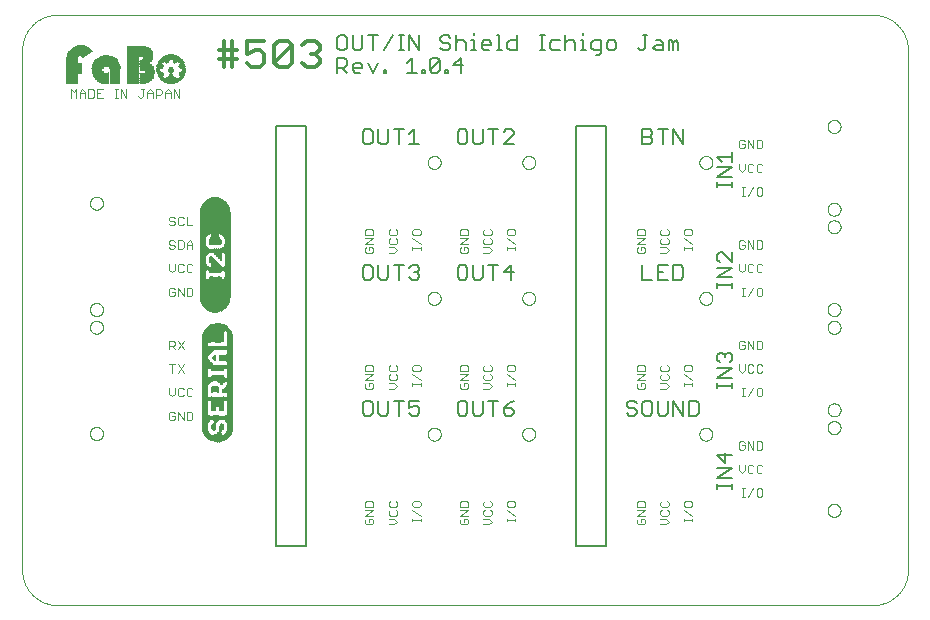
<source format=gto>
G75*
%MOIN*%
%OFA0B0*%
%FSLAX25Y25*%
%IPPOS*%
%LPD*%
%AMOC8*
5,1,8,0,0,1.08239X$1,22.5*
%
%ADD10C,0.00400*%
%ADD11C,0.00700*%
%ADD12C,0.01200*%
%ADD13R,0.00892X0.00042*%
%ADD14R,0.00595X0.00042*%
%ADD15R,0.01572X0.00042*%
%ADD16R,0.01402X0.00042*%
%ADD17R,0.01912X0.00042*%
%ADD18R,0.01955X0.00042*%
%ADD19R,0.02083X0.00042*%
%ADD20R,0.02295X0.00042*%
%ADD21R,0.03782X0.00042*%
%ADD22R,0.02252X0.00042*%
%ADD23R,0.03485X0.00042*%
%ADD24R,0.02635X0.00042*%
%ADD25R,0.03825X0.00042*%
%ADD26R,0.02422X0.00042*%
%ADD27R,0.03527X0.00042*%
%ADD28R,0.01785X0.00042*%
%ADD29R,0.02932X0.00042*%
%ADD30R,0.02550X0.00042*%
%ADD31R,0.02082X0.00042*%
%ADD32R,0.03145X0.00042*%
%ADD33R,0.02677X0.00042*%
%ADD34R,0.03400X0.00042*%
%ADD35R,0.02763X0.00042*%
%ADD36R,0.02507X0.00042*%
%ADD37R,0.03612X0.00042*%
%ADD38R,0.02847X0.00042*%
%ADD39R,0.02975X0.00042*%
%ADD40R,0.03995X0.00042*%
%ADD41R,0.03060X0.00042*%
%ADD42R,0.02890X0.00042*%
%ADD43R,0.04207X0.00042*%
%ADD44R,0.03145X0.00042*%
%ADD45R,0.04377X0.00042*%
%ADD46R,0.03230X0.00042*%
%ADD47R,0.04547X0.00042*%
%ADD48R,0.03315X0.00042*%
%ADD49R,0.04717X0.00042*%
%ADD50R,0.03358X0.00042*%
%ADD51R,0.04845X0.00042*%
%ADD52R,0.03442X0.00042*%
%ADD53R,0.04972X0.00042*%
%ADD54R,0.05100X0.00042*%
%ADD55R,0.03570X0.00042*%
%ADD56R,0.05270X0.00042*%
%ADD57R,0.03655X0.00042*%
%ADD58R,0.05397X0.00042*%
%ADD59R,0.03697X0.00042*%
%ADD60R,0.03570X0.00042*%
%ADD61R,0.05525X0.00042*%
%ADD62R,0.03740X0.00042*%
%ADD63R,0.05610X0.00042*%
%ADD64R,0.05738X0.00042*%
%ADD65R,0.03867X0.00042*%
%ADD66R,0.05865X0.00042*%
%ADD67R,0.03952X0.00042*%
%ADD68R,0.05950X0.00042*%
%ADD69R,0.03995X0.00042*%
%ADD70R,0.06077X0.00042*%
%ADD71R,0.04038X0.00042*%
%ADD72R,0.03910X0.00042*%
%ADD73R,0.06205X0.00042*%
%ADD74R,0.04080X0.00042*%
%ADD75R,0.06290X0.00042*%
%ADD76R,0.04122X0.00042*%
%ADD77R,0.06375X0.00042*%
%ADD78R,0.04165X0.00042*%
%ADD79R,0.06460X0.00042*%
%ADD80R,0.04208X0.00042*%
%ADD81R,0.06588X0.00042*%
%ADD82R,0.04250X0.00042*%
%ADD83R,0.06672X0.00042*%
%ADD84R,0.04292X0.00042*%
%ADD85R,0.06757X0.00042*%
%ADD86R,0.04335X0.00042*%
%ADD87R,0.06842X0.00042*%
%ADD88R,0.06927X0.00042*%
%ADD89R,0.04420X0.00042*%
%ADD90R,0.07013X0.00042*%
%ADD91R,0.04462X0.00042*%
%ADD92R,0.07097X0.00042*%
%ADD93R,0.04505X0.00042*%
%ADD94R,0.07140X0.00042*%
%ADD95R,0.01360X0.00042*%
%ADD96R,0.04590X0.00042*%
%ADD97R,0.04633X0.00042*%
%ADD98R,0.04420X0.00042*%
%ADD99R,0.04675X0.00042*%
%ADD100R,0.01317X0.00042*%
%ADD101R,0.04760X0.00042*%
%ADD102R,0.04802X0.00042*%
%ADD103R,0.00510X0.00042*%
%ADD104R,0.02040X0.00042*%
%ADD105R,0.00552X0.00042*%
%ADD106R,0.00382X0.00042*%
%ADD107R,0.01275X0.00042*%
%ADD108R,0.04845X0.00042*%
%ADD109R,0.00255X0.00042*%
%ADD110R,0.04888X0.00042*%
%ADD111R,0.04632X0.00042*%
%ADD112R,0.00127X0.00042*%
%ADD113R,0.01870X0.00042*%
%ADD114R,0.00085X0.00042*%
%ADD115R,0.04930X0.00042*%
%ADD116R,0.01827X0.00042*%
%ADD117R,0.01232X0.00042*%
%ADD118R,0.01233X0.00042*%
%ADD119R,0.01742X0.00042*%
%ADD120R,0.05015X0.00042*%
%ADD121R,0.01700X0.00042*%
%ADD122R,0.01190X0.00042*%
%ADD123R,0.05058X0.00042*%
%ADD124R,0.01657X0.00042*%
%ADD125R,0.01615X0.00042*%
%ADD126R,0.05142X0.00042*%
%ADD127R,0.01530X0.00042*%
%ADD128R,0.01445X0.00042*%
%ADD129R,0.01487X0.00042*%
%ADD130R,0.01445X0.00042*%
%ADD131R,0.05185X0.00042*%
%ADD132R,0.05227X0.00042*%
%ADD133R,0.05270X0.00042*%
%ADD134R,0.05312X0.00042*%
%ADD135R,0.05355X0.00042*%
%ADD136R,0.01147X0.00042*%
%ADD137R,0.01997X0.00042*%
%ADD138R,0.01105X0.00042*%
%ADD139R,0.01063X0.00042*%
%ADD140R,0.01020X0.00042*%
%ADD141R,0.02125X0.00042*%
%ADD142R,0.05440X0.00042*%
%ADD143R,0.00977X0.00042*%
%ADD144R,0.00935X0.00042*%
%ADD145R,0.05483X0.00042*%
%ADD146R,0.00850X0.00042*%
%ADD147R,0.00807X0.00042*%
%ADD148R,0.05057X0.00042*%
%ADD149R,0.00765X0.00042*%
%ADD150R,0.00595X0.00042*%
%ADD151R,0.00425X0.00042*%
%ADD152R,0.03783X0.00042*%
%ADD153R,0.00722X0.00042*%
%ADD154R,0.00297X0.00042*%
%ADD155R,0.00680X0.00042*%
%ADD156R,0.00213X0.00042*%
%ADD157R,0.00042X0.00042*%
%ADD158R,0.02040X0.00042*%
%ADD159R,0.01190X0.00042*%
%ADD160R,0.03357X0.00042*%
%ADD161R,0.01870X0.00042*%
%ADD162R,0.02167X0.00042*%
%ADD163R,0.02210X0.00042*%
%ADD164R,0.00467X0.00042*%
%ADD165R,0.02253X0.00042*%
%ADD166R,0.02295X0.00042*%
%ADD167R,0.02337X0.00042*%
%ADD168R,0.09350X0.00042*%
%ADD169R,0.02380X0.00042*%
%ADD170R,0.09308X0.00042*%
%ADD171R,0.09265X0.00042*%
%ADD172R,0.09222X0.00042*%
%ADD173R,0.09137X0.00042*%
%ADD174R,0.09052X0.00042*%
%ADD175R,0.09010X0.00042*%
%ADD176R,0.01828X0.00042*%
%ADD177R,0.08967X0.00042*%
%ADD178R,0.08925X0.00042*%
%ADD179R,0.08840X0.00042*%
%ADD180R,0.08755X0.00042*%
%ADD181R,0.08670X0.00042*%
%ADD182R,0.01615X0.00042*%
%ADD183R,0.03102X0.00042*%
%ADD184R,0.08627X0.00042*%
%ADD185R,0.03188X0.00042*%
%ADD186R,0.08585X0.00042*%
%ADD187R,0.01658X0.00042*%
%ADD188R,0.08542X0.00042*%
%ADD189R,0.03272X0.00042*%
%ADD190R,0.08500X0.00042*%
%ADD191R,0.08457X0.00042*%
%ADD192R,0.08372X0.00042*%
%ADD193R,0.08288X0.00042*%
%ADD194R,0.01020X0.00042*%
%ADD195R,0.08202X0.00042*%
%ADD196R,0.08117X0.00042*%
%ADD197R,0.08075X0.00042*%
%ADD198R,0.08032X0.00042*%
%ADD199R,0.07947X0.00042*%
%ADD200R,0.07905X0.00042*%
%ADD201R,0.07820X0.00042*%
%ADD202R,0.07777X0.00042*%
%ADD203R,0.07735X0.00042*%
%ADD204R,0.07650X0.00042*%
%ADD205R,0.07565X0.00042*%
%ADD206R,0.03315X0.00042*%
%ADD207R,0.07480X0.00042*%
%ADD208R,0.07437X0.00042*%
%ADD209R,0.07353X0.00042*%
%ADD210R,0.07267X0.00042*%
%ADD211R,0.07183X0.00042*%
%ADD212R,0.03740X0.00042*%
%ADD213R,0.07055X0.00042*%
%ADD214R,0.06928X0.00042*%
%ADD215R,0.06758X0.00042*%
%ADD216R,0.03103X0.00042*%
%ADD217R,0.06503X0.00042*%
%ADD218R,0.06417X0.00042*%
%ADD219R,0.06333X0.00042*%
%ADD220R,0.06162X0.00042*%
%ADD221R,0.06078X0.00042*%
%ADD222R,0.05822X0.00042*%
%ADD223R,0.00170X0.00042*%
%ADD224R,0.00340X0.00042*%
%ADD225R,0.04378X0.00042*%
%ADD226R,0.03528X0.00042*%
%ADD227R,0.03953X0.00042*%
%ADD228R,0.06332X0.00042*%
%ADD229R,0.06502X0.00042*%
%ADD230R,0.06630X0.00042*%
%ADD231R,0.06715X0.00042*%
%ADD232R,0.06800X0.00042*%
%ADD233R,0.06970X0.00042*%
%ADD234R,0.07225X0.00042*%
%ADD235R,0.07310X0.00042*%
%ADD236R,0.07395X0.00042*%
%ADD237R,0.07522X0.00042*%
%ADD238R,0.08415X0.00042*%
%ADD239R,0.07608X0.00042*%
%ADD240R,0.07692X0.00042*%
%ADD241R,0.08330X0.00042*%
%ADD242R,0.08245X0.00042*%
%ADD243R,0.08160X0.00042*%
%ADD244R,0.06970X0.00042*%
%ADD245R,0.06885X0.00042*%
%ADD246R,0.07990X0.00042*%
%ADD247R,0.06545X0.00042*%
%ADD248R,0.07863X0.00042*%
%ADD249R,0.07820X0.00042*%
%ADD250R,0.06120X0.00042*%
%ADD251R,0.07607X0.00042*%
%ADD252R,0.05992X0.00042*%
%ADD253R,0.05780X0.00042*%
%ADD254R,0.05652X0.00042*%
%ADD255R,0.07352X0.00042*%
%ADD256R,0.05567X0.00042*%
%ADD257R,0.02465X0.00042*%
%ADD258C,0.00500*%
%ADD259C,0.00000*%
%ADD260R,0.00022X0.28732*%
%ADD261R,0.00022X0.29348*%
%ADD262R,0.00022X0.29744*%
%ADD263R,0.00022X0.29964*%
%ADD264R,0.00022X0.30184*%
%ADD265R,0.00022X0.30360*%
%ADD266R,0.00022X0.30580*%
%ADD267R,0.00022X0.30800*%
%ADD268R,0.00022X0.30976*%
%ADD269R,0.00022X0.31108*%
%ADD270R,0.00022X0.31240*%
%ADD271R,0.00022X0.31372*%
%ADD272R,0.00022X0.31504*%
%ADD273R,0.00022X0.31636*%
%ADD274R,0.00022X0.31768*%
%ADD275R,0.00022X0.31900*%
%ADD276R,0.00022X0.32032*%
%ADD277R,0.00022X0.32164*%
%ADD278R,0.00022X0.32296*%
%ADD279R,0.00022X0.32340*%
%ADD280R,0.00022X0.32428*%
%ADD281R,0.00022X0.32516*%
%ADD282R,0.00022X0.32604*%
%ADD283R,0.00022X0.32692*%
%ADD284R,0.00022X0.32780*%
%ADD285R,0.00022X0.32868*%
%ADD286R,0.00022X0.32956*%
%ADD287R,0.00022X0.33044*%
%ADD288R,0.00022X0.33132*%
%ADD289R,0.00022X0.33220*%
%ADD290R,0.00022X0.33308*%
%ADD291R,0.00022X0.33396*%
%ADD292R,0.00022X0.33440*%
%ADD293R,0.00022X0.33528*%
%ADD294R,0.00022X0.33572*%
%ADD295R,0.00022X0.33660*%
%ADD296R,0.00022X0.33704*%
%ADD297R,0.00022X0.33792*%
%ADD298R,0.00022X0.33836*%
%ADD299R,0.00022X0.33924*%
%ADD300R,0.00022X0.34012*%
%ADD301R,0.00022X0.34056*%
%ADD302R,0.00022X0.34144*%
%ADD303R,0.00022X0.34188*%
%ADD304R,0.00022X0.34276*%
%ADD305R,0.00022X0.34320*%
%ADD306R,0.00022X0.34408*%
%ADD307R,0.00022X0.34452*%
%ADD308R,0.00022X0.34496*%
%ADD309R,0.00022X0.34540*%
%ADD310R,0.00022X0.34584*%
%ADD311R,0.00022X0.34672*%
%ADD312R,0.00022X0.34716*%
%ADD313R,0.00022X0.34760*%
%ADD314R,0.00022X0.34804*%
%ADD315R,0.00022X0.34848*%
%ADD316R,0.00022X0.34892*%
%ADD317R,0.00022X0.34980*%
%ADD318R,0.00022X0.35024*%
%ADD319R,0.00022X0.35068*%
%ADD320R,0.00022X0.35112*%
%ADD321R,0.00022X0.35156*%
%ADD322R,0.00022X0.35200*%
%ADD323R,0.00022X0.35288*%
%ADD324R,0.00022X0.35332*%
%ADD325R,0.00022X0.35376*%
%ADD326R,0.00022X0.35420*%
%ADD327R,0.00022X0.35464*%
%ADD328R,0.00022X0.35508*%
%ADD329R,0.00022X0.35552*%
%ADD330R,0.00022X0.35596*%
%ADD331R,0.00022X0.35640*%
%ADD332R,0.00022X0.35684*%
%ADD333R,0.00022X0.35728*%
%ADD334R,0.00022X0.35772*%
%ADD335R,0.00022X0.10340*%
%ADD336R,0.00022X0.02068*%
%ADD337R,0.00022X0.03234*%
%ADD338R,0.00022X0.12452*%
%ADD339R,0.00022X0.10252*%
%ADD340R,0.00022X0.01848*%
%ADD341R,0.00022X0.03014*%
%ADD342R,0.00022X0.12364*%
%ADD343R,0.00022X0.10208*%
%ADD344R,0.00022X0.01760*%
%ADD345R,0.00022X0.02926*%
%ADD346R,0.00022X0.12320*%
%ADD347R,0.00022X0.10186*%
%ADD348R,0.00022X0.01672*%
%ADD349R,0.00022X0.02838*%
%ADD350R,0.00022X0.12298*%
%ADD351R,0.00022X0.10164*%
%ADD352R,0.00022X0.01584*%
%ADD353R,0.00022X0.02750*%
%ADD354R,0.00022X0.12276*%
%ADD355R,0.00022X0.10142*%
%ADD356R,0.00022X0.01496*%
%ADD357R,0.00022X0.02662*%
%ADD358R,0.00022X0.12254*%
%ADD359R,0.00022X0.01452*%
%ADD360R,0.00022X0.02618*%
%ADD361R,0.00022X0.01408*%
%ADD362R,0.00022X0.02574*%
%ADD363R,0.00022X0.10142*%
%ADD364R,0.00022X0.01364*%
%ADD365R,0.00022X0.02530*%
%ADD366R,0.00022X0.12254*%
%ADD367R,0.00022X0.10120*%
%ADD368R,0.00022X0.01320*%
%ADD369R,0.00022X0.02486*%
%ADD370R,0.00022X0.12232*%
%ADD371R,0.00022X0.10120*%
%ADD372R,0.00022X0.01276*%
%ADD373R,0.00022X0.02442*%
%ADD374R,0.00022X0.01232*%
%ADD375R,0.00022X0.02398*%
%ADD376R,0.00022X0.01188*%
%ADD377R,0.00022X0.02354*%
%ADD378R,0.00022X0.02332*%
%ADD379R,0.00022X0.01144*%
%ADD380R,0.00022X0.02288*%
%ADD381R,0.00022X0.10120*%
%ADD382R,0.00022X0.01144*%
%ADD383R,0.00022X0.02266*%
%ADD384R,0.00022X0.12210*%
%ADD385R,0.00022X0.01100*%
%ADD386R,0.00022X0.02222*%
%ADD387R,0.00022X0.12210*%
%ADD388R,0.00022X0.02200*%
%ADD389R,0.00022X0.01056*%
%ADD390R,0.00022X0.02156*%
%ADD391R,0.00022X0.12188*%
%ADD392R,0.00022X0.10142*%
%ADD393R,0.00022X0.02134*%
%ADD394R,0.00022X0.10164*%
%ADD395R,0.00022X0.01012*%
%ADD396R,0.00022X0.02090*%
%ADD397R,0.00022X0.10164*%
%ADD398R,0.00022X0.01012*%
%ADD399R,0.00022X0.02068*%
%ADD400R,0.00022X0.12166*%
%ADD401R,0.00022X0.02046*%
%ADD402R,0.00022X0.12166*%
%ADD403R,0.00022X0.02024*%
%ADD404R,0.00022X0.12144*%
%ADD405R,0.00022X0.10208*%
%ADD406R,0.00022X0.02002*%
%ADD407R,0.00022X0.00968*%
%ADD408R,0.00022X0.01958*%
%ADD409R,0.00022X0.12144*%
%ADD410R,0.00022X0.01936*%
%ADD411R,0.00022X0.12122*%
%ADD412R,0.00022X0.10230*%
%ADD413R,0.00022X0.00968*%
%ADD414R,0.00022X0.01914*%
%ADD415R,0.00022X0.12122*%
%ADD416R,0.00022X0.01892*%
%ADD417R,0.00022X0.12122*%
%ADD418R,0.00022X0.01870*%
%ADD419R,0.00022X0.12100*%
%ADD420R,0.00022X0.10274*%
%ADD421R,0.00022X0.01848*%
%ADD422R,0.00022X0.10296*%
%ADD423R,0.00022X0.01826*%
%ADD424R,0.00022X0.01804*%
%ADD425R,0.00022X0.12078*%
%ADD426R,0.00022X0.10318*%
%ADD427R,0.00022X0.01782*%
%ADD428R,0.00022X0.12078*%
%ADD429R,0.00022X0.01760*%
%ADD430R,0.00022X0.10362*%
%ADD431R,0.00022X0.12056*%
%ADD432R,0.00022X0.10384*%
%ADD433R,0.00022X0.01738*%
%ADD434R,0.00022X0.10406*%
%ADD435R,0.00022X0.01716*%
%ADD436R,0.00022X0.01694*%
%ADD437R,0.00022X0.12034*%
%ADD438R,0.00022X0.10428*%
%ADD439R,0.00022X0.10428*%
%ADD440R,0.00022X0.01056*%
%ADD441R,0.00022X0.01672*%
%ADD442R,0.00022X0.12012*%
%ADD443R,0.00022X0.10472*%
%ADD444R,0.00022X0.12012*%
%ADD445R,0.00022X0.01650*%
%ADD446R,0.00022X0.11990*%
%ADD447R,0.00022X0.10516*%
%ADD448R,0.00022X0.01628*%
%ADD449R,0.00022X0.11968*%
%ADD450R,0.00022X0.10560*%
%ADD451R,0.00022X0.01166*%
%ADD452R,0.00022X0.10560*%
%ADD453R,0.00022X0.01188*%
%ADD454R,0.00022X0.01606*%
%ADD455R,0.00022X0.11946*%
%ADD456R,0.00022X0.10604*%
%ADD457R,0.00022X0.01606*%
%ADD458R,0.00022X0.11946*%
%ADD459R,0.00022X0.10626*%
%ADD460R,0.00022X0.11924*%
%ADD461R,0.00022X0.10670*%
%ADD462R,0.00022X0.01606*%
%ADD463R,0.00022X0.10692*%
%ADD464R,0.00022X0.11902*%
%ADD465R,0.00022X0.10736*%
%ADD466R,0.00022X0.01364*%
%ADD467R,0.00022X0.10758*%
%ADD468R,0.00022X0.01408*%
%ADD469R,0.00022X0.11880*%
%ADD470R,0.00022X0.10802*%
%ADD471R,0.00022X0.11880*%
%ADD472R,0.00022X0.10824*%
%ADD473R,0.00022X0.10890*%
%ADD474R,0.00022X0.01562*%
%ADD475R,0.00022X0.10956*%
%ADD476R,0.00022X0.01694*%
%ADD477R,0.00022X0.11902*%
%ADD478R,0.00022X0.11000*%
%ADD479R,0.00022X0.11066*%
%ADD480R,0.00022X0.01760*%
%ADD481R,0.00022X0.11902*%
%ADD482R,0.00022X0.11198*%
%ADD483R,0.00022X0.01892*%
%ADD484R,0.00022X0.11528*%
%ADD485R,0.00022X0.02244*%
%ADD486R,0.00022X0.03850*%
%ADD487R,0.00022X0.11550*%
%ADD488R,0.00022X0.02266*%
%ADD489R,0.00022X0.03806*%
%ADD490R,0.00022X0.03806*%
%ADD491R,0.00022X0.02310*%
%ADD492R,0.00022X0.03784*%
%ADD493R,0.00022X0.11572*%
%ADD494R,0.00022X0.03762*%
%ADD495R,0.00022X0.01452*%
%ADD496R,0.00022X0.11572*%
%ADD497R,0.00022X0.02354*%
%ADD498R,0.00022X0.03718*%
%ADD499R,0.00022X0.01496*%
%ADD500R,0.00022X0.11924*%
%ADD501R,0.00022X0.02376*%
%ADD502R,0.00022X0.03696*%
%ADD503R,0.00022X0.01540*%
%ADD504R,0.00022X0.11594*%
%ADD505R,0.00022X0.03674*%
%ADD506R,0.00022X0.11924*%
%ADD507R,0.00022X0.02420*%
%ADD508R,0.00022X0.03652*%
%ADD509R,0.00022X0.03630*%
%ADD510R,0.00022X0.11616*%
%ADD511R,0.00022X0.02464*%
%ADD512R,0.00022X0.03608*%
%ADD513R,0.00022X0.11946*%
%ADD514R,0.00022X0.11616*%
%ADD515R,0.00022X0.02486*%
%ADD516R,0.00022X0.03586*%
%ADD517R,0.00022X0.02508*%
%ADD518R,0.00022X0.03564*%
%ADD519R,0.00022X0.11638*%
%ADD520R,0.00022X0.02530*%
%ADD521R,0.00022X0.03542*%
%ADD522R,0.00022X0.02552*%
%ADD523R,0.00022X0.03520*%
%ADD524R,0.00022X0.11990*%
%ADD525R,0.00022X0.03498*%
%ADD526R,0.00022X0.11660*%
%ADD527R,0.00022X0.02596*%
%ADD528R,0.00022X0.03476*%
%ADD529R,0.00022X0.01980*%
%ADD530R,0.00022X0.12012*%
%ADD531R,0.00022X0.11660*%
%ADD532R,0.00022X0.02618*%
%ADD533R,0.00022X0.03454*%
%ADD534R,0.00022X0.02024*%
%ADD535R,0.00022X0.12012*%
%ADD536R,0.00022X0.02640*%
%ADD537R,0.00022X0.03432*%
%ADD538R,0.00022X0.11682*%
%ADD539R,0.00022X0.02662*%
%ADD540R,0.00022X0.03410*%
%ADD541R,0.00022X0.02112*%
%ADD542R,0.00022X0.02684*%
%ADD543R,0.00022X0.03388*%
%ADD544R,0.00022X0.02156*%
%ADD545R,0.00022X0.02706*%
%ADD546R,0.00022X0.03366*%
%ADD547R,0.00022X0.11704*%
%ADD548R,0.00022X0.02728*%
%ADD549R,0.00022X0.03344*%
%ADD550R,0.00022X0.11704*%
%ADD551R,0.00022X0.02750*%
%ADD552R,0.00022X0.03322*%
%ADD553R,0.00022X0.02244*%
%ADD554R,0.00022X0.02772*%
%ADD555R,0.00022X0.03300*%
%ADD556R,0.00022X0.02266*%
%ADD557R,0.00022X0.02794*%
%ADD558R,0.00022X0.03278*%
%ADD559R,0.00022X0.02288*%
%ADD560R,0.00022X0.11726*%
%ADD561R,0.00022X0.02816*%
%ADD562R,0.00022X0.03256*%
%ADD563R,0.00022X0.03234*%
%ADD564R,0.00022X0.12188*%
%ADD565R,0.00022X0.02860*%
%ADD566R,0.00022X0.03212*%
%ADD567R,0.00022X0.11748*%
%ADD568R,0.00022X0.02882*%
%ADD569R,0.00022X0.03190*%
%ADD570R,0.00022X0.02376*%
%ADD571R,0.00022X0.11748*%
%ADD572R,0.00022X0.02904*%
%ADD573R,0.00022X0.03168*%
%ADD574R,0.00022X0.02398*%
%ADD575R,0.00022X0.12276*%
%ADD576R,0.00022X0.02926*%
%ADD577R,0.00022X0.03146*%
%ADD578R,0.00022X0.02420*%
%ADD579R,0.00022X0.12298*%
%ADD580R,0.00022X0.11770*%
%ADD581R,0.00022X0.02948*%
%ADD582R,0.00022X0.03124*%
%ADD583R,0.00022X0.12342*%
%ADD584R,0.00022X0.02970*%
%ADD585R,0.00022X0.03102*%
%ADD586R,0.00022X0.02992*%
%ADD587R,0.00022X0.03080*%
%ADD588R,0.00022X0.12386*%
%ADD589R,0.00022X0.03058*%
%ADD590R,0.00022X0.02530*%
%ADD591R,0.00022X0.12430*%
%ADD592R,0.00022X0.11792*%
%ADD593R,0.00022X0.03036*%
%ADD594R,0.00022X0.02574*%
%ADD595R,0.00022X0.12496*%
%ADD596R,0.00022X0.11792*%
%ADD597R,0.00022X0.12540*%
%ADD598R,0.00022X0.03080*%
%ADD599R,0.00022X0.02684*%
%ADD600R,0.00022X0.12606*%
%ADD601R,0.00022X0.03102*%
%ADD602R,0.00022X0.02970*%
%ADD603R,0.00022X0.12694*%
%ADD604R,0.00022X0.02948*%
%ADD605R,0.00022X0.15664*%
%ADD606R,0.00022X0.11814*%
%ADD607R,0.00022X0.02926*%
%ADD608R,0.00022X0.15686*%
%ADD609R,0.00022X0.11814*%
%ADD610R,0.00022X0.15686*%
%ADD611R,0.00022X0.03212*%
%ADD612R,0.00022X0.02838*%
%ADD613R,0.00022X0.11836*%
%ADD614R,0.00022X0.02816*%
%ADD615R,0.00022X0.15708*%
%ADD616R,0.00022X0.02794*%
%ADD617R,0.00022X0.11836*%
%ADD618R,0.00022X0.03300*%
%ADD619R,0.00022X0.02772*%
%ADD620R,0.00022X0.15708*%
%ADD621R,0.00022X0.03322*%
%ADD622R,0.00022X0.11858*%
%ADD623R,0.00022X0.03344*%
%ADD624R,0.00022X0.15730*%
%ADD625R,0.00022X0.03366*%
%ADD626R,0.00022X0.03388*%
%ADD627R,0.00022X0.11880*%
%ADD628R,0.00022X0.15752*%
%ADD629R,0.00022X0.11880*%
%ADD630R,0.00022X0.03476*%
%ADD631R,0.00022X0.15752*%
%ADD632R,0.00022X0.03498*%
%ADD633R,0.00022X0.03520*%
%ADD634R,0.00022X0.02552*%
%ADD635R,0.00022X0.15774*%
%ADD636R,0.00022X0.15774*%
%ADD637R,0.00022X0.03630*%
%ADD638R,0.00022X0.03652*%
%ADD639R,0.00022X0.02398*%
%ADD640R,0.00022X0.03740*%
%ADD641R,0.00022X0.03762*%
%ADD642R,0.00022X0.03784*%
%ADD643R,0.00022X0.03828*%
%ADD644R,0.00022X0.02244*%
%ADD645R,0.00022X0.03850*%
%ADD646R,0.00022X0.02222*%
%ADD647R,0.00022X0.03872*%
%ADD648R,0.00022X0.03894*%
%ADD649R,0.00022X0.02178*%
%ADD650R,0.00022X0.03916*%
%ADD651R,0.00022X0.15796*%
%ADD652R,0.00022X0.03938*%
%ADD653R,0.00022X0.03960*%
%ADD654R,0.00022X0.03982*%
%ADD655R,0.00022X0.04004*%
%ADD656R,0.00022X0.15796*%
%ADD657R,0.00022X0.04026*%
%ADD658R,0.00022X0.04048*%
%ADD659R,0.00022X0.04070*%
%ADD660R,0.00022X0.04092*%
%ADD661R,0.00022X0.04114*%
%ADD662R,0.00022X0.04136*%
%ADD663R,0.00022X0.01936*%
%ADD664R,0.00022X0.04180*%
%ADD665R,0.00022X0.01914*%
%ADD666R,0.00022X0.04224*%
%ADD667R,0.00022X0.01870*%
%ADD668R,0.00022X0.04246*%
%ADD669R,0.00022X0.04268*%
%ADD670R,0.00022X0.01804*%
%ADD671R,0.00022X0.04290*%
%ADD672R,0.00022X0.01782*%
%ADD673R,0.00022X0.04312*%
%ADD674R,0.00022X0.04334*%
%ADD675R,0.00022X0.01738*%
%ADD676R,0.00022X0.04356*%
%ADD677R,0.00022X0.04378*%
%ADD678R,0.00022X0.04400*%
%ADD679R,0.00022X0.04422*%
%ADD680R,0.00022X0.04444*%
%ADD681R,0.00022X0.04466*%
%ADD682R,0.00022X0.04488*%
%ADD683R,0.00022X0.01584*%
%ADD684R,0.00022X0.04510*%
%ADD685R,0.00022X0.01562*%
%ADD686R,0.00022X0.04532*%
%ADD687R,0.00022X0.04554*%
%ADD688R,0.00022X0.01518*%
%ADD689R,0.00022X0.04576*%
%ADD690R,0.00022X0.04598*%
%ADD691R,0.00022X0.01474*%
%ADD692R,0.00022X0.04620*%
%ADD693R,0.00022X0.04642*%
%ADD694R,0.00022X0.01430*%
%ADD695R,0.00022X0.04664*%
%ADD696R,0.00022X0.04686*%
%ADD697R,0.00022X0.01386*%
%ADD698R,0.00022X0.04708*%
%ADD699R,0.00022X0.04730*%
%ADD700R,0.00022X0.04752*%
%ADD701R,0.00022X0.01342*%
%ADD702R,0.00022X0.04774*%
%ADD703R,0.00022X0.04796*%
%ADD704R,0.00022X0.01320*%
%ADD705R,0.00022X0.04818*%
%ADD706R,0.00022X0.01320*%
%ADD707R,0.00022X0.04840*%
%ADD708R,0.00022X0.01298*%
%ADD709R,0.00022X0.04862*%
%ADD710R,0.00022X0.04884*%
%ADD711R,0.00022X0.04906*%
%ADD712R,0.00022X0.04928*%
%ADD713R,0.00022X0.04950*%
%ADD714R,0.00022X0.01276*%
%ADD715R,0.00022X0.04972*%
%ADD716R,0.00022X0.04994*%
%ADD717R,0.00022X0.01254*%
%ADD718R,0.00022X0.05038*%
%ADD719R,0.00022X0.05060*%
%ADD720R,0.00022X0.05082*%
%ADD721R,0.00022X0.05104*%
%ADD722R,0.00022X0.05126*%
%ADD723R,0.00022X0.01254*%
%ADD724R,0.00022X0.05148*%
%ADD725R,0.00022X0.05170*%
%ADD726R,0.00022X0.05192*%
%ADD727R,0.00022X0.05214*%
%ADD728R,0.00022X0.05236*%
%ADD729R,0.00022X0.05258*%
%ADD730R,0.00022X0.05280*%
%ADD731R,0.00022X0.05302*%
%ADD732R,0.00022X0.05324*%
%ADD733R,0.00022X0.02244*%
%ADD734R,0.00022X0.12540*%
%ADD735R,0.00022X0.02574*%
%ADD736R,0.00022X0.12496*%
%ADD737R,0.00022X0.02112*%
%ADD738R,0.00022X0.02464*%
%ADD739R,0.00022X0.02442*%
%ADD740R,0.00022X0.02046*%
%ADD741R,0.00022X0.02420*%
%ADD742R,0.00022X0.12298*%
%ADD743R,0.00022X0.02002*%
%ADD744R,0.00022X0.01980*%
%ADD745R,0.00022X0.02310*%
%ADD746R,0.00022X0.02266*%
%ADD747R,0.00022X0.01870*%
%ADD748R,0.00022X0.12034*%
%ADD749R,0.00022X0.01848*%
%ADD750R,0.00022X0.01540*%
%ADD751R,0.00022X0.11902*%
%ADD752R,0.00022X0.01430*%
%ADD753R,0.00022X0.01386*%
%ADD754R,0.00022X0.11176*%
%ADD755R,0.00022X0.01562*%
%ADD756R,0.00022X0.11066*%
%ADD757R,0.00022X0.01364*%
%ADD758R,0.00022X0.10934*%
%ADD759R,0.00022X0.01408*%
%ADD760R,0.00022X0.01342*%
%ADD761R,0.00022X0.10802*%
%ADD762R,0.00022X0.01452*%
%ADD763R,0.00022X0.10758*%
%ADD764R,0.00022X0.01298*%
%ADD765R,0.00022X0.01628*%
%ADD766R,0.00022X0.01672*%
%ADD767R,0.00022X0.10604*%
%ADD768R,0.00022X0.01298*%
%ADD769R,0.00022X0.01716*%
%ADD770R,0.00022X0.11946*%
%ADD771R,0.00022X0.01936*%
%ADD772R,0.00022X0.10472*%
%ADD773R,0.00022X0.01980*%
%ADD774R,0.00022X0.01386*%
%ADD775R,0.00022X0.10340*%
%ADD776R,0.00022X0.01474*%
%ADD777R,0.00022X0.12078*%
%ADD778R,0.00022X0.10318*%
%ADD779R,0.00022X0.12078*%
%ADD780R,0.00022X0.01518*%
%ADD781R,0.00022X0.10252*%
%ADD782R,0.00022X0.01606*%
%ADD783R,0.00022X0.02530*%
%ADD784R,0.00022X0.10230*%
%ADD785R,0.00022X0.01716*%
%ADD786R,0.00022X0.02706*%
%ADD787R,0.00022X0.10186*%
%ADD788R,0.00022X0.02794*%
%ADD789R,0.00022X0.01804*%
%ADD790R,0.00022X0.03058*%
%ADD791R,0.00022X0.12210*%
%ADD792R,0.00022X0.12210*%
%ADD793R,0.00022X0.03256*%
%ADD794R,0.00022X0.02200*%
%ADD795R,0.00022X0.03388*%
%ADD796R,0.00022X0.12232*%
%ADD797R,0.00022X0.12232*%
%ADD798R,0.00022X0.03564*%
%ADD799R,0.00022X0.02574*%
%ADD800R,0.00022X0.03740*%
%ADD801R,0.00022X0.12298*%
%ADD802R,0.00022X0.03828*%
%ADD803R,0.00022X0.12320*%
%ADD804R,0.00022X0.12430*%
%ADD805R,0.00022X0.35640*%
%ADD806R,0.00022X0.35244*%
%ADD807R,0.00022X0.34936*%
%ADD808R,0.00022X0.34804*%
%ADD809R,0.00022X0.34760*%
%ADD810R,0.00022X0.34628*%
%ADD811R,0.00022X0.34496*%
%ADD812R,0.00022X0.34452*%
%ADD813R,0.00022X0.34144*%
%ADD814R,0.00022X0.34056*%
%ADD815R,0.00022X0.33968*%
%ADD816R,0.00022X0.33660*%
%ADD817R,0.00022X0.33572*%
%ADD818R,0.00022X0.33220*%
%ADD819R,0.00022X0.33132*%
%ADD820R,0.00022X0.32692*%
%ADD821R,0.00022X0.32604*%
%ADD822R,0.00022X0.32164*%
%ADD823R,0.00022X0.32032*%
%ADD824R,0.00022X0.31240*%
%ADD825R,0.00022X0.31108*%
%ADD826R,0.00022X0.30756*%
%ADD827R,0.00022X0.30536*%
%ADD828R,0.00022X0.30272*%
%ADD829R,0.00022X0.30008*%
%ADD830R,0.00022X0.29788*%
%ADD831R,0.00023X0.29731*%
%ADD832R,0.00023X0.30370*%
%ADD833R,0.00023X0.30871*%
%ADD834R,0.00023X0.31099*%
%ADD835R,0.00023X0.31327*%
%ADD836R,0.00023X0.31601*%
%ADD837R,0.00023X0.31829*%
%ADD838R,0.00023X0.32057*%
%ADD839R,0.00023X0.32194*%
%ADD840R,0.00023X0.32330*%
%ADD841R,0.00023X0.32467*%
%ADD842R,0.00023X0.32604*%
%ADD843R,0.00023X0.32741*%
%ADD844R,0.00023X0.32878*%
%ADD845R,0.00023X0.33014*%
%ADD846R,0.00023X0.33151*%
%ADD847R,0.00023X0.33288*%
%ADD848R,0.00023X0.33425*%
%ADD849R,0.00023X0.33516*%
%ADD850R,0.00023X0.33607*%
%ADD851R,0.00023X0.33698*%
%ADD852R,0.00023X0.33790*%
%ADD853R,0.00023X0.33881*%
%ADD854R,0.00023X0.33972*%
%ADD855R,0.00023X0.34063*%
%ADD856R,0.00023X0.34154*%
%ADD857R,0.00023X0.34246*%
%ADD858R,0.00023X0.34337*%
%ADD859R,0.00023X0.34474*%
%ADD860R,0.00023X0.34519*%
%ADD861R,0.00023X0.34610*%
%ADD862R,0.00023X0.34656*%
%ADD863R,0.00023X0.34747*%
%ADD864R,0.00023X0.34793*%
%ADD865R,0.00023X0.34884*%
%ADD866R,0.00023X0.34930*%
%ADD867R,0.00023X0.35021*%
%ADD868R,0.00023X0.35066*%
%ADD869R,0.00023X0.35158*%
%ADD870R,0.00023X0.35203*%
%ADD871R,0.00023X0.35249*%
%ADD872R,0.00023X0.35340*%
%ADD873R,0.00023X0.35386*%
%ADD874R,0.00023X0.35477*%
%ADD875R,0.00023X0.35522*%
%ADD876R,0.00023X0.35614*%
%ADD877R,0.00023X0.35659*%
%ADD878R,0.00023X0.35705*%
%ADD879R,0.00023X0.35750*%
%ADD880R,0.00023X0.35796*%
%ADD881R,0.00023X0.35887*%
%ADD882R,0.00023X0.35933*%
%ADD883R,0.00023X0.35978*%
%ADD884R,0.00023X0.36024*%
%ADD885R,0.00023X0.36070*%
%ADD886R,0.00023X0.36115*%
%ADD887R,0.00023X0.36206*%
%ADD888R,0.00023X0.36252*%
%ADD889R,0.00023X0.36298*%
%ADD890R,0.00023X0.36343*%
%ADD891R,0.00023X0.36389*%
%ADD892R,0.00023X0.36434*%
%ADD893R,0.00023X0.36526*%
%ADD894R,0.00023X0.36571*%
%ADD895R,0.00023X0.36617*%
%ADD896R,0.00023X0.36662*%
%ADD897R,0.00023X0.36708*%
%ADD898R,0.00023X0.36754*%
%ADD899R,0.00023X0.36799*%
%ADD900R,0.00023X0.36845*%
%ADD901R,0.00023X0.36890*%
%ADD902R,0.00023X0.36936*%
%ADD903R,0.00023X0.36982*%
%ADD904R,0.00023X0.02713*%
%ADD905R,0.00023X0.03580*%
%ADD906R,0.00023X0.08983*%
%ADD907R,0.00023X0.08687*%
%ADD908R,0.00023X0.02098*%
%ADD909R,0.00023X0.02554*%
%ADD910R,0.00023X0.03215*%
%ADD911R,0.00023X0.02303*%
%ADD912R,0.00023X0.03283*%
%ADD913R,0.00023X0.02006*%
%ADD914R,0.00023X0.03306*%
%ADD915R,0.00023X0.02280*%
%ADD916R,0.00023X0.01938*%
%ADD917R,0.00023X0.02508*%
%ADD918R,0.00023X0.03078*%
%ADD919R,0.00023X0.02166*%
%ADD920R,0.00023X0.03146*%
%ADD921R,0.00023X0.01870*%
%ADD922R,0.00023X0.03169*%
%ADD923R,0.00023X0.02143*%
%ADD924R,0.00023X0.01892*%
%ADD925R,0.00023X0.02462*%
%ADD926R,0.00023X0.02987*%
%ADD927R,0.00023X0.02075*%
%ADD928R,0.00023X0.03055*%
%ADD929R,0.00023X0.01778*%
%ADD930R,0.00023X0.03078*%
%ADD931R,0.00023X0.02052*%
%ADD932R,0.00023X0.01847*%
%ADD933R,0.00023X0.02440*%
%ADD934R,0.00023X0.02896*%
%ADD935R,0.00023X0.01984*%
%ADD936R,0.00023X0.02964*%
%ADD937R,0.00023X0.01687*%
%ADD938R,0.00023X0.01961*%
%ADD939R,0.00023X0.01824*%
%ADD940R,0.00023X0.02417*%
%ADD941R,0.00023X0.02804*%
%ADD942R,0.00023X0.01892*%
%ADD943R,0.00023X0.02873*%
%ADD944R,0.00023X0.01596*%
%ADD945R,0.00023X0.01870*%
%ADD946R,0.00023X0.01801*%
%ADD947R,0.00023X0.02417*%
%ADD948R,0.00023X0.02759*%
%ADD949R,0.00023X0.02827*%
%ADD950R,0.00023X0.01847*%
%ADD951R,0.00023X0.01550*%
%ADD952R,0.00023X0.02850*%
%ADD953R,0.00023X0.01801*%
%ADD954R,0.00023X0.02782*%
%ADD955R,0.00023X0.01505*%
%ADD956R,0.00023X0.02394*%
%ADD957R,0.00023X0.02622*%
%ADD958R,0.00023X0.01710*%
%ADD959R,0.00023X0.02690*%
%ADD960R,0.00023X0.01414*%
%ADD961R,0.00023X0.02713*%
%ADD962R,0.00023X0.01687*%
%ADD963R,0.00023X0.01778*%
%ADD964R,0.00023X0.02394*%
%ADD965R,0.00023X0.02576*%
%ADD966R,0.00023X0.01664*%
%ADD967R,0.00023X0.02645*%
%ADD968R,0.00023X0.01368*%
%ADD969R,0.00023X0.02668*%
%ADD970R,0.00023X0.01642*%
%ADD971R,0.00023X0.02371*%
%ADD972R,0.00023X0.02531*%
%ADD973R,0.00023X0.01619*%
%ADD974R,0.00023X0.02599*%
%ADD975R,0.00023X0.01322*%
%ADD976R,0.00023X0.02622*%
%ADD977R,0.00023X0.01756*%
%ADD978R,0.00023X0.02508*%
%ADD979R,0.00023X0.02371*%
%ADD980R,0.00023X0.01573*%
%ADD981R,0.00023X0.01277*%
%ADD982R,0.00023X0.02371*%
%ADD983R,0.00023X0.02417*%
%ADD984R,0.00023X0.01528*%
%ADD985R,0.00023X0.02485*%
%ADD986R,0.00023X0.01231*%
%ADD987R,0.00023X0.02531*%
%ADD988R,0.00023X0.01505*%
%ADD989R,0.00023X0.01482*%
%ADD990R,0.00023X0.01186*%
%ADD991R,0.00023X0.02485*%
%ADD992R,0.00023X0.01459*%
%ADD993R,0.00023X0.02348*%
%ADD994R,0.00023X0.02303*%
%ADD995R,0.00023X0.01436*%
%ADD996R,0.00023X0.01140*%
%ADD997R,0.00023X0.01414*%
%ADD998R,0.00023X0.02348*%
%ADD999R,0.00023X0.02234*%
%ADD1000R,0.00023X0.01391*%
%ADD1001R,0.00023X0.02303*%
%ADD1002R,0.00023X0.01094*%
%ADD1003R,0.00023X0.01368*%
%ADD1004R,0.00023X0.01801*%
%ADD1005R,0.00023X0.02326*%
%ADD1006R,0.00023X0.02212*%
%ADD1007R,0.00023X0.01391*%
%ADD1008R,0.00023X0.01094*%
%ADD1009R,0.00023X0.01368*%
%ADD1010R,0.00023X0.02166*%
%ADD1011R,0.00023X0.01345*%
%ADD1012R,0.00023X0.02234*%
%ADD1013R,0.00023X0.01049*%
%ADD1014R,0.00023X0.02143*%
%ADD1015R,0.00023X0.02120*%
%ADD1016R,0.00023X0.02189*%
%ADD1017R,0.00023X0.01300*%
%ADD1018R,0.00023X0.02143*%
%ADD1019R,0.00023X0.01003*%
%ADD1020R,0.00023X0.02052*%
%ADD1021R,0.00023X0.01300*%
%ADD1022R,0.00023X0.02120*%
%ADD1023R,0.00023X0.01003*%
%ADD1024R,0.00023X0.02303*%
%ADD1025R,0.00023X0.01277*%
%ADD1026R,0.00023X0.01847*%
%ADD1027R,0.00023X0.02029*%
%ADD1028R,0.00023X0.02075*%
%ADD1029R,0.00023X0.02029*%
%ADD1030R,0.00023X0.01915*%
%ADD1031R,0.00023X0.02257*%
%ADD1032R,0.00023X0.01938*%
%ADD1033R,0.00023X0.02006*%
%ADD1034R,0.00023X0.01915*%
%ADD1035R,0.00023X0.02257*%
%ADD1036R,0.00023X0.01254*%
%ADD1037R,0.00023X0.01961*%
%ADD1038R,0.00023X0.01915*%
%ADD1039R,0.00023X0.01870*%
%ADD1040R,0.00023X0.02212*%
%ADD1041R,0.00023X0.01801*%
%ADD1042R,0.00023X0.02280*%
%ADD1043R,0.00023X0.01254*%
%ADD1044R,0.00023X0.01756*%
%ADD1045R,0.00023X0.01733*%
%ADD1046R,0.00023X0.01710*%
%ADD1047R,0.00023X0.01026*%
%ADD1048R,0.00023X0.02189*%
%ADD1049R,0.00023X0.01687*%
%ADD1050R,0.00023X0.01322*%
%ADD1051R,0.00023X0.01733*%
%ADD1052R,0.00023X0.01345*%
%ADD1053R,0.00023X0.01026*%
%ADD1054R,0.00023X0.01345*%
%ADD1055R,0.00023X0.01642*%
%ADD1056R,0.00023X0.01072*%
%ADD1057R,0.00023X0.02098*%
%ADD1058R,0.00023X0.01550*%
%ADD1059R,0.00023X0.01596*%
%ADD1060R,0.00023X0.01482*%
%ADD1061R,0.00023X0.01528*%
%ADD1062R,0.00023X0.01573*%
%ADD1063R,0.00023X0.01414*%
%ADD1064R,0.00023X0.01117*%
%ADD1065R,0.00023X0.01528*%
%ADD1066R,0.00023X0.01140*%
%ADD1067R,0.00023X0.01163*%
%ADD1068R,0.00023X0.02075*%
%ADD1069R,0.00023X0.01459*%
%ADD1070R,0.00023X0.01619*%
%ADD1071R,0.00023X0.01163*%
%ADD1072R,0.00023X0.02371*%
%ADD1073R,0.00023X0.01208*%
%ADD1074R,0.00023X0.02029*%
%ADD1075R,0.00023X0.02554*%
%ADD1076R,0.00023X0.01687*%
%ADD1077R,0.00023X0.01300*%
%ADD1078R,0.00023X0.02736*%
%ADD1079R,0.00023X0.02804*%
%ADD1080R,0.00023X0.01231*%
%ADD1081R,0.00023X0.04925*%
%ADD1082R,0.00023X0.01254*%
%ADD1083R,0.00023X0.05974*%
%ADD1084R,0.00023X0.04925*%
%ADD1085R,0.00023X0.05974*%
%ADD1086R,0.00023X0.02645*%
%ADD1087R,0.00023X0.05996*%
%ADD1088R,0.00023X0.02690*%
%ADD1089R,0.00023X0.01459*%
%ADD1090R,0.00023X0.06019*%
%ADD1091R,0.00023X0.02075*%
%ADD1092R,0.00023X0.01117*%
%ADD1093R,0.00023X0.02736*%
%ADD1094R,0.00023X0.06019*%
%ADD1095R,0.00023X0.02759*%
%ADD1096R,0.00023X0.06042*%
%ADD1097R,0.00023X0.01026*%
%ADD1098R,0.00023X0.06065*%
%ADD1099R,0.00023X0.00980*%
%ADD1100R,0.00023X0.02873*%
%ADD1101R,0.00023X0.06065*%
%ADD1102R,0.00023X0.00958*%
%ADD1103R,0.00023X0.00935*%
%ADD1104R,0.00023X0.02918*%
%ADD1105R,0.00023X0.06088*%
%ADD1106R,0.00023X0.00912*%
%ADD1107R,0.00023X0.02941*%
%ADD1108R,0.00023X0.00889*%
%ADD1109R,0.00023X0.00866*%
%ADD1110R,0.00023X0.02987*%
%ADD1111R,0.00023X0.06110*%
%ADD1112R,0.00023X0.02189*%
%ADD1113R,0.00023X0.00844*%
%ADD1114R,0.00023X0.03010*%
%ADD1115R,0.00023X0.06110*%
%ADD1116R,0.00023X0.03032*%
%ADD1117R,0.00023X0.06133*%
%ADD1118R,0.00023X0.03101*%
%ADD1119R,0.00023X0.03124*%
%ADD1120R,0.00023X0.06156*%
%ADD1121R,0.00023X0.03146*%
%ADD1122R,0.00023X0.06156*%
%ADD1123R,0.00023X0.03169*%
%ADD1124R,0.00023X0.03192*%
%ADD1125R,0.00023X0.06179*%
%ADD1126R,0.00023X0.03238*%
%ADD1127R,0.00023X0.06179*%
%ADD1128R,0.00023X0.03260*%
%ADD1129R,0.00023X0.06202*%
%ADD1130R,0.00023X0.03238*%
%ADD1131R,0.00023X0.06224*%
%ADD1132R,0.00023X0.02531*%
%ADD1133R,0.00023X0.03192*%
%ADD1134R,0.00023X0.06224*%
%ADD1135R,0.00023X0.03124*%
%ADD1136R,0.00023X0.06247*%
%ADD1137R,0.00023X0.02690*%
%ADD1138R,0.00023X0.02804*%
%ADD1139R,0.00023X0.03055*%
%ADD1140R,0.00023X0.06247*%
%ADD1141R,0.00023X0.05860*%
%ADD1142R,0.00023X0.06270*%
%ADD1143R,0.00023X0.05837*%
%ADD1144R,0.00023X0.02987*%
%ADD1145R,0.00023X0.05814*%
%ADD1146R,0.00023X0.05791*%
%ADD1147R,0.00023X0.02941*%
%ADD1148R,0.00023X0.06270*%
%ADD1149R,0.00023X0.05791*%
%ADD1150R,0.00023X0.06293*%
%ADD1151R,0.00023X0.05768*%
%ADD1152R,0.00023X0.05746*%
%ADD1153R,0.00023X0.02873*%
%ADD1154R,0.00023X0.05723*%
%ADD1155R,0.00023X0.05700*%
%ADD1156R,0.00023X0.05700*%
%ADD1157R,0.00023X0.02804*%
%ADD1158R,0.00023X0.06316*%
%ADD1159R,0.00023X0.05677*%
%ADD1160R,0.00023X0.06316*%
%ADD1161R,0.00023X0.05654*%
%ADD1162R,0.00023X0.05632*%
%ADD1163R,0.00023X0.06338*%
%ADD1164R,0.00023X0.05609*%
%ADD1165R,0.00023X0.02690*%
%ADD1166R,0.00023X0.06338*%
%ADD1167R,0.00023X0.05586*%
%ADD1168R,0.00023X0.05563*%
%ADD1169R,0.00023X0.05540*%
%ADD1170R,0.00023X0.04013*%
%ADD1171R,0.00023X0.03808*%
%ADD1172R,0.00023X0.06361*%
%ADD1173R,0.00023X0.03830*%
%ADD1174R,0.00023X0.03625*%
%ADD1175R,0.00023X0.03762*%
%ADD1176R,0.00023X0.01345*%
%ADD1177R,0.00023X0.03557*%
%ADD1178R,0.00023X0.06361*%
%ADD1179R,0.00023X0.03716*%
%ADD1180R,0.00023X0.03511*%
%ADD1181R,0.00023X0.03671*%
%ADD1182R,0.00023X0.03466*%
%ADD1183R,0.00023X0.03420*%
%ADD1184R,0.00023X0.02485*%
%ADD1185R,0.00023X0.03602*%
%ADD1186R,0.00023X0.03397*%
%ADD1187R,0.00023X0.03580*%
%ADD1188R,0.00023X0.03374*%
%ADD1189R,0.00023X0.02440*%
%ADD1190R,0.00023X0.03534*%
%ADD1191R,0.00023X0.03329*%
%ADD1192R,0.00023X0.03306*%
%ADD1193R,0.00023X0.06384*%
%ADD1194R,0.00023X0.03488*%
%ADD1195R,0.00023X0.03260*%
%ADD1196R,0.00023X0.03443*%
%ADD1197R,0.00023X0.02326*%
%ADD1198R,0.00023X0.06384*%
%ADD1199R,0.00023X0.03374*%
%ADD1200R,0.00023X0.03352*%
%ADD1201R,0.00023X0.03329*%
%ADD1202R,0.00023X0.02257*%
%ADD1203R,0.00023X0.02257*%
%ADD1204R,0.00023X0.03146*%
%ADD1205R,0.00023X0.03215*%
%ADD1206R,0.00023X0.06407*%
%ADD1207R,0.00023X0.03101*%
%ADD1208R,0.00023X0.01870*%
%ADD1209R,0.00023X0.01915*%
%ADD1210R,0.00023X0.06407*%
%ADD1211R,0.00023X0.01984*%
%ADD1212R,0.00023X0.02189*%
%ADD1213R,0.00023X0.02827*%
%ADD1214R,0.00023X0.02599*%
%ADD1215R,0.00023X0.03283*%
%ADD1216R,0.00023X0.02531*%
%ADD1217R,0.00023X0.03420*%
%ADD1218R,0.00023X0.03557*%
%ADD1219R,0.00023X0.04423*%
%ADD1220R,0.00023X0.02143*%
%ADD1221R,0.00023X0.04446*%
%ADD1222R,0.00023X0.04469*%
%ADD1223R,0.00023X0.04492*%
%ADD1224R,0.00023X0.04514*%
%ADD1225R,0.00023X0.04537*%
%ADD1226R,0.00023X0.04560*%
%ADD1227R,0.00023X0.04583*%
%ADD1228R,0.00023X0.04606*%
%ADD1229R,0.00023X0.04628*%
%ADD1230R,0.00023X0.04651*%
%ADD1231R,0.00023X0.02348*%
%ADD1232R,0.00023X0.04674*%
%ADD1233R,0.00023X0.01642*%
%ADD1234R,0.00023X0.06293*%
%ADD1235R,0.00023X0.04697*%
%ADD1236R,0.00023X0.04720*%
%ADD1237R,0.00023X0.04742*%
%ADD1238R,0.00023X0.04765*%
%ADD1239R,0.00023X0.04788*%
%ADD1240R,0.00023X0.04811*%
%ADD1241R,0.00023X0.04834*%
%ADD1242R,0.00023X0.04856*%
%ADD1243R,0.00023X0.04879*%
%ADD1244R,0.00023X0.01231*%
%ADD1245R,0.00023X0.01186*%
%ADD1246R,0.00023X0.01140*%
%ADD1247R,0.00023X0.00958*%
%ADD1248R,0.00023X0.00912*%
%ADD1249R,0.00023X0.02462*%
%ADD1250R,0.00023X0.02029*%
%ADD1251R,0.00023X0.01414*%
%ADD1252R,0.00023X0.00821*%
%ADD1253R,0.00023X0.00775*%
%ADD1254R,0.00023X0.00730*%
%ADD1255R,0.00023X0.00684*%
%ADD1256R,0.00023X0.00638*%
%ADD1257R,0.00023X0.00593*%
%ADD1258R,0.00023X0.00547*%
%ADD1259R,0.00023X0.00502*%
%ADD1260R,0.00023X0.00456*%
%ADD1261R,0.00023X0.00410*%
%ADD1262R,0.00023X0.06133*%
%ADD1263R,0.00023X0.00365*%
%ADD1264R,0.00023X0.00319*%
%ADD1265R,0.00023X0.00274*%
%ADD1266R,0.00023X0.00228*%
%ADD1267R,0.00023X0.00182*%
%ADD1268R,0.00023X0.01961*%
%ADD1269R,0.00023X0.00137*%
%ADD1270R,0.00023X0.01756*%
%ADD1271R,0.00023X0.06088*%
%ADD1272R,0.00023X0.00091*%
%ADD1273R,0.00023X0.00046*%
%ADD1274R,0.00023X0.06042*%
%ADD1275R,0.00023X0.01459*%
%ADD1276R,0.00023X0.05996*%
%ADD1277R,0.00023X0.05951*%
%ADD1278R,0.00023X0.05951*%
%ADD1279R,0.00023X0.05928*%
%ADD1280R,0.00023X0.05905*%
%ADD1281R,0.00023X0.01573*%
%ADD1282R,0.00023X0.01664*%
%ADD1283R,0.00023X0.05882*%
%ADD1284R,0.00023X0.05882*%
%ADD1285R,0.00023X0.05837*%
%ADD1286R,0.00023X0.05814*%
%ADD1287R,0.00023X0.05768*%
%ADD1288R,0.00023X0.05723*%
%ADD1289R,0.00023X0.05723*%
%ADD1290R,0.00023X0.01824*%
%ADD1291R,0.00023X0.02462*%
%ADD1292R,0.00023X0.05654*%
%ADD1293R,0.00023X0.05609*%
%ADD1294R,0.00023X0.01961*%
%ADD1295R,0.00023X0.02873*%
%ADD1296R,0.00023X0.05586*%
%ADD1297R,0.00023X0.05518*%
%ADD1298R,0.00023X0.02987*%
%ADD1299R,0.00023X0.05495*%
%ADD1300R,0.00023X0.03032*%
%ADD1301R,0.00023X0.05495*%
%ADD1302R,0.00023X0.05472*%
%ADD1303R,0.00023X0.02348*%
%ADD1304R,0.00023X0.01436*%
%ADD1305R,0.00023X0.02918*%
%ADD1306R,0.00023X0.05472*%
%ADD1307R,0.00023X0.05449*%
%ADD1308R,0.00023X0.03352*%
%ADD1309R,0.00023X0.05449*%
%ADD1310R,0.00023X0.05426*%
%ADD1311R,0.00023X0.03466*%
%ADD1312R,0.00023X0.02417*%
%ADD1313R,0.00023X0.02759*%
%ADD1314R,0.00023X0.01847*%
%ADD1315R,0.00023X0.03397*%
%ADD1316R,0.00023X0.03648*%
%ADD1317R,0.00023X0.03443*%
%ADD1318R,0.00023X0.03694*%
%ADD1319R,0.00023X0.03534*%
%ADD1320R,0.00023X0.03785*%
%ADD1321R,0.00023X0.05495*%
%ADD1322R,0.00023X0.03876*%
%ADD1323R,0.00023X0.03967*%
%ADD1324R,0.00023X0.03853*%
%ADD1325R,0.00023X0.04104*%
%ADD1326R,0.00023X0.37027*%
%ADD1327R,0.00023X0.36890*%
%ADD1328R,0.00023X0.36845*%
%ADD1329R,0.00023X0.36662*%
%ADD1330R,0.00023X0.36617*%
%ADD1331R,0.00023X0.36480*%
%ADD1332R,0.00023X0.36389*%
%ADD1333R,0.00023X0.36343*%
%ADD1334R,0.00023X0.36161*%
%ADD1335R,0.00023X0.36070*%
%ADD1336R,0.00023X0.35978*%
%ADD1337R,0.00023X0.35842*%
%ADD1338R,0.00023X0.35705*%
%ADD1339R,0.00023X0.35477*%
%ADD1340R,0.00023X0.35340*%
%ADD1341R,0.00023X0.35158*%
%ADD1342R,0.00023X0.35021*%
%ADD1343R,0.00023X0.34793*%
%ADD1344R,0.00023X0.34656*%
%ADD1345R,0.00023X0.34337*%
%ADD1346R,0.00023X0.34154*%
%ADD1347R,0.00023X0.33881*%
%ADD1348R,0.00023X0.33698*%
%ADD1349R,0.00023X0.33288*%
%ADD1350R,0.00023X0.33197*%
%ADD1351R,0.00023X0.33060*%
%ADD1352R,0.00023X0.32923*%
%ADD1353R,0.00023X0.32832*%
%ADD1354R,0.00023X0.32695*%
%ADD1355R,0.00023X0.32558*%
%ADD1356R,0.00023X0.32422*%
%ADD1357R,0.00023X0.31601*%
%ADD1358R,0.00023X0.31327*%
%ADD1359R,0.00023X0.29731*%
D10*
X0056401Y0066145D02*
X0057335Y0066145D01*
X0057802Y0066612D01*
X0057802Y0067546D01*
X0056868Y0067546D01*
X0055934Y0068480D02*
X0055934Y0066612D01*
X0056401Y0066145D01*
X0055934Y0068480D02*
X0056401Y0068947D01*
X0057335Y0068947D01*
X0057802Y0068480D01*
X0058880Y0068947D02*
X0060749Y0066145D01*
X0060749Y0068947D01*
X0061827Y0068947D02*
X0063228Y0068947D01*
X0063695Y0068480D01*
X0063695Y0066612D01*
X0063228Y0066145D01*
X0061827Y0066145D01*
X0061827Y0068947D01*
X0058880Y0068947D02*
X0058880Y0066145D01*
X0059347Y0074019D02*
X0060282Y0074019D01*
X0060749Y0074486D01*
X0061827Y0074486D02*
X0061827Y0076354D01*
X0062294Y0076821D01*
X0063228Y0076821D01*
X0063695Y0076354D01*
X0063695Y0074486D02*
X0063228Y0074019D01*
X0062294Y0074019D01*
X0061827Y0074486D01*
X0060749Y0076354D02*
X0060282Y0076821D01*
X0059347Y0076821D01*
X0058880Y0076354D01*
X0058880Y0074486D01*
X0059347Y0074019D01*
X0057802Y0074953D02*
X0057802Y0076821D01*
X0057802Y0074953D02*
X0056868Y0074019D01*
X0055934Y0074953D01*
X0055934Y0076821D01*
X0056868Y0081893D02*
X0056868Y0084695D01*
X0055934Y0084695D02*
X0057802Y0084695D01*
X0058880Y0084695D02*
X0060749Y0081893D01*
X0058880Y0081893D02*
X0060749Y0084695D01*
X0060749Y0089767D02*
X0058880Y0092569D01*
X0057802Y0092102D02*
X0057802Y0091168D01*
X0057335Y0090701D01*
X0055934Y0090701D01*
X0056868Y0090701D02*
X0057802Y0089767D01*
X0058880Y0089767D02*
X0060749Y0092569D01*
X0057802Y0092102D02*
X0057335Y0092569D01*
X0055934Y0092569D01*
X0055934Y0089767D01*
X0056401Y0107483D02*
X0057335Y0107483D01*
X0057802Y0107951D01*
X0057802Y0108885D01*
X0056868Y0108885D01*
X0057802Y0109819D02*
X0057335Y0110286D01*
X0056401Y0110286D01*
X0055934Y0109819D01*
X0055934Y0107951D01*
X0056401Y0107483D01*
X0058880Y0107483D02*
X0058880Y0110286D01*
X0060749Y0107483D01*
X0060749Y0110286D01*
X0061827Y0110286D02*
X0061827Y0107483D01*
X0063228Y0107483D01*
X0063695Y0107951D01*
X0063695Y0109819D01*
X0063228Y0110286D01*
X0061827Y0110286D01*
X0062294Y0115357D02*
X0063228Y0115357D01*
X0063695Y0115825D01*
X0062294Y0115357D02*
X0061827Y0115825D01*
X0061827Y0117693D01*
X0062294Y0118160D01*
X0063228Y0118160D01*
X0063695Y0117693D01*
X0060749Y0117693D02*
X0060282Y0118160D01*
X0059347Y0118160D01*
X0058880Y0117693D01*
X0058880Y0115825D01*
X0059347Y0115357D01*
X0060282Y0115357D01*
X0060749Y0115825D01*
X0057802Y0116292D02*
X0057802Y0118160D01*
X0055934Y0118160D02*
X0055934Y0116292D01*
X0056868Y0115357D01*
X0057802Y0116292D01*
X0057335Y0123231D02*
X0056401Y0123231D01*
X0055934Y0123699D01*
X0056401Y0124633D02*
X0057335Y0124633D01*
X0057802Y0124166D01*
X0057802Y0123699D01*
X0057335Y0123231D01*
X0058880Y0123231D02*
X0058880Y0126034D01*
X0060282Y0126034D01*
X0060749Y0125567D01*
X0060749Y0123699D01*
X0060282Y0123231D01*
X0058880Y0123231D01*
X0057802Y0125567D02*
X0057335Y0126034D01*
X0056401Y0126034D01*
X0055934Y0125567D01*
X0055934Y0125100D01*
X0056401Y0124633D01*
X0061827Y0124633D02*
X0063695Y0124633D01*
X0063695Y0125100D02*
X0063695Y0123231D01*
X0061827Y0123231D02*
X0061827Y0125100D01*
X0062761Y0126034D01*
X0063695Y0125100D01*
X0063695Y0131106D02*
X0061827Y0131106D01*
X0061827Y0133908D01*
X0060749Y0133441D02*
X0060282Y0133908D01*
X0059347Y0133908D01*
X0058880Y0133441D01*
X0058880Y0131573D01*
X0059347Y0131106D01*
X0060282Y0131106D01*
X0060749Y0131573D01*
X0057802Y0131573D02*
X0057335Y0131106D01*
X0056401Y0131106D01*
X0055934Y0131573D01*
X0056401Y0132507D02*
X0057335Y0132507D01*
X0057802Y0132040D01*
X0057802Y0131573D01*
X0056401Y0132507D02*
X0055934Y0132974D01*
X0055934Y0133441D01*
X0056401Y0133908D01*
X0057335Y0133908D01*
X0057802Y0133441D01*
X0057515Y0173600D02*
X0057515Y0176402D01*
X0059383Y0173600D01*
X0059383Y0176402D01*
X0056437Y0175468D02*
X0056437Y0173600D01*
X0056437Y0175001D02*
X0054568Y0175001D01*
X0054568Y0175468D02*
X0055502Y0176402D01*
X0056437Y0175468D01*
X0054568Y0175468D02*
X0054568Y0173600D01*
X0053490Y0175001D02*
X0053023Y0174534D01*
X0051622Y0174534D01*
X0051622Y0173600D02*
X0051622Y0176402D01*
X0053023Y0176402D01*
X0053490Y0175935D01*
X0053490Y0175001D01*
X0050543Y0175001D02*
X0048675Y0175001D01*
X0048675Y0175468D02*
X0049609Y0176402D01*
X0050543Y0175468D01*
X0050543Y0173600D01*
X0048675Y0173600D02*
X0048675Y0175468D01*
X0047597Y0176402D02*
X0046663Y0176402D01*
X0047130Y0176402D02*
X0047130Y0174067D01*
X0046663Y0173600D01*
X0046196Y0173600D01*
X0045729Y0174067D01*
X0041704Y0173600D02*
X0041704Y0176402D01*
X0039836Y0176402D02*
X0039836Y0173600D01*
X0038805Y0173600D02*
X0037871Y0173600D01*
X0038338Y0173600D02*
X0038338Y0176402D01*
X0037871Y0176402D02*
X0038805Y0176402D01*
X0039836Y0176402D02*
X0041704Y0173600D01*
X0033847Y0173600D02*
X0031978Y0173600D01*
X0031978Y0176402D01*
X0033847Y0176402D01*
X0032912Y0175001D02*
X0031978Y0175001D01*
X0030900Y0174067D02*
X0030900Y0175935D01*
X0030433Y0176402D01*
X0029032Y0176402D01*
X0029032Y0173600D01*
X0030433Y0173600D01*
X0030900Y0174067D01*
X0027953Y0173600D02*
X0027953Y0175468D01*
X0027019Y0176402D01*
X0026085Y0175468D01*
X0026085Y0173600D01*
X0025007Y0173600D02*
X0025007Y0176402D01*
X0024073Y0175468D01*
X0023139Y0176402D01*
X0023139Y0173600D01*
X0026085Y0175001D02*
X0027953Y0175001D01*
X0121261Y0129192D02*
X0121261Y0127790D01*
X0124063Y0127790D01*
X0124063Y0129192D01*
X0123596Y0129659D01*
X0121728Y0129659D01*
X0121261Y0129192D01*
X0121261Y0126712D02*
X0124063Y0126712D01*
X0121261Y0124844D01*
X0124063Y0124844D01*
X0123596Y0123766D02*
X0122662Y0123766D01*
X0122662Y0122832D01*
X0123596Y0123766D02*
X0124063Y0123299D01*
X0124063Y0122365D01*
X0123596Y0121897D01*
X0121728Y0121897D01*
X0121261Y0122365D01*
X0121261Y0123299D01*
X0121728Y0123766D01*
X0129135Y0123766D02*
X0131003Y0123766D01*
X0131937Y0122832D01*
X0131003Y0121897D01*
X0129135Y0121897D01*
X0129602Y0124844D02*
X0131470Y0124844D01*
X0131937Y0125311D01*
X0131937Y0126245D01*
X0131470Y0126712D01*
X0131470Y0127790D02*
X0131937Y0128258D01*
X0131937Y0129192D01*
X0131470Y0129659D01*
X0129602Y0129659D02*
X0129135Y0129192D01*
X0129135Y0128258D01*
X0129602Y0127790D01*
X0131470Y0127790D01*
X0129602Y0126712D02*
X0129135Y0126245D01*
X0129135Y0125311D01*
X0129602Y0124844D01*
X0137009Y0123814D02*
X0137009Y0122880D01*
X0137009Y0123347D02*
X0139811Y0123347D01*
X0139811Y0122880D02*
X0139811Y0123814D01*
X0139811Y0124844D02*
X0137009Y0126712D01*
X0137476Y0127790D02*
X0139344Y0127790D01*
X0139811Y0128258D01*
X0139811Y0129192D01*
X0139344Y0129659D01*
X0137476Y0129659D01*
X0137009Y0129192D01*
X0137009Y0128258D01*
X0137476Y0127790D01*
X0152757Y0127790D02*
X0152757Y0129192D01*
X0153224Y0129659D01*
X0155092Y0129659D01*
X0155559Y0129192D01*
X0155559Y0127790D01*
X0152757Y0127790D01*
X0152757Y0126712D02*
X0155559Y0126712D01*
X0152757Y0124844D01*
X0155559Y0124844D01*
X0155092Y0123766D02*
X0154158Y0123766D01*
X0154158Y0122832D01*
X0155092Y0123766D02*
X0155559Y0123299D01*
X0155559Y0122365D01*
X0155092Y0121897D01*
X0153224Y0121897D01*
X0152757Y0122365D01*
X0152757Y0123299D01*
X0153224Y0123766D01*
X0160631Y0123766D02*
X0162499Y0123766D01*
X0163433Y0122832D01*
X0162499Y0121897D01*
X0160631Y0121897D01*
X0161098Y0124844D02*
X0162966Y0124844D01*
X0163433Y0125311D01*
X0163433Y0126245D01*
X0162966Y0126712D01*
X0162966Y0127790D02*
X0163433Y0128258D01*
X0163433Y0129192D01*
X0162966Y0129659D01*
X0161098Y0129659D02*
X0160631Y0129192D01*
X0160631Y0128258D01*
X0161098Y0127790D01*
X0162966Y0127790D01*
X0161098Y0126712D02*
X0160631Y0126245D01*
X0160631Y0125311D01*
X0161098Y0124844D01*
X0168505Y0123814D02*
X0168505Y0122880D01*
X0168505Y0123347D02*
X0171307Y0123347D01*
X0171307Y0122880D02*
X0171307Y0123814D01*
X0171307Y0124844D02*
X0168505Y0126712D01*
X0168972Y0127790D02*
X0170840Y0127790D01*
X0171307Y0128258D01*
X0171307Y0129192D01*
X0170840Y0129659D01*
X0168972Y0129659D01*
X0168505Y0129192D01*
X0168505Y0128258D01*
X0168972Y0127790D01*
X0211812Y0127790D02*
X0211812Y0129192D01*
X0212279Y0129659D01*
X0214147Y0129659D01*
X0214614Y0129192D01*
X0214614Y0127790D01*
X0211812Y0127790D01*
X0211812Y0126712D02*
X0214614Y0126712D01*
X0211812Y0124844D01*
X0214614Y0124844D01*
X0214147Y0123766D02*
X0213213Y0123766D01*
X0213213Y0122832D01*
X0214147Y0123766D02*
X0214614Y0123299D01*
X0214614Y0122365D01*
X0214147Y0121897D01*
X0212279Y0121897D01*
X0211812Y0122365D01*
X0211812Y0123299D01*
X0212279Y0123766D01*
X0219686Y0123766D02*
X0221554Y0123766D01*
X0222488Y0122832D01*
X0221554Y0121897D01*
X0219686Y0121897D01*
X0220153Y0124844D02*
X0222021Y0124844D01*
X0222488Y0125311D01*
X0222488Y0126245D01*
X0222021Y0126712D01*
X0222021Y0127790D02*
X0220153Y0127790D01*
X0219686Y0128258D01*
X0219686Y0129192D01*
X0220153Y0129659D01*
X0222021Y0129659D02*
X0222488Y0129192D01*
X0222488Y0128258D01*
X0222021Y0127790D01*
X0220153Y0126712D02*
X0219686Y0126245D01*
X0219686Y0125311D01*
X0220153Y0124844D01*
X0227560Y0123814D02*
X0227560Y0122880D01*
X0227560Y0123347D02*
X0230362Y0123347D01*
X0230362Y0122880D02*
X0230362Y0123814D01*
X0230362Y0124844D02*
X0227560Y0126712D01*
X0228027Y0127790D02*
X0229895Y0127790D01*
X0230362Y0128258D01*
X0230362Y0129192D01*
X0229895Y0129659D01*
X0228027Y0129659D01*
X0227560Y0129192D01*
X0227560Y0128258D01*
X0228027Y0127790D01*
X0245913Y0125567D02*
X0245913Y0123699D01*
X0246380Y0123231D01*
X0247314Y0123231D01*
X0247781Y0123699D01*
X0247781Y0124633D01*
X0246847Y0124633D01*
X0245913Y0125567D02*
X0246380Y0126034D01*
X0247314Y0126034D01*
X0247781Y0125567D01*
X0248860Y0126034D02*
X0250728Y0123231D01*
X0250728Y0126034D01*
X0251806Y0126034D02*
X0253207Y0126034D01*
X0253674Y0125567D01*
X0253674Y0123699D01*
X0253207Y0123231D01*
X0251806Y0123231D01*
X0251806Y0126034D01*
X0248860Y0126034D02*
X0248860Y0123231D01*
X0249327Y0118160D02*
X0248860Y0117693D01*
X0248860Y0115825D01*
X0249327Y0115357D01*
X0250261Y0115357D01*
X0250728Y0115825D01*
X0251806Y0115825D02*
X0252273Y0115357D01*
X0253207Y0115357D01*
X0253674Y0115825D01*
X0251806Y0115825D02*
X0251806Y0117693D01*
X0252273Y0118160D01*
X0253207Y0118160D01*
X0253674Y0117693D01*
X0250728Y0117693D02*
X0250261Y0118160D01*
X0249327Y0118160D01*
X0247781Y0118160D02*
X0247781Y0116292D01*
X0246847Y0115357D01*
X0245913Y0116292D01*
X0245913Y0118160D01*
X0246895Y0110286D02*
X0247830Y0110286D01*
X0247362Y0110286D02*
X0247362Y0107483D01*
X0246895Y0107483D02*
X0247830Y0107483D01*
X0248860Y0107483D02*
X0250728Y0110286D01*
X0251806Y0109819D02*
X0251806Y0107951D01*
X0252273Y0107483D01*
X0253207Y0107483D01*
X0253674Y0107951D01*
X0253674Y0109819D01*
X0253207Y0110286D01*
X0252273Y0110286D01*
X0251806Y0109819D01*
X0251806Y0092569D02*
X0253207Y0092569D01*
X0253674Y0092102D01*
X0253674Y0090234D01*
X0253207Y0089767D01*
X0251806Y0089767D01*
X0251806Y0092569D01*
X0250728Y0092569D02*
X0250728Y0089767D01*
X0248860Y0092569D01*
X0248860Y0089767D01*
X0247781Y0090234D02*
X0247781Y0091168D01*
X0246847Y0091168D01*
X0245913Y0092102D02*
X0245913Y0090234D01*
X0246380Y0089767D01*
X0247314Y0089767D01*
X0247781Y0090234D01*
X0247781Y0092102D02*
X0247314Y0092569D01*
X0246380Y0092569D01*
X0245913Y0092102D01*
X0245913Y0084695D02*
X0245913Y0082827D01*
X0246847Y0081893D01*
X0247781Y0082827D01*
X0247781Y0084695D01*
X0248860Y0084228D02*
X0248860Y0082360D01*
X0249327Y0081893D01*
X0250261Y0081893D01*
X0250728Y0082360D01*
X0251806Y0082360D02*
X0252273Y0081893D01*
X0253207Y0081893D01*
X0253674Y0082360D01*
X0251806Y0082360D02*
X0251806Y0084228D01*
X0252273Y0084695D01*
X0253207Y0084695D01*
X0253674Y0084228D01*
X0250728Y0084228D02*
X0250261Y0084695D01*
X0249327Y0084695D01*
X0248860Y0084228D01*
X0247830Y0076821D02*
X0246895Y0076821D01*
X0247362Y0076821D02*
X0247362Y0074019D01*
X0246895Y0074019D02*
X0247830Y0074019D01*
X0248860Y0074019D02*
X0250728Y0076821D01*
X0251806Y0076354D02*
X0251806Y0074486D01*
X0252273Y0074019D01*
X0253207Y0074019D01*
X0253674Y0074486D01*
X0253674Y0076354D01*
X0253207Y0076821D01*
X0252273Y0076821D01*
X0251806Y0076354D01*
X0230362Y0077604D02*
X0230362Y0078538D01*
X0230362Y0078071D02*
X0227560Y0078071D01*
X0227560Y0077604D02*
X0227560Y0078538D01*
X0227560Y0081437D02*
X0230362Y0079568D01*
X0229895Y0082515D02*
X0228027Y0082515D01*
X0227560Y0082982D01*
X0227560Y0083916D01*
X0228027Y0084383D01*
X0229895Y0084383D01*
X0230362Y0083916D01*
X0230362Y0082982D01*
X0229895Y0082515D01*
X0222488Y0082982D02*
X0222488Y0083916D01*
X0222021Y0084383D01*
X0222488Y0082982D02*
X0222021Y0082515D01*
X0220153Y0082515D01*
X0219686Y0082982D01*
X0219686Y0083916D01*
X0220153Y0084383D01*
X0220153Y0081437D02*
X0219686Y0080970D01*
X0219686Y0080035D01*
X0220153Y0079568D01*
X0222021Y0079568D01*
X0222488Y0080035D01*
X0222488Y0080970D01*
X0222021Y0081437D01*
X0221554Y0078490D02*
X0219686Y0078490D01*
X0221554Y0078490D02*
X0222488Y0077556D01*
X0221554Y0076622D01*
X0219686Y0076622D01*
X0214614Y0077089D02*
X0214147Y0076622D01*
X0212279Y0076622D01*
X0211812Y0077089D01*
X0211812Y0078023D01*
X0212279Y0078490D01*
X0213213Y0078490D02*
X0213213Y0077556D01*
X0213213Y0078490D02*
X0214147Y0078490D01*
X0214614Y0078023D01*
X0214614Y0077089D01*
X0214614Y0079568D02*
X0211812Y0079568D01*
X0214614Y0081437D01*
X0211812Y0081437D01*
X0211812Y0082515D02*
X0211812Y0083916D01*
X0212279Y0084383D01*
X0214147Y0084383D01*
X0214614Y0083916D01*
X0214614Y0082515D01*
X0211812Y0082515D01*
X0245913Y0058638D02*
X0245913Y0056769D01*
X0246380Y0056302D01*
X0247314Y0056302D01*
X0247781Y0056769D01*
X0247781Y0057704D01*
X0246847Y0057704D01*
X0245913Y0058638D02*
X0246380Y0059105D01*
X0247314Y0059105D01*
X0247781Y0058638D01*
X0248860Y0059105D02*
X0250728Y0056302D01*
X0250728Y0059105D01*
X0251806Y0059105D02*
X0253207Y0059105D01*
X0253674Y0058638D01*
X0253674Y0056769D01*
X0253207Y0056302D01*
X0251806Y0056302D01*
X0251806Y0059105D01*
X0248860Y0059105D02*
X0248860Y0056302D01*
X0249327Y0051231D02*
X0248860Y0050764D01*
X0248860Y0048895D01*
X0249327Y0048428D01*
X0250261Y0048428D01*
X0250728Y0048895D01*
X0251806Y0048895D02*
X0252273Y0048428D01*
X0253207Y0048428D01*
X0253674Y0048895D01*
X0251806Y0048895D02*
X0251806Y0050764D01*
X0252273Y0051231D01*
X0253207Y0051231D01*
X0253674Y0050764D01*
X0250728Y0050764D02*
X0250261Y0051231D01*
X0249327Y0051231D01*
X0247781Y0051231D02*
X0247781Y0049362D01*
X0246847Y0048428D01*
X0245913Y0049362D01*
X0245913Y0051231D01*
X0246895Y0043357D02*
X0247830Y0043357D01*
X0247362Y0043357D02*
X0247362Y0040554D01*
X0246895Y0040554D02*
X0247830Y0040554D01*
X0248860Y0040554D02*
X0250728Y0043357D01*
X0251806Y0042890D02*
X0251806Y0041021D01*
X0252273Y0040554D01*
X0253207Y0040554D01*
X0253674Y0041021D01*
X0253674Y0042890D01*
X0253207Y0043357D01*
X0252273Y0043357D01*
X0251806Y0042890D01*
X0230362Y0038641D02*
X0229895Y0039108D01*
X0228027Y0039108D01*
X0227560Y0038641D01*
X0227560Y0037706D01*
X0228027Y0037239D01*
X0229895Y0037239D01*
X0230362Y0037706D01*
X0230362Y0038641D01*
X0227560Y0036161D02*
X0230362Y0034293D01*
X0230362Y0033263D02*
X0230362Y0032328D01*
X0230362Y0032796D02*
X0227560Y0032796D01*
X0227560Y0033263D02*
X0227560Y0032328D01*
X0222488Y0032280D02*
X0221554Y0033215D01*
X0219686Y0033215D01*
X0220153Y0034293D02*
X0222021Y0034293D01*
X0222488Y0034760D01*
X0222488Y0035694D01*
X0222021Y0036161D01*
X0222021Y0037239D02*
X0222488Y0037706D01*
X0222488Y0038641D01*
X0222021Y0039108D01*
X0220153Y0039108D02*
X0219686Y0038641D01*
X0219686Y0037706D01*
X0220153Y0037239D01*
X0222021Y0037239D01*
X0220153Y0036161D02*
X0219686Y0035694D01*
X0219686Y0034760D01*
X0220153Y0034293D01*
X0219686Y0031346D02*
X0221554Y0031346D01*
X0222488Y0032280D01*
X0214614Y0031813D02*
X0214614Y0032747D01*
X0214147Y0033215D01*
X0213213Y0033215D01*
X0213213Y0032280D01*
X0214147Y0031346D02*
X0214614Y0031813D01*
X0214147Y0031346D02*
X0212279Y0031346D01*
X0211812Y0031813D01*
X0211812Y0032747D01*
X0212279Y0033215D01*
X0211812Y0034293D02*
X0214614Y0036161D01*
X0211812Y0036161D01*
X0211812Y0037239D02*
X0211812Y0038641D01*
X0212279Y0039108D01*
X0214147Y0039108D01*
X0214614Y0038641D01*
X0214614Y0037239D01*
X0211812Y0037239D01*
X0211812Y0034293D02*
X0214614Y0034293D01*
X0171307Y0034293D02*
X0168505Y0036161D01*
X0168972Y0037239D02*
X0170840Y0037239D01*
X0171307Y0037706D01*
X0171307Y0038641D01*
X0170840Y0039108D01*
X0168972Y0039108D01*
X0168505Y0038641D01*
X0168505Y0037706D01*
X0168972Y0037239D01*
X0163433Y0037706D02*
X0163433Y0038641D01*
X0162966Y0039108D01*
X0163433Y0037706D02*
X0162966Y0037239D01*
X0161098Y0037239D01*
X0160631Y0037706D01*
X0160631Y0038641D01*
X0161098Y0039108D01*
X0161098Y0036161D02*
X0160631Y0035694D01*
X0160631Y0034760D01*
X0161098Y0034293D01*
X0162966Y0034293D01*
X0163433Y0034760D01*
X0163433Y0035694D01*
X0162966Y0036161D01*
X0162499Y0033215D02*
X0160631Y0033215D01*
X0162499Y0033215D02*
X0163433Y0032280D01*
X0162499Y0031346D01*
X0160631Y0031346D01*
X0155559Y0031813D02*
X0155559Y0032747D01*
X0155092Y0033215D01*
X0154158Y0033215D01*
X0154158Y0032280D01*
X0155092Y0031346D02*
X0155559Y0031813D01*
X0155092Y0031346D02*
X0153224Y0031346D01*
X0152757Y0031813D01*
X0152757Y0032747D01*
X0153224Y0033215D01*
X0152757Y0034293D02*
X0155559Y0036161D01*
X0152757Y0036161D01*
X0152757Y0037239D02*
X0152757Y0038641D01*
X0153224Y0039108D01*
X0155092Y0039108D01*
X0155559Y0038641D01*
X0155559Y0037239D01*
X0152757Y0037239D01*
X0152757Y0034293D02*
X0155559Y0034293D01*
X0168505Y0033263D02*
X0168505Y0032328D01*
X0168505Y0032796D02*
X0171307Y0032796D01*
X0171307Y0033263D02*
X0171307Y0032328D01*
X0139811Y0032328D02*
X0139811Y0033263D01*
X0139811Y0032796D02*
X0137009Y0032796D01*
X0137009Y0033263D02*
X0137009Y0032328D01*
X0139811Y0034293D02*
X0137009Y0036161D01*
X0137476Y0037239D02*
X0139344Y0037239D01*
X0139811Y0037706D01*
X0139811Y0038641D01*
X0139344Y0039108D01*
X0137476Y0039108D01*
X0137009Y0038641D01*
X0137009Y0037706D01*
X0137476Y0037239D01*
X0131937Y0037706D02*
X0131470Y0037239D01*
X0129602Y0037239D01*
X0129135Y0037706D01*
X0129135Y0038641D01*
X0129602Y0039108D01*
X0131470Y0039108D02*
X0131937Y0038641D01*
X0131937Y0037706D01*
X0131470Y0036161D02*
X0131937Y0035694D01*
X0131937Y0034760D01*
X0131470Y0034293D01*
X0129602Y0034293D01*
X0129135Y0034760D01*
X0129135Y0035694D01*
X0129602Y0036161D01*
X0129135Y0033215D02*
X0131003Y0033215D01*
X0131937Y0032280D01*
X0131003Y0031346D01*
X0129135Y0031346D01*
X0124063Y0031813D02*
X0124063Y0032747D01*
X0123596Y0033215D01*
X0122662Y0033215D01*
X0122662Y0032280D01*
X0121728Y0031346D02*
X0123596Y0031346D01*
X0124063Y0031813D01*
X0121728Y0031346D02*
X0121261Y0031813D01*
X0121261Y0032747D01*
X0121728Y0033215D01*
X0121261Y0034293D02*
X0124063Y0036161D01*
X0121261Y0036161D01*
X0121261Y0037239D02*
X0121261Y0038641D01*
X0121728Y0039108D01*
X0123596Y0039108D01*
X0124063Y0038641D01*
X0124063Y0037239D01*
X0121261Y0037239D01*
X0121261Y0034293D02*
X0124063Y0034293D01*
X0123596Y0076622D02*
X0121728Y0076622D01*
X0121261Y0077089D01*
X0121261Y0078023D01*
X0121728Y0078490D01*
X0122662Y0078490D02*
X0122662Y0077556D01*
X0122662Y0078490D02*
X0123596Y0078490D01*
X0124063Y0078023D01*
X0124063Y0077089D01*
X0123596Y0076622D01*
X0129135Y0076622D02*
X0131003Y0076622D01*
X0131937Y0077556D01*
X0131003Y0078490D01*
X0129135Y0078490D01*
X0129602Y0079568D02*
X0129135Y0080035D01*
X0129135Y0080970D01*
X0129602Y0081437D01*
X0129602Y0082515D02*
X0131470Y0082515D01*
X0131937Y0082982D01*
X0131937Y0083916D01*
X0131470Y0084383D01*
X0129602Y0084383D02*
X0129135Y0083916D01*
X0129135Y0082982D01*
X0129602Y0082515D01*
X0131470Y0081437D02*
X0131937Y0080970D01*
X0131937Y0080035D01*
X0131470Y0079568D01*
X0129602Y0079568D01*
X0124063Y0079568D02*
X0121261Y0079568D01*
X0124063Y0081437D01*
X0121261Y0081437D01*
X0121261Y0082515D02*
X0121261Y0083916D01*
X0121728Y0084383D01*
X0123596Y0084383D01*
X0124063Y0083916D01*
X0124063Y0082515D01*
X0121261Y0082515D01*
X0137009Y0082982D02*
X0137476Y0082515D01*
X0139344Y0082515D01*
X0139811Y0082982D01*
X0139811Y0083916D01*
X0139344Y0084383D01*
X0137476Y0084383D01*
X0137009Y0083916D01*
X0137009Y0082982D01*
X0137009Y0081437D02*
X0139811Y0079568D01*
X0139811Y0078538D02*
X0139811Y0077604D01*
X0139811Y0078071D02*
X0137009Y0078071D01*
X0137009Y0077604D02*
X0137009Y0078538D01*
X0152757Y0078023D02*
X0152757Y0077089D01*
X0153224Y0076622D01*
X0155092Y0076622D01*
X0155559Y0077089D01*
X0155559Y0078023D01*
X0155092Y0078490D01*
X0154158Y0078490D01*
X0154158Y0077556D01*
X0153224Y0078490D02*
X0152757Y0078023D01*
X0152757Y0079568D02*
X0155559Y0081437D01*
X0152757Y0081437D01*
X0152757Y0082515D02*
X0152757Y0083916D01*
X0153224Y0084383D01*
X0155092Y0084383D01*
X0155559Y0083916D01*
X0155559Y0082515D01*
X0152757Y0082515D01*
X0152757Y0079568D02*
X0155559Y0079568D01*
X0160631Y0080035D02*
X0161098Y0079568D01*
X0162966Y0079568D01*
X0163433Y0080035D01*
X0163433Y0080970D01*
X0162966Y0081437D01*
X0162966Y0082515D02*
X0163433Y0082982D01*
X0163433Y0083916D01*
X0162966Y0084383D01*
X0162966Y0082515D02*
X0161098Y0082515D01*
X0160631Y0082982D01*
X0160631Y0083916D01*
X0161098Y0084383D01*
X0161098Y0081437D02*
X0160631Y0080970D01*
X0160631Y0080035D01*
X0160631Y0078490D02*
X0162499Y0078490D01*
X0163433Y0077556D01*
X0162499Y0076622D01*
X0160631Y0076622D01*
X0168505Y0077604D02*
X0168505Y0078538D01*
X0168505Y0078071D02*
X0171307Y0078071D01*
X0171307Y0077604D02*
X0171307Y0078538D01*
X0171307Y0079568D02*
X0168505Y0081437D01*
X0168972Y0082515D02*
X0170840Y0082515D01*
X0171307Y0082982D01*
X0171307Y0083916D01*
X0170840Y0084383D01*
X0168972Y0084383D01*
X0168505Y0083916D01*
X0168505Y0082982D01*
X0168972Y0082515D01*
X0246895Y0140948D02*
X0247830Y0140948D01*
X0247362Y0140948D02*
X0247362Y0143750D01*
X0246895Y0143750D02*
X0247830Y0143750D01*
X0250728Y0143750D02*
X0248860Y0140948D01*
X0251806Y0141415D02*
X0251806Y0143283D01*
X0252273Y0143750D01*
X0253207Y0143750D01*
X0253674Y0143283D01*
X0253674Y0141415D01*
X0253207Y0140948D01*
X0252273Y0140948D01*
X0251806Y0141415D01*
X0252273Y0148822D02*
X0253207Y0148822D01*
X0253674Y0149289D01*
X0252273Y0148822D02*
X0251806Y0149289D01*
X0251806Y0151157D01*
X0252273Y0151624D01*
X0253207Y0151624D01*
X0253674Y0151157D01*
X0250728Y0151157D02*
X0250261Y0151624D01*
X0249327Y0151624D01*
X0248860Y0151157D01*
X0248860Y0149289D01*
X0249327Y0148822D01*
X0250261Y0148822D01*
X0250728Y0149289D01*
X0247781Y0149756D02*
X0247781Y0151624D01*
X0245913Y0151624D02*
X0245913Y0149756D01*
X0246847Y0148822D01*
X0247781Y0149756D01*
X0247314Y0156696D02*
X0246380Y0156696D01*
X0245913Y0157163D01*
X0245913Y0159031D01*
X0246380Y0159498D01*
X0247314Y0159498D01*
X0247781Y0159031D01*
X0247781Y0158097D02*
X0246847Y0158097D01*
X0247781Y0158097D02*
X0247781Y0157163D01*
X0247314Y0156696D01*
X0248860Y0156696D02*
X0248860Y0159498D01*
X0250728Y0156696D01*
X0250728Y0159498D01*
X0251806Y0159498D02*
X0253207Y0159498D01*
X0253674Y0159031D01*
X0253674Y0157163D01*
X0253207Y0156696D01*
X0251806Y0156696D01*
X0251806Y0159498D01*
D11*
X0243593Y0155560D02*
X0243593Y0152291D01*
X0243593Y0153926D02*
X0238688Y0153926D01*
X0240323Y0152291D01*
X0238688Y0150404D02*
X0243593Y0150404D01*
X0238688Y0147134D01*
X0243593Y0147134D01*
X0243593Y0145332D02*
X0243593Y0143697D01*
X0243593Y0144514D02*
X0238688Y0144514D01*
X0238688Y0143697D02*
X0238688Y0145332D01*
X0227286Y0158151D02*
X0227286Y0163055D01*
X0224016Y0163055D02*
X0227286Y0158151D01*
X0224016Y0158151D02*
X0224016Y0163055D01*
X0222129Y0163055D02*
X0218860Y0163055D01*
X0220495Y0163055D02*
X0220495Y0158151D01*
X0216973Y0158968D02*
X0216156Y0158151D01*
X0213704Y0158151D01*
X0213704Y0163055D01*
X0216156Y0163055D01*
X0216973Y0162238D01*
X0216973Y0161420D01*
X0216156Y0160603D01*
X0213704Y0160603D01*
X0216156Y0160603D02*
X0216973Y0159786D01*
X0216973Y0158968D01*
X0218081Y0189450D02*
X0217264Y0190267D01*
X0218081Y0191085D01*
X0220533Y0191085D01*
X0220533Y0191902D02*
X0220533Y0189450D01*
X0218081Y0189450D01*
X0214559Y0190267D02*
X0214559Y0194354D01*
X0213742Y0194354D02*
X0215377Y0194354D01*
X0218081Y0192719D02*
X0219716Y0192719D01*
X0220533Y0191902D01*
X0222420Y0192719D02*
X0223237Y0192719D01*
X0224055Y0191902D01*
X0224872Y0192719D01*
X0225689Y0191902D01*
X0225689Y0189450D01*
X0224055Y0189450D02*
X0224055Y0191902D01*
X0222420Y0192719D02*
X0222420Y0189450D01*
X0214559Y0190267D02*
X0213742Y0189450D01*
X0212925Y0189450D01*
X0212107Y0190267D01*
X0205064Y0190267D02*
X0204246Y0189450D01*
X0202612Y0189450D01*
X0201794Y0190267D01*
X0201794Y0191902D01*
X0202612Y0192719D01*
X0204246Y0192719D01*
X0205064Y0191902D01*
X0205064Y0190267D01*
X0199907Y0189450D02*
X0197455Y0189450D01*
X0196638Y0190267D01*
X0196638Y0191902D01*
X0197455Y0192719D01*
X0199907Y0192719D01*
X0199907Y0188633D01*
X0199090Y0187815D01*
X0198273Y0187815D01*
X0194835Y0189450D02*
X0193200Y0189450D01*
X0194018Y0189450D02*
X0194018Y0192719D01*
X0193200Y0192719D01*
X0194018Y0194354D02*
X0194018Y0195172D01*
X0191313Y0191902D02*
X0190496Y0192719D01*
X0188861Y0192719D01*
X0188044Y0191902D01*
X0186157Y0192719D02*
X0183705Y0192719D01*
X0182888Y0191902D01*
X0182888Y0190267D01*
X0183705Y0189450D01*
X0186157Y0189450D01*
X0188044Y0189450D02*
X0188044Y0194354D01*
X0191313Y0191902D02*
X0191313Y0189450D01*
X0181085Y0189450D02*
X0179450Y0189450D01*
X0180267Y0189450D02*
X0180267Y0194354D01*
X0179450Y0194354D02*
X0181085Y0194354D01*
X0171940Y0194354D02*
X0171940Y0189450D01*
X0169488Y0189450D01*
X0168670Y0190267D01*
X0168670Y0191902D01*
X0169488Y0192719D01*
X0171940Y0192719D01*
X0166867Y0189450D02*
X0165233Y0189450D01*
X0166050Y0189450D02*
X0166050Y0194354D01*
X0165233Y0194354D01*
X0163346Y0191902D02*
X0162528Y0192719D01*
X0160894Y0192719D01*
X0160076Y0191902D01*
X0160076Y0190267D01*
X0160894Y0189450D01*
X0162528Y0189450D01*
X0163346Y0191085D02*
X0160076Y0191085D01*
X0158273Y0189450D02*
X0156639Y0189450D01*
X0157456Y0189450D02*
X0157456Y0192719D01*
X0156639Y0192719D01*
X0157456Y0194354D02*
X0157456Y0195172D01*
X0154752Y0191902D02*
X0154752Y0189450D01*
X0153075Y0186854D02*
X0150623Y0184402D01*
X0153892Y0184402D01*
X0153075Y0181950D02*
X0153075Y0186854D01*
X0151482Y0189450D02*
X0151482Y0194354D01*
X0152300Y0192719D02*
X0153934Y0192719D01*
X0154752Y0191902D01*
X0152300Y0192719D02*
X0151482Y0191902D01*
X0149595Y0191085D02*
X0149595Y0190267D01*
X0148778Y0189450D01*
X0147143Y0189450D01*
X0146326Y0190267D01*
X0147143Y0191902D02*
X0148778Y0191902D01*
X0149595Y0191085D01*
X0149595Y0193537D02*
X0148778Y0194354D01*
X0147143Y0194354D01*
X0146326Y0193537D01*
X0146326Y0192719D01*
X0147143Y0191902D01*
X0139283Y0189450D02*
X0139283Y0194354D01*
X0136013Y0194354D02*
X0139283Y0189450D01*
X0136013Y0189450D02*
X0136013Y0194354D01*
X0134210Y0194354D02*
X0132576Y0194354D01*
X0133393Y0194354D02*
X0133393Y0189450D01*
X0132576Y0189450D02*
X0134210Y0189450D01*
X0136789Y0186854D02*
X0136789Y0181950D01*
X0138423Y0181950D02*
X0135154Y0181950D01*
X0135154Y0185219D02*
X0136789Y0186854D01*
X0140310Y0182767D02*
X0141128Y0182767D01*
X0141128Y0181950D01*
X0140310Y0181950D01*
X0140310Y0182767D01*
X0142888Y0182767D02*
X0146158Y0186037D01*
X0146158Y0182767D01*
X0145340Y0181950D01*
X0143706Y0181950D01*
X0142888Y0182767D01*
X0142888Y0186037D01*
X0143706Y0186854D01*
X0145340Y0186854D01*
X0146158Y0186037D01*
X0148045Y0182767D02*
X0148862Y0182767D01*
X0148862Y0181950D01*
X0148045Y0181950D01*
X0148045Y0182767D01*
X0163346Y0191085D02*
X0163346Y0191902D01*
X0130689Y0194354D02*
X0127419Y0189450D01*
X0123898Y0189450D02*
X0123898Y0194354D01*
X0125532Y0194354D02*
X0122263Y0194354D01*
X0120376Y0194354D02*
X0120376Y0190267D01*
X0119558Y0189450D01*
X0117924Y0189450D01*
X0117106Y0190267D01*
X0117106Y0194354D01*
X0115219Y0193537D02*
X0114402Y0194354D01*
X0112767Y0194354D01*
X0111950Y0193537D01*
X0111950Y0190267D01*
X0112767Y0189450D01*
X0114402Y0189450D01*
X0115219Y0190267D01*
X0115219Y0193537D01*
X0114402Y0186854D02*
X0111950Y0186854D01*
X0111950Y0181950D01*
X0111950Y0183585D02*
X0114402Y0183585D01*
X0115219Y0184402D01*
X0115219Y0186037D01*
X0114402Y0186854D01*
X0113585Y0183585D02*
X0115219Y0181950D01*
X0117106Y0182767D02*
X0117106Y0184402D01*
X0117924Y0185219D01*
X0119558Y0185219D01*
X0120376Y0184402D01*
X0120376Y0183585D01*
X0117106Y0183585D01*
X0117106Y0182767D02*
X0117924Y0181950D01*
X0119558Y0181950D01*
X0122263Y0185219D02*
X0123898Y0181950D01*
X0125532Y0185219D01*
X0127419Y0182767D02*
X0128237Y0182767D01*
X0128237Y0181950D01*
X0127419Y0181950D01*
X0127419Y0182767D01*
X0129000Y0163055D02*
X0129000Y0158968D01*
X0128183Y0158151D01*
X0126548Y0158151D01*
X0125731Y0158968D01*
X0125731Y0163055D01*
X0123844Y0162238D02*
X0123026Y0163055D01*
X0121392Y0163055D01*
X0120574Y0162238D01*
X0120574Y0158968D01*
X0121392Y0158151D01*
X0123026Y0158151D01*
X0123844Y0158968D01*
X0123844Y0162238D01*
X0130887Y0163055D02*
X0134156Y0163055D01*
X0132522Y0163055D02*
X0132522Y0158151D01*
X0136043Y0158151D02*
X0139313Y0158151D01*
X0137678Y0158151D02*
X0137678Y0163055D01*
X0136043Y0161420D01*
X0152070Y0162238D02*
X0152070Y0158968D01*
X0152888Y0158151D01*
X0154522Y0158151D01*
X0155340Y0158968D01*
X0155340Y0162238D01*
X0154522Y0163055D01*
X0152888Y0163055D01*
X0152070Y0162238D01*
X0157227Y0163055D02*
X0157227Y0158968D01*
X0158044Y0158151D01*
X0159679Y0158151D01*
X0160496Y0158968D01*
X0160496Y0163055D01*
X0162383Y0163055D02*
X0165653Y0163055D01*
X0164018Y0163055D02*
X0164018Y0158151D01*
X0167539Y0158151D02*
X0170809Y0161420D01*
X0170809Y0162238D01*
X0169992Y0163055D01*
X0168357Y0163055D01*
X0167539Y0162238D01*
X0167539Y0158151D02*
X0170809Y0158151D01*
X0169992Y0117779D02*
X0167539Y0115327D01*
X0170809Y0115327D01*
X0169992Y0112875D02*
X0169992Y0117779D01*
X0165653Y0117779D02*
X0162383Y0117779D01*
X0164018Y0117779D02*
X0164018Y0112875D01*
X0160496Y0113693D02*
X0160496Y0117779D01*
X0157227Y0117779D02*
X0157227Y0113693D01*
X0158044Y0112875D01*
X0159679Y0112875D01*
X0160496Y0113693D01*
X0155340Y0113693D02*
X0155340Y0116962D01*
X0154522Y0117779D01*
X0152888Y0117779D01*
X0152070Y0116962D01*
X0152070Y0113693D01*
X0152888Y0112875D01*
X0154522Y0112875D01*
X0155340Y0113693D01*
X0139313Y0113693D02*
X0138495Y0112875D01*
X0136861Y0112875D01*
X0136043Y0113693D01*
X0137678Y0115327D02*
X0138495Y0115327D01*
X0139313Y0114510D01*
X0139313Y0113693D01*
X0138495Y0115327D02*
X0139313Y0116145D01*
X0139313Y0116962D01*
X0138495Y0117779D01*
X0136861Y0117779D01*
X0136043Y0116962D01*
X0134156Y0117779D02*
X0130887Y0117779D01*
X0132522Y0117779D02*
X0132522Y0112875D01*
X0129000Y0113693D02*
X0129000Y0117779D01*
X0125731Y0117779D02*
X0125731Y0113693D01*
X0126548Y0112875D01*
X0128183Y0112875D01*
X0129000Y0113693D01*
X0123844Y0113693D02*
X0123844Y0116962D01*
X0123026Y0117779D01*
X0121392Y0117779D01*
X0120574Y0116962D01*
X0120574Y0113693D01*
X0121392Y0112875D01*
X0123026Y0112875D01*
X0123844Y0113693D01*
X0123026Y0072504D02*
X0123844Y0071686D01*
X0123844Y0068417D01*
X0123026Y0067600D01*
X0121392Y0067600D01*
X0120574Y0068417D01*
X0120574Y0071686D01*
X0121392Y0072504D01*
X0123026Y0072504D01*
X0125731Y0072504D02*
X0125731Y0068417D01*
X0126548Y0067600D01*
X0128183Y0067600D01*
X0129000Y0068417D01*
X0129000Y0072504D01*
X0130887Y0072504D02*
X0134156Y0072504D01*
X0132522Y0072504D02*
X0132522Y0067600D01*
X0136043Y0068417D02*
X0136861Y0067600D01*
X0138495Y0067600D01*
X0139313Y0068417D01*
X0139313Y0070052D01*
X0138495Y0070869D01*
X0137678Y0070869D01*
X0136043Y0070052D01*
X0136043Y0072504D01*
X0139313Y0072504D01*
X0152070Y0071686D02*
X0152070Y0068417D01*
X0152888Y0067600D01*
X0154522Y0067600D01*
X0155340Y0068417D01*
X0155340Y0071686D01*
X0154522Y0072504D01*
X0152888Y0072504D01*
X0152070Y0071686D01*
X0157227Y0072504D02*
X0157227Y0068417D01*
X0158044Y0067600D01*
X0159679Y0067600D01*
X0160496Y0068417D01*
X0160496Y0072504D01*
X0162383Y0072504D02*
X0165653Y0072504D01*
X0164018Y0072504D02*
X0164018Y0067600D01*
X0167539Y0068417D02*
X0167539Y0070052D01*
X0169992Y0070052D01*
X0170809Y0069234D01*
X0170809Y0068417D01*
X0169992Y0067600D01*
X0168357Y0067600D01*
X0167539Y0068417D01*
X0167539Y0070052D02*
X0169174Y0071686D01*
X0170809Y0072504D01*
X0208547Y0071686D02*
X0208547Y0070869D01*
X0209365Y0070052D01*
X0210999Y0070052D01*
X0211817Y0069234D01*
X0211817Y0068417D01*
X0210999Y0067600D01*
X0209365Y0067600D01*
X0208547Y0068417D01*
X0208547Y0071686D02*
X0209365Y0072504D01*
X0210999Y0072504D01*
X0211817Y0071686D01*
X0213704Y0071686D02*
X0213704Y0068417D01*
X0214521Y0067600D01*
X0216156Y0067600D01*
X0216973Y0068417D01*
X0216973Y0071686D01*
X0216156Y0072504D01*
X0214521Y0072504D01*
X0213704Y0071686D01*
X0218860Y0072504D02*
X0218860Y0068417D01*
X0219677Y0067600D01*
X0221312Y0067600D01*
X0222129Y0068417D01*
X0222129Y0072504D01*
X0224016Y0072504D02*
X0227286Y0067600D01*
X0227286Y0072504D01*
X0229173Y0072504D02*
X0231625Y0072504D01*
X0232442Y0071686D01*
X0232442Y0068417D01*
X0231625Y0067600D01*
X0229173Y0067600D01*
X0229173Y0072504D01*
X0224016Y0072504D02*
X0224016Y0067600D01*
X0238688Y0076768D02*
X0238688Y0078402D01*
X0238688Y0077585D02*
X0243593Y0077585D01*
X0243593Y0076768D02*
X0243593Y0078402D01*
X0243593Y0080205D02*
X0238688Y0080205D01*
X0243593Y0083475D01*
X0238688Y0083475D01*
X0239506Y0085362D02*
X0238688Y0086179D01*
X0238688Y0087814D01*
X0239506Y0088631D01*
X0240323Y0088631D01*
X0241140Y0087814D01*
X0241958Y0088631D01*
X0242775Y0088631D01*
X0243593Y0087814D01*
X0243593Y0086179D01*
X0242775Y0085362D01*
X0241140Y0086996D02*
X0241140Y0087814D01*
X0238688Y0110232D02*
X0238688Y0111867D01*
X0238688Y0111050D02*
X0243593Y0111050D01*
X0243593Y0111867D02*
X0243593Y0110232D01*
X0243593Y0113670D02*
X0238688Y0113670D01*
X0243593Y0116939D01*
X0238688Y0116939D01*
X0239506Y0118826D02*
X0238688Y0119644D01*
X0238688Y0121278D01*
X0239506Y0122096D01*
X0240323Y0122096D01*
X0243593Y0118826D01*
X0243593Y0122096D01*
X0227286Y0116962D02*
X0227286Y0113693D01*
X0226468Y0112875D01*
X0224016Y0112875D01*
X0224016Y0117779D01*
X0226468Y0117779D01*
X0227286Y0116962D01*
X0222129Y0117779D02*
X0218860Y0117779D01*
X0218860Y0112875D01*
X0222129Y0112875D01*
X0220495Y0115327D02*
X0218860Y0115327D01*
X0216973Y0112875D02*
X0213704Y0112875D01*
X0213704Y0117779D01*
X0238688Y0054349D02*
X0241140Y0051897D01*
X0241140Y0055167D01*
X0238688Y0054349D02*
X0243593Y0054349D01*
X0243593Y0050010D02*
X0238688Y0050010D01*
X0238688Y0046741D02*
X0243593Y0050010D01*
X0243593Y0046741D02*
X0238688Y0046741D01*
X0238688Y0044938D02*
X0238688Y0043303D01*
X0238688Y0044120D02*
X0243593Y0044120D01*
X0243593Y0043303D02*
X0243593Y0044938D01*
D12*
X0104680Y0183676D02*
X0101744Y0183676D01*
X0100276Y0185144D01*
X0096940Y0185144D02*
X0095472Y0183676D01*
X0092536Y0183676D01*
X0091068Y0185144D01*
X0096940Y0191016D01*
X0096940Y0185144D01*
X0091068Y0185144D02*
X0091068Y0191016D01*
X0092536Y0192484D01*
X0095472Y0192484D01*
X0096940Y0191016D01*
X0100276Y0191016D02*
X0101744Y0192484D01*
X0104680Y0192484D01*
X0106148Y0191016D01*
X0106148Y0189548D01*
X0104680Y0188080D01*
X0106148Y0186612D01*
X0106148Y0185144D01*
X0104680Y0183676D01*
X0104680Y0188080D02*
X0103212Y0188080D01*
X0087732Y0188080D02*
X0087732Y0185144D01*
X0086264Y0183676D01*
X0083329Y0183676D01*
X0081861Y0185144D01*
X0078524Y0186612D02*
X0072653Y0186612D01*
X0074121Y0183676D02*
X0074121Y0192484D01*
X0077057Y0192484D02*
X0077057Y0183676D01*
X0081861Y0188080D02*
X0084796Y0189548D01*
X0086264Y0189548D01*
X0087732Y0188080D01*
X0087732Y0192484D02*
X0081861Y0192484D01*
X0081861Y0188080D01*
X0078524Y0189548D02*
X0077057Y0189548D01*
X0072653Y0189548D01*
D13*
X0056592Y0183412D03*
X0056592Y0181330D03*
X0046690Y0178270D03*
X0034960Y0178100D03*
X0026417Y0190807D03*
D14*
X0055339Y0185112D03*
X0057889Y0185112D03*
X0056614Y0178100D03*
D15*
X0056592Y0180523D03*
X0056592Y0183115D03*
X0052895Y0184730D03*
X0052937Y0184857D03*
X0052640Y0181967D03*
X0060120Y0180735D03*
X0060120Y0180692D03*
X0060290Y0184815D03*
X0034960Y0178142D03*
X0027352Y0187323D03*
D16*
X0052470Y0183157D03*
X0053065Y0180565D03*
X0056592Y0180735D03*
X0056592Y0178142D03*
X0060120Y0180565D03*
X0060757Y0183157D03*
X0055232Y0185452D03*
X0056592Y0187748D03*
D17*
X0052937Y0184432D03*
X0053108Y0180990D03*
X0056592Y0180098D03*
X0034875Y0178185D03*
D18*
X0053129Y0181032D03*
X0056614Y0180055D03*
X0056614Y0178185D03*
X0060099Y0181032D03*
X0060269Y0184390D03*
X0060269Y0184432D03*
X0056614Y0187705D03*
X0052959Y0184390D03*
D19*
X0052810Y0183285D03*
X0052937Y0181755D03*
X0052937Y0181712D03*
X0053023Y0181500D03*
X0053065Y0181373D03*
X0053150Y0181160D03*
X0060077Y0181160D03*
X0060077Y0181202D03*
X0060077Y0181117D03*
X0060162Y0181415D03*
X0060248Y0181627D03*
X0060248Y0181670D03*
X0060248Y0181712D03*
X0060290Y0181798D03*
X0060248Y0184262D03*
X0034790Y0178227D03*
X0026460Y0190723D03*
D20*
X0047349Y0178398D03*
X0056614Y0178227D03*
X0060226Y0183710D03*
X0060226Y0183752D03*
X0056614Y0187662D03*
D21*
X0048092Y0185580D03*
X0048092Y0184432D03*
X0043842Y0184432D03*
X0043842Y0184390D03*
X0043842Y0184348D03*
X0043842Y0184305D03*
X0043842Y0184262D03*
X0043842Y0184220D03*
X0043842Y0184177D03*
X0043842Y0184135D03*
X0043842Y0184092D03*
X0043842Y0184050D03*
X0043842Y0184007D03*
X0043842Y0183965D03*
X0043842Y0183923D03*
X0043842Y0183880D03*
X0043842Y0183837D03*
X0043842Y0183795D03*
X0043842Y0183752D03*
X0043842Y0183710D03*
X0043842Y0183667D03*
X0043842Y0183625D03*
X0043842Y0183582D03*
X0043842Y0183540D03*
X0043842Y0183498D03*
X0043842Y0183455D03*
X0043842Y0183412D03*
X0043842Y0183370D03*
X0043842Y0183327D03*
X0043842Y0183285D03*
X0043842Y0183242D03*
X0043842Y0183200D03*
X0043842Y0183157D03*
X0043842Y0183115D03*
X0043842Y0183073D03*
X0043842Y0183030D03*
X0043842Y0182987D03*
X0043842Y0182945D03*
X0043842Y0182902D03*
X0043842Y0182860D03*
X0043842Y0182817D03*
X0043842Y0182775D03*
X0043842Y0182732D03*
X0043842Y0182690D03*
X0043842Y0182648D03*
X0043842Y0182605D03*
X0043842Y0182562D03*
X0043842Y0182520D03*
X0043842Y0182477D03*
X0043842Y0182435D03*
X0043842Y0182392D03*
X0043842Y0182350D03*
X0043842Y0182307D03*
X0043842Y0182265D03*
X0043842Y0182223D03*
X0043842Y0182180D03*
X0043842Y0182137D03*
X0043842Y0182095D03*
X0043842Y0182052D03*
X0043842Y0182010D03*
X0043842Y0181967D03*
X0043842Y0181925D03*
X0043842Y0181882D03*
X0043842Y0181840D03*
X0043842Y0181798D03*
X0043842Y0181755D03*
X0043842Y0181712D03*
X0043842Y0181670D03*
X0043842Y0181627D03*
X0043842Y0181585D03*
X0043842Y0181542D03*
X0043842Y0181500D03*
X0043842Y0181457D03*
X0043842Y0181415D03*
X0043842Y0181373D03*
X0043842Y0181330D03*
X0043842Y0181287D03*
X0043842Y0181245D03*
X0043842Y0181202D03*
X0043842Y0181160D03*
X0043842Y0181117D03*
X0043842Y0181075D03*
X0043842Y0181032D03*
X0043842Y0180990D03*
X0043842Y0180948D03*
X0043842Y0180905D03*
X0043842Y0180862D03*
X0043842Y0180820D03*
X0043842Y0180777D03*
X0043842Y0180735D03*
X0043842Y0180692D03*
X0043842Y0180650D03*
X0043842Y0180607D03*
X0043842Y0180565D03*
X0043842Y0180523D03*
X0043842Y0180480D03*
X0043842Y0180437D03*
X0043842Y0180395D03*
X0043842Y0180352D03*
X0043842Y0180310D03*
X0043842Y0180267D03*
X0043842Y0180225D03*
X0043842Y0180182D03*
X0043842Y0180140D03*
X0043842Y0180098D03*
X0043842Y0180055D03*
X0043842Y0180012D03*
X0043842Y0179970D03*
X0043842Y0179927D03*
X0043842Y0179885D03*
X0043842Y0179842D03*
X0043842Y0179800D03*
X0043842Y0179757D03*
X0043842Y0179715D03*
X0043842Y0179673D03*
X0043842Y0179630D03*
X0043842Y0179587D03*
X0043842Y0179545D03*
X0043842Y0179502D03*
X0043842Y0179460D03*
X0043842Y0179417D03*
X0043842Y0179375D03*
X0043842Y0179332D03*
X0043842Y0179290D03*
X0043842Y0179248D03*
X0043842Y0179205D03*
X0043842Y0179162D03*
X0043842Y0179120D03*
X0043842Y0179077D03*
X0043842Y0179035D03*
X0043842Y0178992D03*
X0043842Y0178950D03*
X0043842Y0178907D03*
X0043842Y0178865D03*
X0043842Y0178823D03*
X0043842Y0178780D03*
X0043842Y0178737D03*
X0043842Y0178695D03*
X0043842Y0178652D03*
X0043842Y0178610D03*
X0043842Y0178567D03*
X0043842Y0178525D03*
X0043842Y0178482D03*
X0043842Y0178440D03*
X0043842Y0178398D03*
X0043842Y0178355D03*
X0043842Y0178312D03*
X0043842Y0178270D03*
X0043842Y0184475D03*
X0043842Y0184517D03*
X0043842Y0184560D03*
X0043842Y0184602D03*
X0043842Y0184645D03*
X0043842Y0184687D03*
X0043842Y0184730D03*
X0043842Y0184773D03*
X0043842Y0184815D03*
X0043842Y0184857D03*
X0043842Y0184900D03*
X0043842Y0184942D03*
X0043842Y0184985D03*
X0043842Y0185027D03*
X0043842Y0185070D03*
X0043842Y0185112D03*
X0043842Y0185155D03*
X0043842Y0185198D03*
X0043842Y0185240D03*
X0043842Y0185282D03*
X0043842Y0185325D03*
X0043842Y0185367D03*
X0043842Y0185410D03*
X0043842Y0185452D03*
X0043842Y0185495D03*
X0043842Y0185537D03*
X0043842Y0185580D03*
X0043842Y0185623D03*
X0043842Y0185665D03*
X0043842Y0185707D03*
X0043842Y0185750D03*
X0043842Y0185792D03*
X0043842Y0185835D03*
X0043842Y0185877D03*
X0043842Y0185920D03*
X0043842Y0185962D03*
X0043842Y0186005D03*
X0043842Y0186048D03*
X0043842Y0186090D03*
X0043842Y0186132D03*
X0043842Y0186175D03*
X0043842Y0186217D03*
X0043842Y0186260D03*
X0043842Y0186302D03*
X0043842Y0186345D03*
X0043842Y0186387D03*
X0043842Y0186430D03*
X0043842Y0186473D03*
X0043842Y0186515D03*
X0043842Y0186557D03*
X0043842Y0186600D03*
X0043842Y0186642D03*
X0043842Y0186685D03*
X0043842Y0186727D03*
X0043842Y0186770D03*
X0043842Y0186812D03*
X0043842Y0186855D03*
X0043842Y0186898D03*
X0043842Y0186940D03*
X0043842Y0186982D03*
X0043842Y0187025D03*
X0043842Y0187067D03*
X0043842Y0187110D03*
X0043842Y0187152D03*
X0032155Y0181882D03*
X0023570Y0178270D03*
X0023655Y0186727D03*
X0023655Y0186770D03*
X0056592Y0179842D03*
D22*
X0052895Y0183455D03*
X0052895Y0183498D03*
X0053022Y0184050D03*
X0053022Y0184092D03*
X0060205Y0184092D03*
X0060290Y0183582D03*
X0060290Y0183540D03*
X0060290Y0183498D03*
X0035045Y0187323D03*
X0034705Y0178270D03*
D23*
X0038041Y0178270D03*
X0047944Y0184645D03*
X0047944Y0185240D03*
X0049431Y0182435D03*
X0049474Y0181670D03*
D24*
X0047519Y0178482D03*
X0056614Y0178270D03*
X0056614Y0187620D03*
X0035066Y0187280D03*
D25*
X0037829Y0183540D03*
X0032134Y0183455D03*
X0032176Y0181840D03*
X0033919Y0179035D03*
X0023591Y0179035D03*
X0023591Y0179077D03*
X0023591Y0179120D03*
X0023591Y0179162D03*
X0023591Y0179205D03*
X0023591Y0179248D03*
X0023591Y0179290D03*
X0023591Y0179332D03*
X0023591Y0179375D03*
X0023591Y0179417D03*
X0023591Y0179460D03*
X0023591Y0179502D03*
X0023591Y0179545D03*
X0023591Y0179587D03*
X0023591Y0179630D03*
X0023591Y0179673D03*
X0023591Y0179715D03*
X0023591Y0179757D03*
X0023591Y0179800D03*
X0023591Y0179842D03*
X0023591Y0179885D03*
X0023591Y0179927D03*
X0023591Y0179970D03*
X0023591Y0180012D03*
X0023591Y0180055D03*
X0023591Y0180098D03*
X0023591Y0180140D03*
X0023591Y0180182D03*
X0023591Y0180225D03*
X0023591Y0180267D03*
X0023591Y0180310D03*
X0023591Y0180352D03*
X0023591Y0180395D03*
X0023591Y0180437D03*
X0023591Y0180480D03*
X0023591Y0180523D03*
X0023591Y0180565D03*
X0023591Y0180607D03*
X0023591Y0180650D03*
X0023591Y0180692D03*
X0023591Y0180735D03*
X0023591Y0180777D03*
X0023591Y0180820D03*
X0023591Y0180862D03*
X0023591Y0180905D03*
X0023591Y0180948D03*
X0023591Y0180990D03*
X0023591Y0181032D03*
X0023591Y0181075D03*
X0023591Y0181117D03*
X0023591Y0181160D03*
X0023591Y0181202D03*
X0023591Y0181245D03*
X0023591Y0181287D03*
X0023591Y0181330D03*
X0023591Y0181373D03*
X0023591Y0181415D03*
X0023591Y0184815D03*
X0023591Y0184857D03*
X0023591Y0184900D03*
X0023591Y0184942D03*
X0023591Y0184985D03*
X0023591Y0185027D03*
X0023591Y0185070D03*
X0023591Y0185112D03*
X0023591Y0185155D03*
X0023591Y0185198D03*
X0023591Y0185240D03*
X0023591Y0185282D03*
X0023591Y0185325D03*
X0023591Y0185367D03*
X0023591Y0185410D03*
X0023591Y0185452D03*
X0023591Y0185495D03*
X0023591Y0185537D03*
X0023591Y0185580D03*
X0023591Y0185623D03*
X0023591Y0185665D03*
X0023591Y0185707D03*
X0023591Y0185750D03*
X0023591Y0185792D03*
X0023591Y0185835D03*
X0023591Y0185877D03*
X0023591Y0185920D03*
X0023591Y0185962D03*
X0023591Y0186005D03*
X0023591Y0186048D03*
X0023591Y0186090D03*
X0023591Y0186132D03*
X0023591Y0186175D03*
X0023591Y0186217D03*
X0023591Y0186260D03*
X0023591Y0186302D03*
X0023591Y0186345D03*
X0023634Y0186642D03*
X0023634Y0186685D03*
X0023676Y0186812D03*
X0023676Y0186855D03*
X0023676Y0186898D03*
X0023719Y0186982D03*
X0023591Y0178992D03*
X0023591Y0178950D03*
X0023591Y0178907D03*
X0023591Y0178865D03*
X0023591Y0178823D03*
X0023591Y0178780D03*
X0023591Y0178737D03*
X0023591Y0178695D03*
X0023591Y0178652D03*
X0023591Y0178610D03*
X0023591Y0178567D03*
X0023591Y0178525D03*
X0023591Y0178482D03*
X0023591Y0178440D03*
X0023591Y0178398D03*
X0023591Y0178355D03*
X0023591Y0178312D03*
X0048114Y0179120D03*
X0048114Y0184390D03*
X0048114Y0185623D03*
X0056614Y0187407D03*
X0056614Y0178482D03*
D26*
X0034620Y0178312D03*
D27*
X0034067Y0178823D03*
X0038020Y0178823D03*
X0038020Y0178865D03*
X0038020Y0178907D03*
X0038020Y0178950D03*
X0038020Y0178992D03*
X0038020Y0179035D03*
X0038020Y0179077D03*
X0038020Y0179120D03*
X0038020Y0179162D03*
X0038020Y0179205D03*
X0038020Y0179248D03*
X0038020Y0179290D03*
X0038020Y0179332D03*
X0038020Y0179375D03*
X0038020Y0179417D03*
X0038020Y0179460D03*
X0038020Y0179502D03*
X0038020Y0179545D03*
X0038020Y0179587D03*
X0038020Y0179630D03*
X0038020Y0179673D03*
X0038020Y0179715D03*
X0038020Y0179757D03*
X0038020Y0179800D03*
X0038020Y0179842D03*
X0038020Y0179885D03*
X0038020Y0179927D03*
X0038020Y0179970D03*
X0038020Y0180012D03*
X0038020Y0180055D03*
X0038020Y0180098D03*
X0038020Y0180140D03*
X0038020Y0180182D03*
X0038020Y0180225D03*
X0038020Y0180267D03*
X0038020Y0180310D03*
X0038020Y0180352D03*
X0038020Y0180395D03*
X0038020Y0180437D03*
X0038020Y0180480D03*
X0038020Y0180523D03*
X0038020Y0180565D03*
X0038020Y0180607D03*
X0038020Y0180650D03*
X0038020Y0180692D03*
X0038020Y0180735D03*
X0038020Y0180777D03*
X0038020Y0180820D03*
X0038020Y0180862D03*
X0038020Y0180905D03*
X0038020Y0180948D03*
X0038020Y0180990D03*
X0038020Y0181032D03*
X0038020Y0181075D03*
X0038020Y0181117D03*
X0038020Y0181160D03*
X0038020Y0181202D03*
X0038020Y0181245D03*
X0038020Y0181287D03*
X0038020Y0181330D03*
X0038020Y0181373D03*
X0038020Y0181415D03*
X0038020Y0181457D03*
X0038020Y0181500D03*
X0038020Y0181542D03*
X0038020Y0181585D03*
X0038020Y0181627D03*
X0038020Y0181670D03*
X0038020Y0181712D03*
X0038020Y0181755D03*
X0038020Y0181798D03*
X0038020Y0181840D03*
X0038020Y0181882D03*
X0038020Y0181925D03*
X0038020Y0181967D03*
X0038020Y0182010D03*
X0038020Y0182052D03*
X0038020Y0182095D03*
X0038020Y0182137D03*
X0038020Y0182180D03*
X0038020Y0182223D03*
X0038020Y0182265D03*
X0038020Y0182307D03*
X0038020Y0182350D03*
X0038020Y0182392D03*
X0038020Y0182435D03*
X0038020Y0182477D03*
X0038020Y0182520D03*
X0038020Y0182562D03*
X0038020Y0182605D03*
X0038020Y0182648D03*
X0038020Y0182690D03*
X0038020Y0182732D03*
X0038020Y0182775D03*
X0038020Y0182817D03*
X0038020Y0178780D03*
X0038020Y0178737D03*
X0038020Y0178695D03*
X0038020Y0178652D03*
X0038020Y0178610D03*
X0038020Y0178567D03*
X0038020Y0178525D03*
X0038020Y0178482D03*
X0038020Y0178440D03*
X0038020Y0178398D03*
X0038020Y0178355D03*
X0038020Y0178312D03*
X0047965Y0178907D03*
X0049410Y0182477D03*
X0047965Y0184602D03*
X0047965Y0185282D03*
X0048517Y0186005D03*
X0048815Y0186982D03*
X0056592Y0179927D03*
X0026417Y0190510D03*
D28*
X0047094Y0178312D03*
X0052916Y0184560D03*
X0053214Y0185240D03*
X0053256Y0185282D03*
X0056614Y0182902D03*
X0056614Y0182860D03*
X0056614Y0182307D03*
X0056614Y0182265D03*
X0056614Y0180267D03*
X0056614Y0180225D03*
X0060099Y0180905D03*
X0060439Y0181925D03*
X0060014Y0185198D03*
X0059971Y0185240D03*
D29*
X0056592Y0187577D03*
X0056592Y0178312D03*
D30*
X0034556Y0178355D03*
D31*
X0047242Y0178355D03*
X0053107Y0181287D03*
X0052980Y0181585D03*
X0052980Y0181627D03*
X0052980Y0181670D03*
X0052980Y0184262D03*
X0060417Y0183285D03*
X0060205Y0181585D03*
X0060205Y0181542D03*
X0060120Y0181330D03*
D32*
X0056614Y0178355D03*
X0047774Y0178695D03*
X0047774Y0184815D03*
X0054489Y0186090D03*
X0056614Y0187535D03*
X0058739Y0186090D03*
D33*
X0034492Y0178398D03*
D34*
X0047901Y0178823D03*
X0049516Y0181798D03*
X0049516Y0181840D03*
X0049474Y0182350D03*
X0047901Y0184687D03*
X0047901Y0185155D03*
X0048581Y0186048D03*
X0048836Y0186898D03*
X0054234Y0185580D03*
X0054276Y0185623D03*
X0054276Y0185665D03*
X0056614Y0187492D03*
X0058951Y0185623D03*
X0056614Y0179970D03*
X0056614Y0178398D03*
D35*
X0047583Y0178525D03*
X0034450Y0178440D03*
X0026417Y0190637D03*
D36*
X0047455Y0178440D03*
D37*
X0056592Y0178440D03*
X0048008Y0185367D03*
X0056592Y0187450D03*
X0037977Y0183115D03*
X0037977Y0183073D03*
X0037977Y0183030D03*
X0031985Y0182987D03*
X0031985Y0182945D03*
X0031985Y0182902D03*
X0031985Y0182860D03*
X0031985Y0182477D03*
X0031985Y0182435D03*
X0031985Y0182392D03*
X0031985Y0182350D03*
X0031985Y0182307D03*
X0032027Y0182265D03*
X0032027Y0182223D03*
X0032027Y0182180D03*
D38*
X0034407Y0178482D03*
D39*
X0034344Y0178525D03*
X0035066Y0187237D03*
X0047689Y0178610D03*
D40*
X0048199Y0179290D03*
X0048199Y0184262D03*
X0048199Y0185877D03*
X0056614Y0187365D03*
X0056614Y0178525D03*
X0032261Y0183667D03*
D41*
X0034301Y0178567D03*
X0047731Y0178652D03*
X0047731Y0184857D03*
X0026439Y0190595D03*
D42*
X0047646Y0178567D03*
D43*
X0048305Y0179502D03*
X0048305Y0184050D03*
X0056592Y0187323D03*
X0056592Y0178567D03*
X0037595Y0183837D03*
D44*
X0034259Y0178610D03*
X0054446Y0186048D03*
D45*
X0056592Y0187280D03*
X0048390Y0183837D03*
X0048390Y0179757D03*
X0048390Y0179715D03*
X0056592Y0178610D03*
X0033642Y0179545D03*
D46*
X0034216Y0178652D03*
X0035066Y0187195D03*
X0047816Y0184985D03*
X0047816Y0184773D03*
X0048709Y0186175D03*
X0048751Y0186217D03*
X0048751Y0186260D03*
X0048794Y0186302D03*
X0048794Y0186345D03*
X0048836Y0186430D03*
X0048836Y0186473D03*
X0048836Y0186515D03*
X0048879Y0186600D03*
X0054404Y0185962D03*
X0054404Y0185920D03*
X0058781Y0185962D03*
X0058824Y0185920D03*
X0047816Y0178737D03*
D47*
X0048475Y0179970D03*
X0048475Y0180012D03*
X0048475Y0183582D03*
X0048475Y0183625D03*
X0056592Y0187237D03*
X0056592Y0178652D03*
X0035088Y0186940D03*
X0033557Y0179715D03*
D48*
X0034174Y0178695D03*
X0047859Y0178780D03*
X0049516Y0182137D03*
X0049516Y0182180D03*
X0049516Y0182223D03*
X0047859Y0184730D03*
X0047859Y0185070D03*
X0048879Y0186727D03*
X0048879Y0186770D03*
X0054361Y0185835D03*
X0058866Y0185792D03*
X0026439Y0190552D03*
D49*
X0035088Y0186898D03*
X0033473Y0179927D03*
X0048560Y0180267D03*
X0048560Y0180310D03*
X0048560Y0180352D03*
X0048560Y0183285D03*
X0048560Y0183327D03*
X0056592Y0187195D03*
X0056592Y0178695D03*
D50*
X0049537Y0181882D03*
X0049537Y0181925D03*
X0049537Y0181967D03*
X0049537Y0182010D03*
X0049537Y0182052D03*
X0049537Y0182095D03*
X0054298Y0185707D03*
X0058887Y0185750D03*
X0034152Y0178737D03*
D51*
X0048624Y0180607D03*
X0048624Y0180650D03*
X0048624Y0180692D03*
X0048624Y0180735D03*
X0048624Y0182902D03*
X0048624Y0182945D03*
X0048624Y0182987D03*
X0056614Y0187152D03*
X0056614Y0178737D03*
D52*
X0049495Y0181712D03*
X0049495Y0181755D03*
X0049452Y0182392D03*
X0047923Y0185198D03*
X0048857Y0186940D03*
X0054212Y0185537D03*
X0054212Y0185495D03*
X0058973Y0185537D03*
X0058973Y0185580D03*
X0059015Y0185495D03*
X0047923Y0178865D03*
X0034110Y0178780D03*
D53*
X0033345Y0180267D03*
X0033345Y0180310D03*
X0048687Y0181117D03*
X0048687Y0181160D03*
X0048687Y0181202D03*
X0048687Y0181245D03*
X0048687Y0181287D03*
X0048687Y0181330D03*
X0048687Y0181373D03*
X0056592Y0178780D03*
X0056592Y0187110D03*
D54*
X0056614Y0187067D03*
X0056614Y0178823D03*
X0044501Y0190510D03*
X0033281Y0180523D03*
X0033281Y0180480D03*
D55*
X0034046Y0178865D03*
X0048794Y0187025D03*
X0049346Y0182520D03*
X0049431Y0181627D03*
D56*
X0056614Y0178865D03*
X0056614Y0187025D03*
D57*
X0049389Y0181585D03*
X0048029Y0184517D03*
X0048029Y0185410D03*
X0048751Y0187067D03*
X0056614Y0179885D03*
X0048029Y0178992D03*
X0037956Y0183157D03*
X0037956Y0183200D03*
X0034004Y0178907D03*
X0032049Y0182095D03*
X0032049Y0182137D03*
X0032006Y0183030D03*
X0032006Y0183073D03*
X0032006Y0183115D03*
X0032006Y0183157D03*
D58*
X0033132Y0181202D03*
X0033132Y0181160D03*
X0033132Y0181117D03*
X0056592Y0178907D03*
X0056592Y0186982D03*
D59*
X0048050Y0185452D03*
X0048050Y0184475D03*
X0048050Y0179035D03*
X0037935Y0183242D03*
X0037935Y0183285D03*
X0037892Y0183327D03*
X0037892Y0183370D03*
X0032070Y0183285D03*
X0032070Y0183242D03*
X0032027Y0183200D03*
X0032070Y0182052D03*
X0033982Y0178950D03*
D60*
X0031964Y0182520D03*
X0031964Y0182562D03*
X0031964Y0182605D03*
X0031964Y0182648D03*
X0031964Y0182690D03*
X0031964Y0182732D03*
X0031964Y0182775D03*
X0031964Y0182817D03*
X0037999Y0182860D03*
X0037999Y0182902D03*
X0037999Y0182945D03*
X0037999Y0182987D03*
X0047986Y0184560D03*
X0047986Y0185325D03*
X0047986Y0178950D03*
D61*
X0056614Y0178950D03*
X0056614Y0186940D03*
X0026439Y0189957D03*
D62*
X0026439Y0190467D03*
X0032091Y0183370D03*
X0032091Y0183327D03*
X0032091Y0182010D03*
X0032091Y0181967D03*
X0032134Y0181925D03*
X0033961Y0178992D03*
X0037871Y0183412D03*
X0048071Y0185495D03*
X0048071Y0185537D03*
X0049261Y0182562D03*
X0048071Y0179077D03*
D63*
X0056614Y0178992D03*
X0056614Y0186898D03*
X0035109Y0186642D03*
D64*
X0035088Y0186600D03*
X0056592Y0186855D03*
X0056592Y0179035D03*
D65*
X0048135Y0179162D03*
X0048135Y0185665D03*
X0048135Y0185707D03*
X0037807Y0183582D03*
X0032198Y0183540D03*
X0032155Y0183498D03*
X0032198Y0181798D03*
X0033898Y0179077D03*
X0023698Y0186940D03*
X0023740Y0187025D03*
X0023740Y0187067D03*
D66*
X0026439Y0189830D03*
X0044884Y0190425D03*
X0056614Y0186812D03*
X0056614Y0179077D03*
D67*
X0048177Y0179248D03*
X0048177Y0184305D03*
X0048177Y0185792D03*
X0048177Y0185835D03*
X0037722Y0183710D03*
X0032240Y0183625D03*
X0032282Y0181670D03*
X0033855Y0179120D03*
X0023782Y0187152D03*
D68*
X0035109Y0186515D03*
X0056614Y0186770D03*
X0056614Y0179120D03*
D69*
X0035066Y0187067D03*
X0033834Y0179162D03*
X0023846Y0187237D03*
D70*
X0056592Y0186727D03*
X0056592Y0179162D03*
D71*
X0056592Y0179757D03*
X0048220Y0179332D03*
X0048220Y0184220D03*
X0048220Y0185920D03*
X0048560Y0187152D03*
X0037680Y0183752D03*
X0032325Y0181627D03*
X0033813Y0179205D03*
D72*
X0032261Y0181712D03*
X0032219Y0181755D03*
X0032219Y0183582D03*
X0037744Y0183667D03*
X0037786Y0183625D03*
X0048156Y0184348D03*
X0048156Y0185750D03*
X0048156Y0179205D03*
X0056614Y0179800D03*
X0026439Y0190425D03*
X0023761Y0187110D03*
D73*
X0026439Y0189702D03*
X0056614Y0186685D03*
X0056614Y0179205D03*
D74*
X0048241Y0179375D03*
X0048241Y0184177D03*
X0033791Y0179248D03*
X0032304Y0183710D03*
X0026439Y0190382D03*
X0023889Y0187280D03*
D75*
X0026439Y0189660D03*
X0045096Y0190340D03*
X0056614Y0186642D03*
X0056614Y0179248D03*
D76*
X0048262Y0179417D03*
X0048262Y0184135D03*
X0037638Y0183795D03*
X0032325Y0183752D03*
X0032367Y0181585D03*
X0033770Y0179290D03*
D77*
X0025079Y0187407D03*
X0026439Y0189617D03*
X0056614Y0186600D03*
X0056614Y0179290D03*
D78*
X0056614Y0179715D03*
X0048284Y0179460D03*
X0048284Y0184092D03*
X0033749Y0179332D03*
X0032389Y0183795D03*
D79*
X0026439Y0189575D03*
X0045181Y0190298D03*
X0056614Y0186557D03*
X0056614Y0179332D03*
D80*
X0035088Y0187025D03*
X0032410Y0181542D03*
X0033727Y0179375D03*
X0023952Y0187323D03*
D81*
X0025227Y0187577D03*
X0035088Y0186260D03*
X0045245Y0190255D03*
X0056592Y0186515D03*
X0056592Y0179375D03*
D82*
X0048326Y0179545D03*
X0048326Y0179587D03*
X0048326Y0184007D03*
X0033706Y0179417D03*
X0032431Y0183837D03*
D83*
X0035088Y0186217D03*
X0056592Y0186473D03*
X0056592Y0179417D03*
D84*
X0049070Y0181500D03*
X0048348Y0179630D03*
X0048348Y0183965D03*
X0037510Y0183880D03*
X0033685Y0179460D03*
X0026417Y0190340D03*
D85*
X0025355Y0187748D03*
X0056592Y0186430D03*
X0056592Y0179460D03*
D86*
X0048369Y0179673D03*
X0048369Y0183880D03*
X0048369Y0183923D03*
X0033664Y0179502D03*
X0032516Y0181500D03*
D87*
X0035088Y0186132D03*
X0025482Y0187875D03*
X0025440Y0187832D03*
X0045373Y0190170D03*
X0056592Y0186387D03*
X0056592Y0179502D03*
D88*
X0056592Y0179545D03*
X0056592Y0186345D03*
X0045415Y0190127D03*
D89*
X0032516Y0183880D03*
X0033621Y0179587D03*
D90*
X0025610Y0188002D03*
X0056592Y0186302D03*
X0056592Y0179587D03*
D91*
X0048433Y0179842D03*
X0048433Y0183752D03*
X0033600Y0179630D03*
X0026417Y0190298D03*
D92*
X0035088Y0186005D03*
X0056592Y0186260D03*
X0056592Y0179630D03*
D93*
X0048454Y0179885D03*
X0048454Y0179927D03*
X0048454Y0183667D03*
X0048454Y0183710D03*
X0033579Y0179673D03*
D94*
X0025716Y0188130D03*
X0025759Y0188173D03*
X0026439Y0189235D03*
X0045521Y0190042D03*
X0056614Y0186217D03*
X0056614Y0179673D03*
D95*
X0056614Y0180777D03*
X0056614Y0181925D03*
X0056614Y0183242D03*
X0057974Y0185452D03*
X0060694Y0182010D03*
X0060141Y0180523D03*
X0059674Y0179842D03*
X0059631Y0179800D03*
X0059589Y0179757D03*
X0059546Y0179715D03*
X0053681Y0179715D03*
X0053639Y0179757D03*
X0053596Y0179800D03*
X0053554Y0179842D03*
X0053511Y0179885D03*
X0053469Y0179927D03*
X0053086Y0180523D03*
X0052534Y0182010D03*
D96*
X0048496Y0183498D03*
X0048496Y0183540D03*
X0048496Y0180098D03*
X0048496Y0180055D03*
X0033536Y0179757D03*
X0026439Y0190255D03*
D97*
X0033515Y0179800D03*
D98*
X0048411Y0179800D03*
X0048411Y0183795D03*
D99*
X0048539Y0183412D03*
X0048539Y0183370D03*
X0048539Y0180225D03*
X0033494Y0179885D03*
X0033494Y0179842D03*
D100*
X0053065Y0180480D03*
X0053320Y0180098D03*
X0053362Y0180055D03*
X0053405Y0180012D03*
X0053448Y0179970D03*
X0056592Y0180820D03*
X0059695Y0179885D03*
X0059737Y0179927D03*
X0059780Y0179970D03*
X0059823Y0180012D03*
X0057952Y0185410D03*
X0055275Y0185410D03*
D101*
X0048581Y0183242D03*
X0048581Y0183200D03*
X0048581Y0183157D03*
X0048581Y0180480D03*
X0048581Y0180437D03*
X0048581Y0180395D03*
X0033451Y0179970D03*
X0026439Y0190212D03*
D102*
X0033430Y0180055D03*
X0033430Y0180012D03*
X0048602Y0180523D03*
X0048602Y0180565D03*
X0048602Y0183030D03*
X0048602Y0183073D03*
X0048602Y0183115D03*
D103*
X0055211Y0180012D03*
X0027289Y0186898D03*
D104*
X0052959Y0184305D03*
X0052874Y0181882D03*
X0052916Y0181840D03*
X0052916Y0181798D03*
X0053129Y0181117D03*
X0056614Y0180012D03*
X0060311Y0181840D03*
X0060226Y0184305D03*
D105*
X0057995Y0180012D03*
X0056592Y0187790D03*
D106*
X0055232Y0180055D03*
X0057995Y0180055D03*
D107*
X0056614Y0180862D03*
X0056614Y0181882D03*
X0056614Y0183285D03*
X0057931Y0185367D03*
X0060821Y0183115D03*
X0060141Y0180480D03*
X0059971Y0180182D03*
X0059929Y0180140D03*
X0059886Y0180098D03*
X0059844Y0180055D03*
X0053299Y0180140D03*
X0053256Y0180182D03*
X0053214Y0180225D03*
X0052406Y0183115D03*
X0027374Y0187237D03*
D108*
X0033409Y0180098D03*
D109*
X0027246Y0186770D03*
X0055296Y0185027D03*
X0057931Y0185027D03*
X0058016Y0180098D03*
X0055211Y0180098D03*
D110*
X0048645Y0180777D03*
X0048645Y0180820D03*
X0048645Y0180862D03*
X0048687Y0182605D03*
X0048645Y0182732D03*
X0048645Y0182775D03*
X0048645Y0182817D03*
X0048645Y0182860D03*
X0035088Y0186855D03*
X0033388Y0180140D03*
X0026417Y0190170D03*
D111*
X0048517Y0183455D03*
X0048517Y0180182D03*
X0048517Y0180140D03*
D112*
X0055190Y0180140D03*
X0035767Y0181670D03*
D113*
X0056614Y0182435D03*
X0056614Y0182477D03*
X0056614Y0182520D03*
X0056614Y0182562D03*
X0056614Y0182605D03*
X0056614Y0182648D03*
X0056614Y0182690D03*
X0056614Y0182732D03*
X0056614Y0182775D03*
X0056614Y0180140D03*
X0060099Y0180948D03*
X0060099Y0180990D03*
X0060524Y0183242D03*
X0059886Y0185367D03*
X0059801Y0185452D03*
D114*
X0057931Y0184985D03*
X0055254Y0184985D03*
X0058016Y0180140D03*
X0027204Y0186685D03*
D115*
X0033366Y0180225D03*
X0033366Y0180182D03*
X0048666Y0180905D03*
X0048666Y0180948D03*
X0048666Y0180990D03*
X0048666Y0181032D03*
X0048666Y0181075D03*
X0048666Y0182648D03*
X0048666Y0182690D03*
D116*
X0052767Y0181925D03*
X0053107Y0180948D03*
X0053107Y0180905D03*
X0056592Y0180182D03*
X0056592Y0182350D03*
X0056592Y0182392D03*
X0056592Y0182817D03*
X0060290Y0184517D03*
X0059907Y0185325D03*
X0053320Y0185367D03*
X0053277Y0185325D03*
D117*
X0060842Y0183073D03*
X0060842Y0183030D03*
X0060842Y0182987D03*
X0060842Y0182945D03*
X0060842Y0182902D03*
X0060842Y0182860D03*
X0060842Y0182817D03*
X0060842Y0182775D03*
X0060842Y0182732D03*
X0060842Y0182690D03*
X0060842Y0182648D03*
X0060842Y0182605D03*
X0060842Y0182562D03*
X0060120Y0180437D03*
X0060120Y0180395D03*
X0059992Y0180225D03*
X0056592Y0180905D03*
X0053192Y0180267D03*
X0053107Y0180352D03*
X0053107Y0180395D03*
D118*
X0053065Y0180437D03*
X0053150Y0180310D03*
X0052385Y0183073D03*
X0055275Y0185367D03*
X0060077Y0180310D03*
X0060035Y0180267D03*
D119*
X0060120Y0180862D03*
X0056592Y0180310D03*
X0056592Y0182223D03*
X0056592Y0182945D03*
X0060290Y0184560D03*
X0060290Y0184602D03*
X0060077Y0185112D03*
X0060035Y0185155D03*
X0053192Y0185198D03*
X0053150Y0185155D03*
X0053107Y0180862D03*
X0035045Y0187365D03*
D120*
X0033324Y0180352D03*
X0026439Y0190127D03*
X0048709Y0181457D03*
X0048709Y0181415D03*
D121*
X0053086Y0180820D03*
X0056614Y0180352D03*
X0056614Y0182180D03*
X0056614Y0182987D03*
X0052916Y0184602D03*
X0052916Y0184645D03*
X0053086Y0185070D03*
X0053129Y0185112D03*
X0060099Y0185070D03*
X0060141Y0185027D03*
X0060311Y0184645D03*
X0060099Y0180820D03*
D122*
X0060099Y0180352D03*
X0060779Y0182052D03*
X0060821Y0182223D03*
X0060821Y0182265D03*
X0060821Y0182307D03*
X0060821Y0182350D03*
X0060821Y0182392D03*
X0060821Y0182435D03*
X0060821Y0182477D03*
X0060821Y0182520D03*
X0056614Y0180990D03*
X0056614Y0180948D03*
X0052449Y0182052D03*
X0052364Y0182392D03*
X0052364Y0182435D03*
X0052364Y0182477D03*
X0052364Y0182520D03*
X0052364Y0182562D03*
X0052364Y0182605D03*
X0052364Y0182648D03*
X0052364Y0182690D03*
X0052364Y0182732D03*
X0052364Y0182775D03*
X0052364Y0182817D03*
X0052364Y0182860D03*
X0052364Y0182902D03*
X0052364Y0182945D03*
X0052364Y0182987D03*
X0052364Y0183030D03*
X0057889Y0185325D03*
D123*
X0035088Y0186812D03*
X0033302Y0180437D03*
X0033302Y0180395D03*
D124*
X0053107Y0180777D03*
X0056592Y0180395D03*
X0056592Y0182137D03*
X0056592Y0183030D03*
X0060630Y0183200D03*
X0060205Y0184942D03*
X0060120Y0180777D03*
X0052895Y0184687D03*
D125*
X0052916Y0184773D03*
X0052916Y0184815D03*
X0052959Y0184900D03*
X0053001Y0184942D03*
X0052576Y0183200D03*
X0053086Y0180735D03*
X0056614Y0180480D03*
X0056614Y0180437D03*
X0056614Y0182095D03*
X0056614Y0183073D03*
X0060311Y0184687D03*
X0060311Y0184730D03*
X0060311Y0184773D03*
X0060226Y0184900D03*
X0060566Y0181967D03*
X0026439Y0190765D03*
D126*
X0033260Y0180607D03*
X0033260Y0180565D03*
D127*
X0053086Y0180650D03*
X0053086Y0180692D03*
X0056614Y0180565D03*
X0056614Y0182052D03*
D128*
X0056614Y0181967D03*
X0056614Y0183200D03*
X0056614Y0180692D03*
X0056614Y0180650D03*
X0053086Y0180607D03*
X0027374Y0187280D03*
D129*
X0056592Y0183157D03*
X0056592Y0182010D03*
X0056592Y0180607D03*
X0060120Y0180650D03*
D130*
X0060141Y0180607D03*
D131*
X0035109Y0186770D03*
X0033239Y0180692D03*
X0033239Y0180650D03*
X0026439Y0190085D03*
D132*
X0033217Y0180777D03*
X0033217Y0180735D03*
D133*
X0033196Y0180820D03*
X0033196Y0180862D03*
D134*
X0033175Y0180905D03*
X0033175Y0180948D03*
X0033175Y0180990D03*
X0026417Y0190042D03*
D135*
X0035109Y0186727D03*
X0033154Y0181075D03*
X0033154Y0181032D03*
D136*
X0027395Y0187195D03*
X0052385Y0182350D03*
X0052385Y0182307D03*
X0052385Y0182265D03*
X0052385Y0182223D03*
X0052385Y0182180D03*
X0052385Y0182137D03*
X0056592Y0181840D03*
X0056592Y0181032D03*
X0060800Y0182095D03*
X0060800Y0182137D03*
X0060800Y0182180D03*
X0057867Y0185282D03*
X0056592Y0183327D03*
X0055317Y0185325D03*
D137*
X0052937Y0184348D03*
X0053107Y0181075D03*
X0060077Y0181075D03*
X0060332Y0181882D03*
X0060247Y0184348D03*
D138*
X0056614Y0181075D03*
X0055339Y0185282D03*
D139*
X0055360Y0185240D03*
X0056592Y0181798D03*
X0056592Y0181117D03*
X0027395Y0187152D03*
D140*
X0035024Y0187407D03*
X0056614Y0183370D03*
X0056614Y0181202D03*
X0056614Y0181160D03*
D141*
X0053129Y0181202D03*
X0053129Y0181245D03*
X0053086Y0181330D03*
X0053044Y0181415D03*
X0053044Y0181457D03*
X0053001Y0181542D03*
X0053001Y0184220D03*
X0060226Y0184220D03*
X0060184Y0181500D03*
X0060184Y0181457D03*
X0060141Y0181373D03*
X0060099Y0181287D03*
X0060099Y0181245D03*
D142*
X0033111Y0181245D03*
X0033111Y0181287D03*
X0033111Y0181330D03*
X0026439Y0190000D03*
D143*
X0056592Y0181245D03*
D144*
X0056614Y0181287D03*
X0056614Y0181755D03*
X0057846Y0185198D03*
X0055381Y0185198D03*
X0027374Y0187110D03*
D145*
X0033090Y0181457D03*
X0033090Y0181415D03*
X0033090Y0181373D03*
X0035088Y0186685D03*
D146*
X0027374Y0187067D03*
X0056614Y0181373D03*
D147*
X0056592Y0181415D03*
X0056592Y0181712D03*
D148*
X0024207Y0181712D03*
X0024207Y0181670D03*
X0024207Y0181627D03*
X0024207Y0181585D03*
X0024207Y0181542D03*
X0024207Y0181500D03*
X0024207Y0181457D03*
X0024207Y0181755D03*
X0024207Y0181798D03*
X0024207Y0181840D03*
X0024207Y0181882D03*
X0024207Y0181925D03*
X0024207Y0181967D03*
X0024207Y0182010D03*
X0024207Y0182052D03*
X0024207Y0182095D03*
X0024207Y0182137D03*
X0024207Y0182180D03*
X0024207Y0182223D03*
X0024207Y0182265D03*
X0024207Y0182307D03*
X0024207Y0182350D03*
X0024207Y0182392D03*
X0024207Y0182435D03*
X0024207Y0182477D03*
X0024207Y0182520D03*
X0024207Y0182562D03*
X0024207Y0182605D03*
X0024207Y0182648D03*
X0024207Y0182690D03*
X0024207Y0182732D03*
X0024207Y0182775D03*
X0024207Y0182817D03*
X0024207Y0182860D03*
X0024207Y0182902D03*
X0024207Y0182945D03*
X0024207Y0182987D03*
X0024207Y0183030D03*
X0024207Y0183073D03*
X0024207Y0183115D03*
X0024207Y0183157D03*
X0024207Y0183200D03*
X0024207Y0183242D03*
X0024207Y0183285D03*
X0024207Y0183327D03*
X0024207Y0183370D03*
X0024207Y0183412D03*
X0024207Y0183455D03*
X0024207Y0183498D03*
X0024207Y0183540D03*
X0024207Y0183582D03*
X0024207Y0183625D03*
X0024207Y0183667D03*
X0024207Y0183710D03*
X0024207Y0183752D03*
X0024207Y0183795D03*
X0024207Y0183837D03*
X0024207Y0183880D03*
X0024207Y0183923D03*
X0024207Y0183965D03*
X0024207Y0184007D03*
X0024207Y0184050D03*
X0024207Y0184092D03*
X0024207Y0184135D03*
X0024207Y0184177D03*
X0024207Y0184220D03*
X0024207Y0184262D03*
X0024207Y0184305D03*
X0024207Y0184348D03*
X0024207Y0184390D03*
X0024207Y0184432D03*
X0024207Y0184475D03*
X0024207Y0184517D03*
X0024207Y0184560D03*
X0024207Y0184602D03*
X0024207Y0184645D03*
X0024207Y0184687D03*
X0024207Y0184730D03*
X0024207Y0184773D03*
D149*
X0055339Y0185155D03*
X0057846Y0185155D03*
X0056614Y0181500D03*
X0056614Y0181457D03*
D150*
X0035534Y0181500D03*
X0027331Y0186940D03*
D151*
X0027289Y0186855D03*
X0035619Y0181542D03*
X0055296Y0185070D03*
X0057889Y0185070D03*
D152*
X0049325Y0181542D03*
X0048687Y0187110D03*
X0037850Y0183498D03*
X0037850Y0183455D03*
X0035088Y0187110D03*
X0032112Y0183412D03*
X0023612Y0186387D03*
X0023612Y0186430D03*
X0023612Y0186473D03*
X0023612Y0186515D03*
X0023612Y0186557D03*
X0023612Y0186600D03*
D153*
X0027352Y0187025D03*
X0056592Y0183455D03*
X0056592Y0181670D03*
X0056592Y0181542D03*
D154*
X0035682Y0181585D03*
D155*
X0027331Y0186982D03*
X0056614Y0181627D03*
X0056614Y0181585D03*
D156*
X0035725Y0181627D03*
D157*
X0035810Y0181712D03*
D158*
X0060269Y0181755D03*
D159*
X0052406Y0182095D03*
D160*
X0049495Y0182265D03*
X0049495Y0182307D03*
X0047880Y0185112D03*
X0048645Y0186090D03*
X0048857Y0186812D03*
X0048857Y0186855D03*
X0058930Y0185707D03*
X0058930Y0185665D03*
D161*
X0059844Y0185410D03*
X0060269Y0184475D03*
X0053384Y0185452D03*
X0053341Y0185410D03*
X0052916Y0184475D03*
X0052704Y0183242D03*
D162*
X0052852Y0183327D03*
X0052980Y0184177D03*
X0060205Y0184177D03*
X0060205Y0184135D03*
X0060332Y0183370D03*
D163*
X0060311Y0183412D03*
X0060311Y0183455D03*
X0060354Y0183327D03*
X0053001Y0184135D03*
X0052874Y0183412D03*
X0052874Y0183370D03*
D164*
X0056592Y0183498D03*
D165*
X0052937Y0183540D03*
X0052937Y0183582D03*
X0052937Y0183625D03*
D166*
X0052959Y0183667D03*
X0052959Y0183710D03*
X0060184Y0184007D03*
X0060184Y0184050D03*
X0060269Y0183667D03*
X0060269Y0183625D03*
D167*
X0060205Y0183795D03*
X0060205Y0183837D03*
X0060205Y0183880D03*
X0060162Y0183965D03*
X0053023Y0183965D03*
X0053023Y0184007D03*
X0053023Y0183923D03*
X0053023Y0183880D03*
X0053023Y0183837D03*
X0052980Y0183795D03*
X0052980Y0183752D03*
D168*
X0034981Y0183923D03*
D169*
X0060184Y0183923D03*
D170*
X0035002Y0183965D03*
X0035002Y0184007D03*
X0035002Y0184050D03*
D171*
X0034981Y0184092D03*
D172*
X0035002Y0184135D03*
X0035002Y0184177D03*
X0035002Y0184220D03*
D173*
X0035002Y0184262D03*
X0035002Y0184305D03*
X0035002Y0184348D03*
D174*
X0035002Y0184390D03*
X0035002Y0184432D03*
D175*
X0035024Y0184475D03*
X0035024Y0184517D03*
D176*
X0052937Y0184517D03*
X0059950Y0185282D03*
D177*
X0035002Y0184560D03*
D178*
X0035024Y0184602D03*
X0035024Y0184645D03*
D179*
X0035024Y0184687D03*
X0035024Y0184730D03*
D180*
X0035024Y0184773D03*
X0035024Y0184815D03*
D181*
X0035024Y0184857D03*
X0035024Y0184900D03*
D182*
X0060269Y0184857D03*
D183*
X0058717Y0186132D03*
X0054552Y0186175D03*
X0054510Y0186132D03*
X0047752Y0184900D03*
D184*
X0046265Y0187195D03*
X0046265Y0187237D03*
X0046265Y0187280D03*
X0046265Y0187323D03*
X0046265Y0187365D03*
X0046265Y0187407D03*
X0046265Y0187450D03*
X0046265Y0187492D03*
X0046265Y0187535D03*
X0046265Y0187577D03*
X0046265Y0187620D03*
X0046265Y0187662D03*
X0046265Y0187705D03*
X0046265Y0187748D03*
X0046265Y0187790D03*
X0046265Y0187832D03*
X0046265Y0187875D03*
X0035045Y0184942D03*
D185*
X0047795Y0184942D03*
X0048815Y0186387D03*
X0054425Y0186005D03*
X0058760Y0186005D03*
X0058760Y0186048D03*
D186*
X0046244Y0187917D03*
X0046244Y0187960D03*
X0046244Y0188002D03*
X0046244Y0188045D03*
X0046244Y0188087D03*
X0046244Y0188130D03*
X0046244Y0188173D03*
X0035024Y0184985D03*
D187*
X0053023Y0184985D03*
X0053065Y0185027D03*
X0060162Y0184985D03*
D188*
X0046223Y0188215D03*
X0046223Y0188257D03*
X0046223Y0188300D03*
X0046223Y0188342D03*
X0035045Y0185027D03*
D189*
X0047837Y0185027D03*
X0048687Y0186132D03*
X0048857Y0186557D03*
X0048857Y0186642D03*
X0048857Y0186685D03*
X0054382Y0185877D03*
X0058845Y0185877D03*
X0058845Y0185835D03*
D190*
X0046201Y0188385D03*
X0046201Y0188427D03*
X0046201Y0188470D03*
X0035024Y0185070D03*
D191*
X0035045Y0185112D03*
X0046180Y0188512D03*
X0046180Y0188555D03*
X0046180Y0188598D03*
D192*
X0046137Y0188767D03*
X0046137Y0188810D03*
X0035045Y0185198D03*
X0035045Y0185155D03*
D193*
X0035045Y0185240D03*
X0046095Y0188937D03*
X0046095Y0188980D03*
D194*
X0057846Y0185240D03*
D195*
X0046052Y0189107D03*
X0035045Y0185325D03*
X0035045Y0185282D03*
D196*
X0035045Y0185367D03*
X0046010Y0189192D03*
X0046010Y0189235D03*
D197*
X0045989Y0189277D03*
X0035066Y0185410D03*
D198*
X0035045Y0185452D03*
X0045967Y0189320D03*
D199*
X0045925Y0189448D03*
X0035045Y0185495D03*
D200*
X0035066Y0185537D03*
X0045904Y0189490D03*
D201*
X0035066Y0185580D03*
D202*
X0035045Y0185623D03*
X0045840Y0189617D03*
D203*
X0035066Y0185665D03*
X0026439Y0188852D03*
D204*
X0026354Y0188767D03*
X0026311Y0188725D03*
X0035066Y0185707D03*
X0045776Y0189702D03*
D205*
X0045734Y0189787D03*
X0035066Y0185750D03*
X0026439Y0188980D03*
X0026226Y0188640D03*
D206*
X0054319Y0185792D03*
X0054319Y0185750D03*
D207*
X0045691Y0189830D03*
X0035066Y0185792D03*
X0026439Y0189023D03*
X0026141Y0188555D03*
X0026099Y0188512D03*
D208*
X0026035Y0188470D03*
X0035088Y0185835D03*
X0045670Y0189873D03*
D209*
X0035088Y0185877D03*
X0025950Y0188385D03*
D210*
X0025865Y0188300D03*
X0035088Y0185920D03*
X0045585Y0189957D03*
D211*
X0035088Y0185962D03*
D212*
X0048369Y0185962D03*
D213*
X0045479Y0190085D03*
X0035066Y0186048D03*
X0026439Y0189277D03*
X0025674Y0188087D03*
X0025631Y0188045D03*
D214*
X0025525Y0187917D03*
X0035088Y0186090D03*
D215*
X0035088Y0186175D03*
D216*
X0058675Y0186175D03*
D217*
X0035088Y0186302D03*
D218*
X0035088Y0186345D03*
X0025100Y0187450D03*
D219*
X0035088Y0186387D03*
D220*
X0035088Y0186430D03*
D221*
X0035088Y0186473D03*
D222*
X0035088Y0186557D03*
D223*
X0027204Y0186727D03*
D224*
X0027246Y0186812D03*
D225*
X0035088Y0186982D03*
D226*
X0035088Y0187152D03*
D227*
X0023825Y0187195D03*
D228*
X0025057Y0187365D03*
D229*
X0025142Y0187492D03*
X0025185Y0187535D03*
D230*
X0025249Y0187620D03*
X0025291Y0187662D03*
X0026439Y0189490D03*
D231*
X0026439Y0189448D03*
X0025334Y0187705D03*
X0045309Y0190212D03*
D232*
X0026439Y0189405D03*
X0025419Y0187790D03*
D233*
X0025546Y0187960D03*
D234*
X0025801Y0188215D03*
X0025844Y0188257D03*
X0026439Y0189192D03*
X0045564Y0190000D03*
D235*
X0026439Y0189150D03*
X0026439Y0189107D03*
X0025929Y0188342D03*
D236*
X0026014Y0188427D03*
X0026439Y0189065D03*
D237*
X0026162Y0188598D03*
D238*
X0046159Y0188640D03*
X0046159Y0188682D03*
X0046159Y0188725D03*
D239*
X0026460Y0188937D03*
X0026248Y0188682D03*
D240*
X0026375Y0188810D03*
X0026460Y0188895D03*
X0045798Y0189660D03*
D241*
X0046116Y0188895D03*
X0046116Y0188852D03*
D242*
X0046074Y0189023D03*
X0046074Y0189065D03*
D243*
X0046031Y0189150D03*
D244*
X0026439Y0189320D03*
D245*
X0026439Y0189362D03*
D246*
X0045946Y0189362D03*
X0045946Y0189405D03*
D247*
X0026439Y0189532D03*
D248*
X0045883Y0189532D03*
D249*
X0045861Y0189575D03*
D250*
X0045011Y0190382D03*
X0026439Y0189745D03*
D251*
X0045755Y0189745D03*
D252*
X0026417Y0189787D03*
D253*
X0026439Y0189873D03*
D254*
X0026417Y0189915D03*
D255*
X0045627Y0189915D03*
D256*
X0044735Y0190467D03*
D257*
X0026439Y0190680D03*
D258*
X0091600Y0164100D02*
X0091600Y0024100D01*
X0101600Y0024100D01*
X0101600Y0164100D01*
X0091600Y0164100D01*
X0191600Y0164100D02*
X0191600Y0024100D01*
X0201600Y0024100D01*
X0201600Y0164100D01*
X0191600Y0164100D01*
D259*
X0290419Y0004415D02*
X0018765Y0004415D01*
X0018480Y0004418D01*
X0018194Y0004429D01*
X0017909Y0004446D01*
X0017625Y0004470D01*
X0017341Y0004501D01*
X0017058Y0004539D01*
X0016777Y0004584D01*
X0016496Y0004635D01*
X0016216Y0004693D01*
X0015938Y0004758D01*
X0015662Y0004830D01*
X0015388Y0004908D01*
X0015115Y0004993D01*
X0014845Y0005085D01*
X0014577Y0005183D01*
X0014311Y0005287D01*
X0014048Y0005398D01*
X0013788Y0005515D01*
X0013530Y0005638D01*
X0013276Y0005768D01*
X0013025Y0005904D01*
X0012777Y0006045D01*
X0012533Y0006193D01*
X0012292Y0006346D01*
X0012056Y0006506D01*
X0011823Y0006671D01*
X0011594Y0006841D01*
X0011369Y0007017D01*
X0011149Y0007199D01*
X0010933Y0007385D01*
X0010722Y0007577D01*
X0010515Y0007774D01*
X0010313Y0007976D01*
X0010116Y0008183D01*
X0009924Y0008394D01*
X0009738Y0008610D01*
X0009556Y0008830D01*
X0009380Y0009055D01*
X0009210Y0009284D01*
X0009045Y0009517D01*
X0008885Y0009753D01*
X0008732Y0009994D01*
X0008584Y0010238D01*
X0008443Y0010486D01*
X0008307Y0010737D01*
X0008177Y0010991D01*
X0008054Y0011249D01*
X0007937Y0011509D01*
X0007826Y0011772D01*
X0007722Y0012038D01*
X0007624Y0012306D01*
X0007532Y0012576D01*
X0007447Y0012849D01*
X0007369Y0013123D01*
X0007297Y0013399D01*
X0007232Y0013677D01*
X0007174Y0013957D01*
X0007123Y0014238D01*
X0007078Y0014519D01*
X0007040Y0014802D01*
X0007009Y0015086D01*
X0006985Y0015370D01*
X0006968Y0015655D01*
X0006957Y0015941D01*
X0006954Y0016226D01*
X0006954Y0189454D01*
X0006957Y0189739D01*
X0006968Y0190025D01*
X0006985Y0190310D01*
X0007009Y0190594D01*
X0007040Y0190878D01*
X0007078Y0191161D01*
X0007123Y0191442D01*
X0007174Y0191723D01*
X0007232Y0192003D01*
X0007297Y0192281D01*
X0007369Y0192557D01*
X0007447Y0192831D01*
X0007532Y0193104D01*
X0007624Y0193374D01*
X0007722Y0193642D01*
X0007826Y0193908D01*
X0007937Y0194171D01*
X0008054Y0194431D01*
X0008177Y0194689D01*
X0008307Y0194943D01*
X0008443Y0195194D01*
X0008584Y0195442D01*
X0008732Y0195686D01*
X0008885Y0195927D01*
X0009045Y0196163D01*
X0009210Y0196396D01*
X0009380Y0196625D01*
X0009556Y0196850D01*
X0009738Y0197070D01*
X0009924Y0197286D01*
X0010116Y0197497D01*
X0010313Y0197704D01*
X0010515Y0197906D01*
X0010722Y0198103D01*
X0010933Y0198295D01*
X0011149Y0198481D01*
X0011369Y0198663D01*
X0011594Y0198839D01*
X0011823Y0199009D01*
X0012056Y0199174D01*
X0012292Y0199334D01*
X0012533Y0199487D01*
X0012777Y0199635D01*
X0013025Y0199776D01*
X0013276Y0199912D01*
X0013530Y0200042D01*
X0013788Y0200165D01*
X0014048Y0200282D01*
X0014311Y0200393D01*
X0014577Y0200497D01*
X0014845Y0200595D01*
X0015115Y0200687D01*
X0015388Y0200772D01*
X0015662Y0200850D01*
X0015938Y0200922D01*
X0016216Y0200987D01*
X0016496Y0201045D01*
X0016777Y0201096D01*
X0017058Y0201141D01*
X0017341Y0201179D01*
X0017625Y0201210D01*
X0017909Y0201234D01*
X0018194Y0201251D01*
X0018480Y0201262D01*
X0018765Y0201265D01*
X0290419Y0201265D01*
X0290704Y0201262D01*
X0290990Y0201251D01*
X0291275Y0201234D01*
X0291559Y0201210D01*
X0291843Y0201179D01*
X0292126Y0201141D01*
X0292407Y0201096D01*
X0292688Y0201045D01*
X0292968Y0200987D01*
X0293246Y0200922D01*
X0293522Y0200850D01*
X0293796Y0200772D01*
X0294069Y0200687D01*
X0294339Y0200595D01*
X0294607Y0200497D01*
X0294873Y0200393D01*
X0295136Y0200282D01*
X0295396Y0200165D01*
X0295654Y0200042D01*
X0295908Y0199912D01*
X0296159Y0199776D01*
X0296407Y0199635D01*
X0296651Y0199487D01*
X0296892Y0199334D01*
X0297128Y0199174D01*
X0297361Y0199009D01*
X0297590Y0198839D01*
X0297815Y0198663D01*
X0298035Y0198481D01*
X0298251Y0198295D01*
X0298462Y0198103D01*
X0298669Y0197906D01*
X0298871Y0197704D01*
X0299068Y0197497D01*
X0299260Y0197286D01*
X0299446Y0197070D01*
X0299628Y0196850D01*
X0299804Y0196625D01*
X0299974Y0196396D01*
X0300139Y0196163D01*
X0300299Y0195927D01*
X0300452Y0195686D01*
X0300600Y0195442D01*
X0300741Y0195194D01*
X0300877Y0194943D01*
X0301007Y0194689D01*
X0301130Y0194431D01*
X0301247Y0194171D01*
X0301358Y0193908D01*
X0301462Y0193642D01*
X0301560Y0193374D01*
X0301652Y0193104D01*
X0301737Y0192831D01*
X0301815Y0192557D01*
X0301887Y0192281D01*
X0301952Y0192003D01*
X0302010Y0191723D01*
X0302061Y0191442D01*
X0302106Y0191161D01*
X0302144Y0190878D01*
X0302175Y0190594D01*
X0302199Y0190310D01*
X0302216Y0190025D01*
X0302227Y0189739D01*
X0302230Y0189454D01*
X0302230Y0016226D01*
X0302227Y0015941D01*
X0302216Y0015655D01*
X0302199Y0015370D01*
X0302175Y0015086D01*
X0302144Y0014802D01*
X0302106Y0014519D01*
X0302061Y0014238D01*
X0302010Y0013957D01*
X0301952Y0013677D01*
X0301887Y0013399D01*
X0301815Y0013123D01*
X0301737Y0012849D01*
X0301652Y0012576D01*
X0301560Y0012306D01*
X0301462Y0012038D01*
X0301358Y0011772D01*
X0301247Y0011509D01*
X0301130Y0011249D01*
X0301007Y0010991D01*
X0300877Y0010737D01*
X0300741Y0010486D01*
X0300600Y0010238D01*
X0300452Y0009994D01*
X0300299Y0009753D01*
X0300139Y0009517D01*
X0299974Y0009284D01*
X0299804Y0009055D01*
X0299628Y0008830D01*
X0299446Y0008610D01*
X0299260Y0008394D01*
X0299068Y0008183D01*
X0298871Y0007976D01*
X0298669Y0007774D01*
X0298462Y0007577D01*
X0298251Y0007385D01*
X0298035Y0007199D01*
X0297815Y0007017D01*
X0297590Y0006841D01*
X0297361Y0006671D01*
X0297128Y0006506D01*
X0296892Y0006346D01*
X0296651Y0006193D01*
X0296407Y0006045D01*
X0296159Y0005904D01*
X0295908Y0005768D01*
X0295654Y0005638D01*
X0295396Y0005515D01*
X0295136Y0005398D01*
X0294873Y0005287D01*
X0294607Y0005183D01*
X0294339Y0005085D01*
X0294069Y0004993D01*
X0293796Y0004908D01*
X0293522Y0004830D01*
X0293246Y0004758D01*
X0292968Y0004693D01*
X0292688Y0004635D01*
X0292407Y0004584D01*
X0292126Y0004539D01*
X0291843Y0004501D01*
X0291559Y0004470D01*
X0291275Y0004446D01*
X0290990Y0004429D01*
X0290704Y0004418D01*
X0290419Y0004415D01*
X0275419Y0036049D02*
X0275421Y0036142D01*
X0275427Y0036234D01*
X0275437Y0036326D01*
X0275451Y0036417D01*
X0275468Y0036508D01*
X0275490Y0036598D01*
X0275515Y0036687D01*
X0275544Y0036775D01*
X0275577Y0036861D01*
X0275614Y0036946D01*
X0275654Y0037030D01*
X0275698Y0037111D01*
X0275745Y0037191D01*
X0275795Y0037269D01*
X0275849Y0037344D01*
X0275906Y0037417D01*
X0275966Y0037487D01*
X0276029Y0037555D01*
X0276095Y0037620D01*
X0276163Y0037682D01*
X0276234Y0037742D01*
X0276308Y0037798D01*
X0276384Y0037851D01*
X0276462Y0037900D01*
X0276542Y0037947D01*
X0276624Y0037989D01*
X0276708Y0038029D01*
X0276793Y0038064D01*
X0276880Y0038096D01*
X0276968Y0038125D01*
X0277057Y0038149D01*
X0277147Y0038170D01*
X0277238Y0038186D01*
X0277330Y0038199D01*
X0277422Y0038208D01*
X0277515Y0038213D01*
X0277607Y0038214D01*
X0277700Y0038211D01*
X0277792Y0038204D01*
X0277884Y0038193D01*
X0277975Y0038178D01*
X0278066Y0038160D01*
X0278156Y0038137D01*
X0278244Y0038111D01*
X0278332Y0038081D01*
X0278418Y0038047D01*
X0278502Y0038010D01*
X0278585Y0037968D01*
X0278666Y0037924D01*
X0278746Y0037876D01*
X0278823Y0037825D01*
X0278897Y0037770D01*
X0278970Y0037712D01*
X0279040Y0037652D01*
X0279107Y0037588D01*
X0279171Y0037522D01*
X0279233Y0037452D01*
X0279291Y0037381D01*
X0279346Y0037307D01*
X0279398Y0037230D01*
X0279447Y0037151D01*
X0279493Y0037071D01*
X0279535Y0036988D01*
X0279573Y0036904D01*
X0279608Y0036818D01*
X0279639Y0036731D01*
X0279666Y0036643D01*
X0279689Y0036553D01*
X0279709Y0036463D01*
X0279725Y0036372D01*
X0279737Y0036280D01*
X0279745Y0036188D01*
X0279749Y0036095D01*
X0279749Y0036003D01*
X0279745Y0035910D01*
X0279737Y0035818D01*
X0279725Y0035726D01*
X0279709Y0035635D01*
X0279689Y0035545D01*
X0279666Y0035455D01*
X0279639Y0035367D01*
X0279608Y0035280D01*
X0279573Y0035194D01*
X0279535Y0035110D01*
X0279493Y0035027D01*
X0279447Y0034947D01*
X0279398Y0034868D01*
X0279346Y0034791D01*
X0279291Y0034717D01*
X0279233Y0034646D01*
X0279171Y0034576D01*
X0279107Y0034510D01*
X0279040Y0034446D01*
X0278970Y0034386D01*
X0278897Y0034328D01*
X0278823Y0034273D01*
X0278746Y0034222D01*
X0278667Y0034174D01*
X0278585Y0034130D01*
X0278502Y0034088D01*
X0278418Y0034051D01*
X0278332Y0034017D01*
X0278244Y0033987D01*
X0278156Y0033961D01*
X0278066Y0033938D01*
X0277975Y0033920D01*
X0277884Y0033905D01*
X0277792Y0033894D01*
X0277700Y0033887D01*
X0277607Y0033884D01*
X0277515Y0033885D01*
X0277422Y0033890D01*
X0277330Y0033899D01*
X0277238Y0033912D01*
X0277147Y0033928D01*
X0277057Y0033949D01*
X0276968Y0033973D01*
X0276880Y0034002D01*
X0276793Y0034034D01*
X0276708Y0034069D01*
X0276624Y0034109D01*
X0276542Y0034151D01*
X0276462Y0034198D01*
X0276384Y0034247D01*
X0276308Y0034300D01*
X0276234Y0034356D01*
X0276163Y0034416D01*
X0276095Y0034478D01*
X0276029Y0034543D01*
X0275966Y0034611D01*
X0275906Y0034681D01*
X0275849Y0034754D01*
X0275795Y0034829D01*
X0275745Y0034907D01*
X0275698Y0034987D01*
X0275654Y0035068D01*
X0275614Y0035152D01*
X0275577Y0035237D01*
X0275544Y0035323D01*
X0275515Y0035411D01*
X0275490Y0035500D01*
X0275468Y0035590D01*
X0275451Y0035681D01*
X0275437Y0035772D01*
X0275427Y0035864D01*
X0275421Y0035956D01*
X0275419Y0036049D01*
X0275419Y0063608D02*
X0275421Y0063701D01*
X0275427Y0063793D01*
X0275437Y0063885D01*
X0275451Y0063976D01*
X0275468Y0064067D01*
X0275490Y0064157D01*
X0275515Y0064246D01*
X0275544Y0064334D01*
X0275577Y0064420D01*
X0275614Y0064505D01*
X0275654Y0064589D01*
X0275698Y0064670D01*
X0275745Y0064750D01*
X0275795Y0064828D01*
X0275849Y0064903D01*
X0275906Y0064976D01*
X0275966Y0065046D01*
X0276029Y0065114D01*
X0276095Y0065179D01*
X0276163Y0065241D01*
X0276234Y0065301D01*
X0276308Y0065357D01*
X0276384Y0065410D01*
X0276462Y0065459D01*
X0276542Y0065506D01*
X0276624Y0065548D01*
X0276708Y0065588D01*
X0276793Y0065623D01*
X0276880Y0065655D01*
X0276968Y0065684D01*
X0277057Y0065708D01*
X0277147Y0065729D01*
X0277238Y0065745D01*
X0277330Y0065758D01*
X0277422Y0065767D01*
X0277515Y0065772D01*
X0277607Y0065773D01*
X0277700Y0065770D01*
X0277792Y0065763D01*
X0277884Y0065752D01*
X0277975Y0065737D01*
X0278066Y0065719D01*
X0278156Y0065696D01*
X0278244Y0065670D01*
X0278332Y0065640D01*
X0278418Y0065606D01*
X0278502Y0065569D01*
X0278585Y0065527D01*
X0278666Y0065483D01*
X0278746Y0065435D01*
X0278823Y0065384D01*
X0278897Y0065329D01*
X0278970Y0065271D01*
X0279040Y0065211D01*
X0279107Y0065147D01*
X0279171Y0065081D01*
X0279233Y0065011D01*
X0279291Y0064940D01*
X0279346Y0064866D01*
X0279398Y0064789D01*
X0279447Y0064710D01*
X0279493Y0064630D01*
X0279535Y0064547D01*
X0279573Y0064463D01*
X0279608Y0064377D01*
X0279639Y0064290D01*
X0279666Y0064202D01*
X0279689Y0064112D01*
X0279709Y0064022D01*
X0279725Y0063931D01*
X0279737Y0063839D01*
X0279745Y0063747D01*
X0279749Y0063654D01*
X0279749Y0063562D01*
X0279745Y0063469D01*
X0279737Y0063377D01*
X0279725Y0063285D01*
X0279709Y0063194D01*
X0279689Y0063104D01*
X0279666Y0063014D01*
X0279639Y0062926D01*
X0279608Y0062839D01*
X0279573Y0062753D01*
X0279535Y0062669D01*
X0279493Y0062586D01*
X0279447Y0062506D01*
X0279398Y0062427D01*
X0279346Y0062350D01*
X0279291Y0062276D01*
X0279233Y0062205D01*
X0279171Y0062135D01*
X0279107Y0062069D01*
X0279040Y0062005D01*
X0278970Y0061945D01*
X0278897Y0061887D01*
X0278823Y0061832D01*
X0278746Y0061781D01*
X0278667Y0061733D01*
X0278585Y0061689D01*
X0278502Y0061647D01*
X0278418Y0061610D01*
X0278332Y0061576D01*
X0278244Y0061546D01*
X0278156Y0061520D01*
X0278066Y0061497D01*
X0277975Y0061479D01*
X0277884Y0061464D01*
X0277792Y0061453D01*
X0277700Y0061446D01*
X0277607Y0061443D01*
X0277515Y0061444D01*
X0277422Y0061449D01*
X0277330Y0061458D01*
X0277238Y0061471D01*
X0277147Y0061487D01*
X0277057Y0061508D01*
X0276968Y0061532D01*
X0276880Y0061561D01*
X0276793Y0061593D01*
X0276708Y0061628D01*
X0276624Y0061668D01*
X0276542Y0061710D01*
X0276462Y0061757D01*
X0276384Y0061806D01*
X0276308Y0061859D01*
X0276234Y0061915D01*
X0276163Y0061975D01*
X0276095Y0062037D01*
X0276029Y0062102D01*
X0275966Y0062170D01*
X0275906Y0062240D01*
X0275849Y0062313D01*
X0275795Y0062388D01*
X0275745Y0062466D01*
X0275698Y0062546D01*
X0275654Y0062627D01*
X0275614Y0062711D01*
X0275577Y0062796D01*
X0275544Y0062882D01*
X0275515Y0062970D01*
X0275490Y0063059D01*
X0275468Y0063149D01*
X0275451Y0063240D01*
X0275437Y0063331D01*
X0275427Y0063423D01*
X0275421Y0063515D01*
X0275419Y0063608D01*
X0275419Y0069513D02*
X0275421Y0069606D01*
X0275427Y0069698D01*
X0275437Y0069790D01*
X0275451Y0069881D01*
X0275468Y0069972D01*
X0275490Y0070062D01*
X0275515Y0070151D01*
X0275544Y0070239D01*
X0275577Y0070325D01*
X0275614Y0070410D01*
X0275654Y0070494D01*
X0275698Y0070575D01*
X0275745Y0070655D01*
X0275795Y0070733D01*
X0275849Y0070808D01*
X0275906Y0070881D01*
X0275966Y0070951D01*
X0276029Y0071019D01*
X0276095Y0071084D01*
X0276163Y0071146D01*
X0276234Y0071206D01*
X0276308Y0071262D01*
X0276384Y0071315D01*
X0276462Y0071364D01*
X0276542Y0071411D01*
X0276624Y0071453D01*
X0276708Y0071493D01*
X0276793Y0071528D01*
X0276880Y0071560D01*
X0276968Y0071589D01*
X0277057Y0071613D01*
X0277147Y0071634D01*
X0277238Y0071650D01*
X0277330Y0071663D01*
X0277422Y0071672D01*
X0277515Y0071677D01*
X0277607Y0071678D01*
X0277700Y0071675D01*
X0277792Y0071668D01*
X0277884Y0071657D01*
X0277975Y0071642D01*
X0278066Y0071624D01*
X0278156Y0071601D01*
X0278244Y0071575D01*
X0278332Y0071545D01*
X0278418Y0071511D01*
X0278502Y0071474D01*
X0278585Y0071432D01*
X0278666Y0071388D01*
X0278746Y0071340D01*
X0278823Y0071289D01*
X0278897Y0071234D01*
X0278970Y0071176D01*
X0279040Y0071116D01*
X0279107Y0071052D01*
X0279171Y0070986D01*
X0279233Y0070916D01*
X0279291Y0070845D01*
X0279346Y0070771D01*
X0279398Y0070694D01*
X0279447Y0070615D01*
X0279493Y0070535D01*
X0279535Y0070452D01*
X0279573Y0070368D01*
X0279608Y0070282D01*
X0279639Y0070195D01*
X0279666Y0070107D01*
X0279689Y0070017D01*
X0279709Y0069927D01*
X0279725Y0069836D01*
X0279737Y0069744D01*
X0279745Y0069652D01*
X0279749Y0069559D01*
X0279749Y0069467D01*
X0279745Y0069374D01*
X0279737Y0069282D01*
X0279725Y0069190D01*
X0279709Y0069099D01*
X0279689Y0069009D01*
X0279666Y0068919D01*
X0279639Y0068831D01*
X0279608Y0068744D01*
X0279573Y0068658D01*
X0279535Y0068574D01*
X0279493Y0068491D01*
X0279447Y0068411D01*
X0279398Y0068332D01*
X0279346Y0068255D01*
X0279291Y0068181D01*
X0279233Y0068110D01*
X0279171Y0068040D01*
X0279107Y0067974D01*
X0279040Y0067910D01*
X0278970Y0067850D01*
X0278897Y0067792D01*
X0278823Y0067737D01*
X0278746Y0067686D01*
X0278667Y0067638D01*
X0278585Y0067594D01*
X0278502Y0067552D01*
X0278418Y0067515D01*
X0278332Y0067481D01*
X0278244Y0067451D01*
X0278156Y0067425D01*
X0278066Y0067402D01*
X0277975Y0067384D01*
X0277884Y0067369D01*
X0277792Y0067358D01*
X0277700Y0067351D01*
X0277607Y0067348D01*
X0277515Y0067349D01*
X0277422Y0067354D01*
X0277330Y0067363D01*
X0277238Y0067376D01*
X0277147Y0067392D01*
X0277057Y0067413D01*
X0276968Y0067437D01*
X0276880Y0067466D01*
X0276793Y0067498D01*
X0276708Y0067533D01*
X0276624Y0067573D01*
X0276542Y0067615D01*
X0276462Y0067662D01*
X0276384Y0067711D01*
X0276308Y0067764D01*
X0276234Y0067820D01*
X0276163Y0067880D01*
X0276095Y0067942D01*
X0276029Y0068007D01*
X0275966Y0068075D01*
X0275906Y0068145D01*
X0275849Y0068218D01*
X0275795Y0068293D01*
X0275745Y0068371D01*
X0275698Y0068451D01*
X0275654Y0068532D01*
X0275614Y0068616D01*
X0275577Y0068701D01*
X0275544Y0068787D01*
X0275515Y0068875D01*
X0275490Y0068964D01*
X0275468Y0069054D01*
X0275451Y0069145D01*
X0275437Y0069236D01*
X0275427Y0069328D01*
X0275421Y0069420D01*
X0275419Y0069513D01*
X0275419Y0097072D02*
X0275421Y0097165D01*
X0275427Y0097257D01*
X0275437Y0097349D01*
X0275451Y0097440D01*
X0275468Y0097531D01*
X0275490Y0097621D01*
X0275515Y0097710D01*
X0275544Y0097798D01*
X0275577Y0097884D01*
X0275614Y0097969D01*
X0275654Y0098053D01*
X0275698Y0098134D01*
X0275745Y0098214D01*
X0275795Y0098292D01*
X0275849Y0098367D01*
X0275906Y0098440D01*
X0275966Y0098510D01*
X0276029Y0098578D01*
X0276095Y0098643D01*
X0276163Y0098705D01*
X0276234Y0098765D01*
X0276308Y0098821D01*
X0276384Y0098874D01*
X0276462Y0098923D01*
X0276542Y0098970D01*
X0276624Y0099012D01*
X0276708Y0099052D01*
X0276793Y0099087D01*
X0276880Y0099119D01*
X0276968Y0099148D01*
X0277057Y0099172D01*
X0277147Y0099193D01*
X0277238Y0099209D01*
X0277330Y0099222D01*
X0277422Y0099231D01*
X0277515Y0099236D01*
X0277607Y0099237D01*
X0277700Y0099234D01*
X0277792Y0099227D01*
X0277884Y0099216D01*
X0277975Y0099201D01*
X0278066Y0099183D01*
X0278156Y0099160D01*
X0278244Y0099134D01*
X0278332Y0099104D01*
X0278418Y0099070D01*
X0278502Y0099033D01*
X0278585Y0098991D01*
X0278666Y0098947D01*
X0278746Y0098899D01*
X0278823Y0098848D01*
X0278897Y0098793D01*
X0278970Y0098735D01*
X0279040Y0098675D01*
X0279107Y0098611D01*
X0279171Y0098545D01*
X0279233Y0098475D01*
X0279291Y0098404D01*
X0279346Y0098330D01*
X0279398Y0098253D01*
X0279447Y0098174D01*
X0279493Y0098094D01*
X0279535Y0098011D01*
X0279573Y0097927D01*
X0279608Y0097841D01*
X0279639Y0097754D01*
X0279666Y0097666D01*
X0279689Y0097576D01*
X0279709Y0097486D01*
X0279725Y0097395D01*
X0279737Y0097303D01*
X0279745Y0097211D01*
X0279749Y0097118D01*
X0279749Y0097026D01*
X0279745Y0096933D01*
X0279737Y0096841D01*
X0279725Y0096749D01*
X0279709Y0096658D01*
X0279689Y0096568D01*
X0279666Y0096478D01*
X0279639Y0096390D01*
X0279608Y0096303D01*
X0279573Y0096217D01*
X0279535Y0096133D01*
X0279493Y0096050D01*
X0279447Y0095970D01*
X0279398Y0095891D01*
X0279346Y0095814D01*
X0279291Y0095740D01*
X0279233Y0095669D01*
X0279171Y0095599D01*
X0279107Y0095533D01*
X0279040Y0095469D01*
X0278970Y0095409D01*
X0278897Y0095351D01*
X0278823Y0095296D01*
X0278746Y0095245D01*
X0278667Y0095197D01*
X0278585Y0095153D01*
X0278502Y0095111D01*
X0278418Y0095074D01*
X0278332Y0095040D01*
X0278244Y0095010D01*
X0278156Y0094984D01*
X0278066Y0094961D01*
X0277975Y0094943D01*
X0277884Y0094928D01*
X0277792Y0094917D01*
X0277700Y0094910D01*
X0277607Y0094907D01*
X0277515Y0094908D01*
X0277422Y0094913D01*
X0277330Y0094922D01*
X0277238Y0094935D01*
X0277147Y0094951D01*
X0277057Y0094972D01*
X0276968Y0094996D01*
X0276880Y0095025D01*
X0276793Y0095057D01*
X0276708Y0095092D01*
X0276624Y0095132D01*
X0276542Y0095174D01*
X0276462Y0095221D01*
X0276384Y0095270D01*
X0276308Y0095323D01*
X0276234Y0095379D01*
X0276163Y0095439D01*
X0276095Y0095501D01*
X0276029Y0095566D01*
X0275966Y0095634D01*
X0275906Y0095704D01*
X0275849Y0095777D01*
X0275795Y0095852D01*
X0275745Y0095930D01*
X0275698Y0096010D01*
X0275654Y0096091D01*
X0275614Y0096175D01*
X0275577Y0096260D01*
X0275544Y0096346D01*
X0275515Y0096434D01*
X0275490Y0096523D01*
X0275468Y0096613D01*
X0275451Y0096704D01*
X0275437Y0096795D01*
X0275427Y0096887D01*
X0275421Y0096979D01*
X0275419Y0097072D01*
X0275419Y0102978D02*
X0275421Y0103071D01*
X0275427Y0103163D01*
X0275437Y0103255D01*
X0275451Y0103346D01*
X0275468Y0103437D01*
X0275490Y0103527D01*
X0275515Y0103616D01*
X0275544Y0103704D01*
X0275577Y0103790D01*
X0275614Y0103875D01*
X0275654Y0103959D01*
X0275698Y0104040D01*
X0275745Y0104120D01*
X0275795Y0104198D01*
X0275849Y0104273D01*
X0275906Y0104346D01*
X0275966Y0104416D01*
X0276029Y0104484D01*
X0276095Y0104549D01*
X0276163Y0104611D01*
X0276234Y0104671D01*
X0276308Y0104727D01*
X0276384Y0104780D01*
X0276462Y0104829D01*
X0276542Y0104876D01*
X0276624Y0104918D01*
X0276708Y0104958D01*
X0276793Y0104993D01*
X0276880Y0105025D01*
X0276968Y0105054D01*
X0277057Y0105078D01*
X0277147Y0105099D01*
X0277238Y0105115D01*
X0277330Y0105128D01*
X0277422Y0105137D01*
X0277515Y0105142D01*
X0277607Y0105143D01*
X0277700Y0105140D01*
X0277792Y0105133D01*
X0277884Y0105122D01*
X0277975Y0105107D01*
X0278066Y0105089D01*
X0278156Y0105066D01*
X0278244Y0105040D01*
X0278332Y0105010D01*
X0278418Y0104976D01*
X0278502Y0104939D01*
X0278585Y0104897D01*
X0278666Y0104853D01*
X0278746Y0104805D01*
X0278823Y0104754D01*
X0278897Y0104699D01*
X0278970Y0104641D01*
X0279040Y0104581D01*
X0279107Y0104517D01*
X0279171Y0104451D01*
X0279233Y0104381D01*
X0279291Y0104310D01*
X0279346Y0104236D01*
X0279398Y0104159D01*
X0279447Y0104080D01*
X0279493Y0104000D01*
X0279535Y0103917D01*
X0279573Y0103833D01*
X0279608Y0103747D01*
X0279639Y0103660D01*
X0279666Y0103572D01*
X0279689Y0103482D01*
X0279709Y0103392D01*
X0279725Y0103301D01*
X0279737Y0103209D01*
X0279745Y0103117D01*
X0279749Y0103024D01*
X0279749Y0102932D01*
X0279745Y0102839D01*
X0279737Y0102747D01*
X0279725Y0102655D01*
X0279709Y0102564D01*
X0279689Y0102474D01*
X0279666Y0102384D01*
X0279639Y0102296D01*
X0279608Y0102209D01*
X0279573Y0102123D01*
X0279535Y0102039D01*
X0279493Y0101956D01*
X0279447Y0101876D01*
X0279398Y0101797D01*
X0279346Y0101720D01*
X0279291Y0101646D01*
X0279233Y0101575D01*
X0279171Y0101505D01*
X0279107Y0101439D01*
X0279040Y0101375D01*
X0278970Y0101315D01*
X0278897Y0101257D01*
X0278823Y0101202D01*
X0278746Y0101151D01*
X0278667Y0101103D01*
X0278585Y0101059D01*
X0278502Y0101017D01*
X0278418Y0100980D01*
X0278332Y0100946D01*
X0278244Y0100916D01*
X0278156Y0100890D01*
X0278066Y0100867D01*
X0277975Y0100849D01*
X0277884Y0100834D01*
X0277792Y0100823D01*
X0277700Y0100816D01*
X0277607Y0100813D01*
X0277515Y0100814D01*
X0277422Y0100819D01*
X0277330Y0100828D01*
X0277238Y0100841D01*
X0277147Y0100857D01*
X0277057Y0100878D01*
X0276968Y0100902D01*
X0276880Y0100931D01*
X0276793Y0100963D01*
X0276708Y0100998D01*
X0276624Y0101038D01*
X0276542Y0101080D01*
X0276462Y0101127D01*
X0276384Y0101176D01*
X0276308Y0101229D01*
X0276234Y0101285D01*
X0276163Y0101345D01*
X0276095Y0101407D01*
X0276029Y0101472D01*
X0275966Y0101540D01*
X0275906Y0101610D01*
X0275849Y0101683D01*
X0275795Y0101758D01*
X0275745Y0101836D01*
X0275698Y0101916D01*
X0275654Y0101997D01*
X0275614Y0102081D01*
X0275577Y0102166D01*
X0275544Y0102252D01*
X0275515Y0102340D01*
X0275490Y0102429D01*
X0275468Y0102519D01*
X0275451Y0102610D01*
X0275437Y0102701D01*
X0275427Y0102793D01*
X0275421Y0102885D01*
X0275419Y0102978D01*
X0275419Y0130537D02*
X0275421Y0130630D01*
X0275427Y0130722D01*
X0275437Y0130814D01*
X0275451Y0130905D01*
X0275468Y0130996D01*
X0275490Y0131086D01*
X0275515Y0131175D01*
X0275544Y0131263D01*
X0275577Y0131349D01*
X0275614Y0131434D01*
X0275654Y0131518D01*
X0275698Y0131599D01*
X0275745Y0131679D01*
X0275795Y0131757D01*
X0275849Y0131832D01*
X0275906Y0131905D01*
X0275966Y0131975D01*
X0276029Y0132043D01*
X0276095Y0132108D01*
X0276163Y0132170D01*
X0276234Y0132230D01*
X0276308Y0132286D01*
X0276384Y0132339D01*
X0276462Y0132388D01*
X0276542Y0132435D01*
X0276624Y0132477D01*
X0276708Y0132517D01*
X0276793Y0132552D01*
X0276880Y0132584D01*
X0276968Y0132613D01*
X0277057Y0132637D01*
X0277147Y0132658D01*
X0277238Y0132674D01*
X0277330Y0132687D01*
X0277422Y0132696D01*
X0277515Y0132701D01*
X0277607Y0132702D01*
X0277700Y0132699D01*
X0277792Y0132692D01*
X0277884Y0132681D01*
X0277975Y0132666D01*
X0278066Y0132648D01*
X0278156Y0132625D01*
X0278244Y0132599D01*
X0278332Y0132569D01*
X0278418Y0132535D01*
X0278502Y0132498D01*
X0278585Y0132456D01*
X0278666Y0132412D01*
X0278746Y0132364D01*
X0278823Y0132313D01*
X0278897Y0132258D01*
X0278970Y0132200D01*
X0279040Y0132140D01*
X0279107Y0132076D01*
X0279171Y0132010D01*
X0279233Y0131940D01*
X0279291Y0131869D01*
X0279346Y0131795D01*
X0279398Y0131718D01*
X0279447Y0131639D01*
X0279493Y0131559D01*
X0279535Y0131476D01*
X0279573Y0131392D01*
X0279608Y0131306D01*
X0279639Y0131219D01*
X0279666Y0131131D01*
X0279689Y0131041D01*
X0279709Y0130951D01*
X0279725Y0130860D01*
X0279737Y0130768D01*
X0279745Y0130676D01*
X0279749Y0130583D01*
X0279749Y0130491D01*
X0279745Y0130398D01*
X0279737Y0130306D01*
X0279725Y0130214D01*
X0279709Y0130123D01*
X0279689Y0130033D01*
X0279666Y0129943D01*
X0279639Y0129855D01*
X0279608Y0129768D01*
X0279573Y0129682D01*
X0279535Y0129598D01*
X0279493Y0129515D01*
X0279447Y0129435D01*
X0279398Y0129356D01*
X0279346Y0129279D01*
X0279291Y0129205D01*
X0279233Y0129134D01*
X0279171Y0129064D01*
X0279107Y0128998D01*
X0279040Y0128934D01*
X0278970Y0128874D01*
X0278897Y0128816D01*
X0278823Y0128761D01*
X0278746Y0128710D01*
X0278667Y0128662D01*
X0278585Y0128618D01*
X0278502Y0128576D01*
X0278418Y0128539D01*
X0278332Y0128505D01*
X0278244Y0128475D01*
X0278156Y0128449D01*
X0278066Y0128426D01*
X0277975Y0128408D01*
X0277884Y0128393D01*
X0277792Y0128382D01*
X0277700Y0128375D01*
X0277607Y0128372D01*
X0277515Y0128373D01*
X0277422Y0128378D01*
X0277330Y0128387D01*
X0277238Y0128400D01*
X0277147Y0128416D01*
X0277057Y0128437D01*
X0276968Y0128461D01*
X0276880Y0128490D01*
X0276793Y0128522D01*
X0276708Y0128557D01*
X0276624Y0128597D01*
X0276542Y0128639D01*
X0276462Y0128686D01*
X0276384Y0128735D01*
X0276308Y0128788D01*
X0276234Y0128844D01*
X0276163Y0128904D01*
X0276095Y0128966D01*
X0276029Y0129031D01*
X0275966Y0129099D01*
X0275906Y0129169D01*
X0275849Y0129242D01*
X0275795Y0129317D01*
X0275745Y0129395D01*
X0275698Y0129475D01*
X0275654Y0129556D01*
X0275614Y0129640D01*
X0275577Y0129725D01*
X0275544Y0129811D01*
X0275515Y0129899D01*
X0275490Y0129988D01*
X0275468Y0130078D01*
X0275451Y0130169D01*
X0275437Y0130260D01*
X0275427Y0130352D01*
X0275421Y0130444D01*
X0275419Y0130537D01*
X0275419Y0136443D02*
X0275421Y0136536D01*
X0275427Y0136628D01*
X0275437Y0136720D01*
X0275451Y0136811D01*
X0275468Y0136902D01*
X0275490Y0136992D01*
X0275515Y0137081D01*
X0275544Y0137169D01*
X0275577Y0137255D01*
X0275614Y0137340D01*
X0275654Y0137424D01*
X0275698Y0137505D01*
X0275745Y0137585D01*
X0275795Y0137663D01*
X0275849Y0137738D01*
X0275906Y0137811D01*
X0275966Y0137881D01*
X0276029Y0137949D01*
X0276095Y0138014D01*
X0276163Y0138076D01*
X0276234Y0138136D01*
X0276308Y0138192D01*
X0276384Y0138245D01*
X0276462Y0138294D01*
X0276542Y0138341D01*
X0276624Y0138383D01*
X0276708Y0138423D01*
X0276793Y0138458D01*
X0276880Y0138490D01*
X0276968Y0138519D01*
X0277057Y0138543D01*
X0277147Y0138564D01*
X0277238Y0138580D01*
X0277330Y0138593D01*
X0277422Y0138602D01*
X0277515Y0138607D01*
X0277607Y0138608D01*
X0277700Y0138605D01*
X0277792Y0138598D01*
X0277884Y0138587D01*
X0277975Y0138572D01*
X0278066Y0138554D01*
X0278156Y0138531D01*
X0278244Y0138505D01*
X0278332Y0138475D01*
X0278418Y0138441D01*
X0278502Y0138404D01*
X0278585Y0138362D01*
X0278666Y0138318D01*
X0278746Y0138270D01*
X0278823Y0138219D01*
X0278897Y0138164D01*
X0278970Y0138106D01*
X0279040Y0138046D01*
X0279107Y0137982D01*
X0279171Y0137916D01*
X0279233Y0137846D01*
X0279291Y0137775D01*
X0279346Y0137701D01*
X0279398Y0137624D01*
X0279447Y0137545D01*
X0279493Y0137465D01*
X0279535Y0137382D01*
X0279573Y0137298D01*
X0279608Y0137212D01*
X0279639Y0137125D01*
X0279666Y0137037D01*
X0279689Y0136947D01*
X0279709Y0136857D01*
X0279725Y0136766D01*
X0279737Y0136674D01*
X0279745Y0136582D01*
X0279749Y0136489D01*
X0279749Y0136397D01*
X0279745Y0136304D01*
X0279737Y0136212D01*
X0279725Y0136120D01*
X0279709Y0136029D01*
X0279689Y0135939D01*
X0279666Y0135849D01*
X0279639Y0135761D01*
X0279608Y0135674D01*
X0279573Y0135588D01*
X0279535Y0135504D01*
X0279493Y0135421D01*
X0279447Y0135341D01*
X0279398Y0135262D01*
X0279346Y0135185D01*
X0279291Y0135111D01*
X0279233Y0135040D01*
X0279171Y0134970D01*
X0279107Y0134904D01*
X0279040Y0134840D01*
X0278970Y0134780D01*
X0278897Y0134722D01*
X0278823Y0134667D01*
X0278746Y0134616D01*
X0278667Y0134568D01*
X0278585Y0134524D01*
X0278502Y0134482D01*
X0278418Y0134445D01*
X0278332Y0134411D01*
X0278244Y0134381D01*
X0278156Y0134355D01*
X0278066Y0134332D01*
X0277975Y0134314D01*
X0277884Y0134299D01*
X0277792Y0134288D01*
X0277700Y0134281D01*
X0277607Y0134278D01*
X0277515Y0134279D01*
X0277422Y0134284D01*
X0277330Y0134293D01*
X0277238Y0134306D01*
X0277147Y0134322D01*
X0277057Y0134343D01*
X0276968Y0134367D01*
X0276880Y0134396D01*
X0276793Y0134428D01*
X0276708Y0134463D01*
X0276624Y0134503D01*
X0276542Y0134545D01*
X0276462Y0134592D01*
X0276384Y0134641D01*
X0276308Y0134694D01*
X0276234Y0134750D01*
X0276163Y0134810D01*
X0276095Y0134872D01*
X0276029Y0134937D01*
X0275966Y0135005D01*
X0275906Y0135075D01*
X0275849Y0135148D01*
X0275795Y0135223D01*
X0275745Y0135301D01*
X0275698Y0135381D01*
X0275654Y0135462D01*
X0275614Y0135546D01*
X0275577Y0135631D01*
X0275544Y0135717D01*
X0275515Y0135805D01*
X0275490Y0135894D01*
X0275468Y0135984D01*
X0275451Y0136075D01*
X0275437Y0136166D01*
X0275427Y0136258D01*
X0275421Y0136350D01*
X0275419Y0136443D01*
X0275419Y0164002D02*
X0275421Y0164095D01*
X0275427Y0164187D01*
X0275437Y0164279D01*
X0275451Y0164370D01*
X0275468Y0164461D01*
X0275490Y0164551D01*
X0275515Y0164640D01*
X0275544Y0164728D01*
X0275577Y0164814D01*
X0275614Y0164899D01*
X0275654Y0164983D01*
X0275698Y0165064D01*
X0275745Y0165144D01*
X0275795Y0165222D01*
X0275849Y0165297D01*
X0275906Y0165370D01*
X0275966Y0165440D01*
X0276029Y0165508D01*
X0276095Y0165573D01*
X0276163Y0165635D01*
X0276234Y0165695D01*
X0276308Y0165751D01*
X0276384Y0165804D01*
X0276462Y0165853D01*
X0276542Y0165900D01*
X0276624Y0165942D01*
X0276708Y0165982D01*
X0276793Y0166017D01*
X0276880Y0166049D01*
X0276968Y0166078D01*
X0277057Y0166102D01*
X0277147Y0166123D01*
X0277238Y0166139D01*
X0277330Y0166152D01*
X0277422Y0166161D01*
X0277515Y0166166D01*
X0277607Y0166167D01*
X0277700Y0166164D01*
X0277792Y0166157D01*
X0277884Y0166146D01*
X0277975Y0166131D01*
X0278066Y0166113D01*
X0278156Y0166090D01*
X0278244Y0166064D01*
X0278332Y0166034D01*
X0278418Y0166000D01*
X0278502Y0165963D01*
X0278585Y0165921D01*
X0278666Y0165877D01*
X0278746Y0165829D01*
X0278823Y0165778D01*
X0278897Y0165723D01*
X0278970Y0165665D01*
X0279040Y0165605D01*
X0279107Y0165541D01*
X0279171Y0165475D01*
X0279233Y0165405D01*
X0279291Y0165334D01*
X0279346Y0165260D01*
X0279398Y0165183D01*
X0279447Y0165104D01*
X0279493Y0165024D01*
X0279535Y0164941D01*
X0279573Y0164857D01*
X0279608Y0164771D01*
X0279639Y0164684D01*
X0279666Y0164596D01*
X0279689Y0164506D01*
X0279709Y0164416D01*
X0279725Y0164325D01*
X0279737Y0164233D01*
X0279745Y0164141D01*
X0279749Y0164048D01*
X0279749Y0163956D01*
X0279745Y0163863D01*
X0279737Y0163771D01*
X0279725Y0163679D01*
X0279709Y0163588D01*
X0279689Y0163498D01*
X0279666Y0163408D01*
X0279639Y0163320D01*
X0279608Y0163233D01*
X0279573Y0163147D01*
X0279535Y0163063D01*
X0279493Y0162980D01*
X0279447Y0162900D01*
X0279398Y0162821D01*
X0279346Y0162744D01*
X0279291Y0162670D01*
X0279233Y0162599D01*
X0279171Y0162529D01*
X0279107Y0162463D01*
X0279040Y0162399D01*
X0278970Y0162339D01*
X0278897Y0162281D01*
X0278823Y0162226D01*
X0278746Y0162175D01*
X0278667Y0162127D01*
X0278585Y0162083D01*
X0278502Y0162041D01*
X0278418Y0162004D01*
X0278332Y0161970D01*
X0278244Y0161940D01*
X0278156Y0161914D01*
X0278066Y0161891D01*
X0277975Y0161873D01*
X0277884Y0161858D01*
X0277792Y0161847D01*
X0277700Y0161840D01*
X0277607Y0161837D01*
X0277515Y0161838D01*
X0277422Y0161843D01*
X0277330Y0161852D01*
X0277238Y0161865D01*
X0277147Y0161881D01*
X0277057Y0161902D01*
X0276968Y0161926D01*
X0276880Y0161955D01*
X0276793Y0161987D01*
X0276708Y0162022D01*
X0276624Y0162062D01*
X0276542Y0162104D01*
X0276462Y0162151D01*
X0276384Y0162200D01*
X0276308Y0162253D01*
X0276234Y0162309D01*
X0276163Y0162369D01*
X0276095Y0162431D01*
X0276029Y0162496D01*
X0275966Y0162564D01*
X0275906Y0162634D01*
X0275849Y0162707D01*
X0275795Y0162782D01*
X0275745Y0162860D01*
X0275698Y0162940D01*
X0275654Y0163021D01*
X0275614Y0163105D01*
X0275577Y0163190D01*
X0275544Y0163276D01*
X0275515Y0163364D01*
X0275490Y0163453D01*
X0275468Y0163543D01*
X0275451Y0163634D01*
X0275437Y0163725D01*
X0275427Y0163817D01*
X0275421Y0163909D01*
X0275419Y0164002D01*
X0232703Y0151994D02*
X0232705Y0152087D01*
X0232711Y0152179D01*
X0232721Y0152271D01*
X0232735Y0152362D01*
X0232752Y0152453D01*
X0232774Y0152543D01*
X0232799Y0152632D01*
X0232828Y0152720D01*
X0232861Y0152806D01*
X0232898Y0152891D01*
X0232938Y0152975D01*
X0232982Y0153056D01*
X0233029Y0153136D01*
X0233079Y0153214D01*
X0233133Y0153289D01*
X0233190Y0153362D01*
X0233250Y0153432D01*
X0233313Y0153500D01*
X0233379Y0153565D01*
X0233447Y0153627D01*
X0233518Y0153687D01*
X0233592Y0153743D01*
X0233668Y0153796D01*
X0233746Y0153845D01*
X0233826Y0153892D01*
X0233908Y0153934D01*
X0233992Y0153974D01*
X0234077Y0154009D01*
X0234164Y0154041D01*
X0234252Y0154070D01*
X0234341Y0154094D01*
X0234431Y0154115D01*
X0234522Y0154131D01*
X0234614Y0154144D01*
X0234706Y0154153D01*
X0234799Y0154158D01*
X0234891Y0154159D01*
X0234984Y0154156D01*
X0235076Y0154149D01*
X0235168Y0154138D01*
X0235259Y0154123D01*
X0235350Y0154105D01*
X0235440Y0154082D01*
X0235528Y0154056D01*
X0235616Y0154026D01*
X0235702Y0153992D01*
X0235786Y0153955D01*
X0235869Y0153913D01*
X0235950Y0153869D01*
X0236030Y0153821D01*
X0236107Y0153770D01*
X0236181Y0153715D01*
X0236254Y0153657D01*
X0236324Y0153597D01*
X0236391Y0153533D01*
X0236455Y0153467D01*
X0236517Y0153397D01*
X0236575Y0153326D01*
X0236630Y0153252D01*
X0236682Y0153175D01*
X0236731Y0153096D01*
X0236777Y0153016D01*
X0236819Y0152933D01*
X0236857Y0152849D01*
X0236892Y0152763D01*
X0236923Y0152676D01*
X0236950Y0152588D01*
X0236973Y0152498D01*
X0236993Y0152408D01*
X0237009Y0152317D01*
X0237021Y0152225D01*
X0237029Y0152133D01*
X0237033Y0152040D01*
X0237033Y0151948D01*
X0237029Y0151855D01*
X0237021Y0151763D01*
X0237009Y0151671D01*
X0236993Y0151580D01*
X0236973Y0151490D01*
X0236950Y0151400D01*
X0236923Y0151312D01*
X0236892Y0151225D01*
X0236857Y0151139D01*
X0236819Y0151055D01*
X0236777Y0150972D01*
X0236731Y0150892D01*
X0236682Y0150813D01*
X0236630Y0150736D01*
X0236575Y0150662D01*
X0236517Y0150591D01*
X0236455Y0150521D01*
X0236391Y0150455D01*
X0236324Y0150391D01*
X0236254Y0150331D01*
X0236181Y0150273D01*
X0236107Y0150218D01*
X0236030Y0150167D01*
X0235951Y0150119D01*
X0235869Y0150075D01*
X0235786Y0150033D01*
X0235702Y0149996D01*
X0235616Y0149962D01*
X0235528Y0149932D01*
X0235440Y0149906D01*
X0235350Y0149883D01*
X0235259Y0149865D01*
X0235168Y0149850D01*
X0235076Y0149839D01*
X0234984Y0149832D01*
X0234891Y0149829D01*
X0234799Y0149830D01*
X0234706Y0149835D01*
X0234614Y0149844D01*
X0234522Y0149857D01*
X0234431Y0149873D01*
X0234341Y0149894D01*
X0234252Y0149918D01*
X0234164Y0149947D01*
X0234077Y0149979D01*
X0233992Y0150014D01*
X0233908Y0150054D01*
X0233826Y0150096D01*
X0233746Y0150143D01*
X0233668Y0150192D01*
X0233592Y0150245D01*
X0233518Y0150301D01*
X0233447Y0150361D01*
X0233379Y0150423D01*
X0233313Y0150488D01*
X0233250Y0150556D01*
X0233190Y0150626D01*
X0233133Y0150699D01*
X0233079Y0150774D01*
X0233029Y0150852D01*
X0232982Y0150932D01*
X0232938Y0151013D01*
X0232898Y0151097D01*
X0232861Y0151182D01*
X0232828Y0151268D01*
X0232799Y0151356D01*
X0232774Y0151445D01*
X0232752Y0151535D01*
X0232735Y0151626D01*
X0232721Y0151717D01*
X0232711Y0151809D01*
X0232705Y0151901D01*
X0232703Y0151994D01*
X0173648Y0151994D02*
X0173650Y0152087D01*
X0173656Y0152179D01*
X0173666Y0152271D01*
X0173680Y0152362D01*
X0173697Y0152453D01*
X0173719Y0152543D01*
X0173744Y0152632D01*
X0173773Y0152720D01*
X0173806Y0152806D01*
X0173843Y0152891D01*
X0173883Y0152975D01*
X0173927Y0153056D01*
X0173974Y0153136D01*
X0174024Y0153214D01*
X0174078Y0153289D01*
X0174135Y0153362D01*
X0174195Y0153432D01*
X0174258Y0153500D01*
X0174324Y0153565D01*
X0174392Y0153627D01*
X0174463Y0153687D01*
X0174537Y0153743D01*
X0174613Y0153796D01*
X0174691Y0153845D01*
X0174771Y0153892D01*
X0174853Y0153934D01*
X0174937Y0153974D01*
X0175022Y0154009D01*
X0175109Y0154041D01*
X0175197Y0154070D01*
X0175286Y0154094D01*
X0175376Y0154115D01*
X0175467Y0154131D01*
X0175559Y0154144D01*
X0175651Y0154153D01*
X0175744Y0154158D01*
X0175836Y0154159D01*
X0175929Y0154156D01*
X0176021Y0154149D01*
X0176113Y0154138D01*
X0176204Y0154123D01*
X0176295Y0154105D01*
X0176385Y0154082D01*
X0176473Y0154056D01*
X0176561Y0154026D01*
X0176647Y0153992D01*
X0176731Y0153955D01*
X0176814Y0153913D01*
X0176895Y0153869D01*
X0176975Y0153821D01*
X0177052Y0153770D01*
X0177126Y0153715D01*
X0177199Y0153657D01*
X0177269Y0153597D01*
X0177336Y0153533D01*
X0177400Y0153467D01*
X0177462Y0153397D01*
X0177520Y0153326D01*
X0177575Y0153252D01*
X0177627Y0153175D01*
X0177676Y0153096D01*
X0177722Y0153016D01*
X0177764Y0152933D01*
X0177802Y0152849D01*
X0177837Y0152763D01*
X0177868Y0152676D01*
X0177895Y0152588D01*
X0177918Y0152498D01*
X0177938Y0152408D01*
X0177954Y0152317D01*
X0177966Y0152225D01*
X0177974Y0152133D01*
X0177978Y0152040D01*
X0177978Y0151948D01*
X0177974Y0151855D01*
X0177966Y0151763D01*
X0177954Y0151671D01*
X0177938Y0151580D01*
X0177918Y0151490D01*
X0177895Y0151400D01*
X0177868Y0151312D01*
X0177837Y0151225D01*
X0177802Y0151139D01*
X0177764Y0151055D01*
X0177722Y0150972D01*
X0177676Y0150892D01*
X0177627Y0150813D01*
X0177575Y0150736D01*
X0177520Y0150662D01*
X0177462Y0150591D01*
X0177400Y0150521D01*
X0177336Y0150455D01*
X0177269Y0150391D01*
X0177199Y0150331D01*
X0177126Y0150273D01*
X0177052Y0150218D01*
X0176975Y0150167D01*
X0176896Y0150119D01*
X0176814Y0150075D01*
X0176731Y0150033D01*
X0176647Y0149996D01*
X0176561Y0149962D01*
X0176473Y0149932D01*
X0176385Y0149906D01*
X0176295Y0149883D01*
X0176204Y0149865D01*
X0176113Y0149850D01*
X0176021Y0149839D01*
X0175929Y0149832D01*
X0175836Y0149829D01*
X0175744Y0149830D01*
X0175651Y0149835D01*
X0175559Y0149844D01*
X0175467Y0149857D01*
X0175376Y0149873D01*
X0175286Y0149894D01*
X0175197Y0149918D01*
X0175109Y0149947D01*
X0175022Y0149979D01*
X0174937Y0150014D01*
X0174853Y0150054D01*
X0174771Y0150096D01*
X0174691Y0150143D01*
X0174613Y0150192D01*
X0174537Y0150245D01*
X0174463Y0150301D01*
X0174392Y0150361D01*
X0174324Y0150423D01*
X0174258Y0150488D01*
X0174195Y0150556D01*
X0174135Y0150626D01*
X0174078Y0150699D01*
X0174024Y0150774D01*
X0173974Y0150852D01*
X0173927Y0150932D01*
X0173883Y0151013D01*
X0173843Y0151097D01*
X0173806Y0151182D01*
X0173773Y0151268D01*
X0173744Y0151356D01*
X0173719Y0151445D01*
X0173697Y0151535D01*
X0173680Y0151626D01*
X0173666Y0151717D01*
X0173656Y0151809D01*
X0173650Y0151901D01*
X0173648Y0151994D01*
X0142152Y0151994D02*
X0142154Y0152087D01*
X0142160Y0152179D01*
X0142170Y0152271D01*
X0142184Y0152362D01*
X0142201Y0152453D01*
X0142223Y0152543D01*
X0142248Y0152632D01*
X0142277Y0152720D01*
X0142310Y0152806D01*
X0142347Y0152891D01*
X0142387Y0152975D01*
X0142431Y0153056D01*
X0142478Y0153136D01*
X0142528Y0153214D01*
X0142582Y0153289D01*
X0142639Y0153362D01*
X0142699Y0153432D01*
X0142762Y0153500D01*
X0142828Y0153565D01*
X0142896Y0153627D01*
X0142967Y0153687D01*
X0143041Y0153743D01*
X0143117Y0153796D01*
X0143195Y0153845D01*
X0143275Y0153892D01*
X0143357Y0153934D01*
X0143441Y0153974D01*
X0143526Y0154009D01*
X0143613Y0154041D01*
X0143701Y0154070D01*
X0143790Y0154094D01*
X0143880Y0154115D01*
X0143971Y0154131D01*
X0144063Y0154144D01*
X0144155Y0154153D01*
X0144248Y0154158D01*
X0144340Y0154159D01*
X0144433Y0154156D01*
X0144525Y0154149D01*
X0144617Y0154138D01*
X0144708Y0154123D01*
X0144799Y0154105D01*
X0144889Y0154082D01*
X0144977Y0154056D01*
X0145065Y0154026D01*
X0145151Y0153992D01*
X0145235Y0153955D01*
X0145318Y0153913D01*
X0145399Y0153869D01*
X0145479Y0153821D01*
X0145556Y0153770D01*
X0145630Y0153715D01*
X0145703Y0153657D01*
X0145773Y0153597D01*
X0145840Y0153533D01*
X0145904Y0153467D01*
X0145966Y0153397D01*
X0146024Y0153326D01*
X0146079Y0153252D01*
X0146131Y0153175D01*
X0146180Y0153096D01*
X0146226Y0153016D01*
X0146268Y0152933D01*
X0146306Y0152849D01*
X0146341Y0152763D01*
X0146372Y0152676D01*
X0146399Y0152588D01*
X0146422Y0152498D01*
X0146442Y0152408D01*
X0146458Y0152317D01*
X0146470Y0152225D01*
X0146478Y0152133D01*
X0146482Y0152040D01*
X0146482Y0151948D01*
X0146478Y0151855D01*
X0146470Y0151763D01*
X0146458Y0151671D01*
X0146442Y0151580D01*
X0146422Y0151490D01*
X0146399Y0151400D01*
X0146372Y0151312D01*
X0146341Y0151225D01*
X0146306Y0151139D01*
X0146268Y0151055D01*
X0146226Y0150972D01*
X0146180Y0150892D01*
X0146131Y0150813D01*
X0146079Y0150736D01*
X0146024Y0150662D01*
X0145966Y0150591D01*
X0145904Y0150521D01*
X0145840Y0150455D01*
X0145773Y0150391D01*
X0145703Y0150331D01*
X0145630Y0150273D01*
X0145556Y0150218D01*
X0145479Y0150167D01*
X0145400Y0150119D01*
X0145318Y0150075D01*
X0145235Y0150033D01*
X0145151Y0149996D01*
X0145065Y0149962D01*
X0144977Y0149932D01*
X0144889Y0149906D01*
X0144799Y0149883D01*
X0144708Y0149865D01*
X0144617Y0149850D01*
X0144525Y0149839D01*
X0144433Y0149832D01*
X0144340Y0149829D01*
X0144248Y0149830D01*
X0144155Y0149835D01*
X0144063Y0149844D01*
X0143971Y0149857D01*
X0143880Y0149873D01*
X0143790Y0149894D01*
X0143701Y0149918D01*
X0143613Y0149947D01*
X0143526Y0149979D01*
X0143441Y0150014D01*
X0143357Y0150054D01*
X0143275Y0150096D01*
X0143195Y0150143D01*
X0143117Y0150192D01*
X0143041Y0150245D01*
X0142967Y0150301D01*
X0142896Y0150361D01*
X0142828Y0150423D01*
X0142762Y0150488D01*
X0142699Y0150556D01*
X0142639Y0150626D01*
X0142582Y0150699D01*
X0142528Y0150774D01*
X0142478Y0150852D01*
X0142431Y0150932D01*
X0142387Y0151013D01*
X0142347Y0151097D01*
X0142310Y0151182D01*
X0142277Y0151268D01*
X0142248Y0151356D01*
X0142223Y0151445D01*
X0142201Y0151535D01*
X0142184Y0151626D01*
X0142170Y0151717D01*
X0142160Y0151809D01*
X0142154Y0151901D01*
X0142152Y0151994D01*
X0142152Y0106718D02*
X0142154Y0106811D01*
X0142160Y0106903D01*
X0142170Y0106995D01*
X0142184Y0107086D01*
X0142201Y0107177D01*
X0142223Y0107267D01*
X0142248Y0107356D01*
X0142277Y0107444D01*
X0142310Y0107530D01*
X0142347Y0107615D01*
X0142387Y0107699D01*
X0142431Y0107780D01*
X0142478Y0107860D01*
X0142528Y0107938D01*
X0142582Y0108013D01*
X0142639Y0108086D01*
X0142699Y0108156D01*
X0142762Y0108224D01*
X0142828Y0108289D01*
X0142896Y0108351D01*
X0142967Y0108411D01*
X0143041Y0108467D01*
X0143117Y0108520D01*
X0143195Y0108569D01*
X0143275Y0108616D01*
X0143357Y0108658D01*
X0143441Y0108698D01*
X0143526Y0108733D01*
X0143613Y0108765D01*
X0143701Y0108794D01*
X0143790Y0108818D01*
X0143880Y0108839D01*
X0143971Y0108855D01*
X0144063Y0108868D01*
X0144155Y0108877D01*
X0144248Y0108882D01*
X0144340Y0108883D01*
X0144433Y0108880D01*
X0144525Y0108873D01*
X0144617Y0108862D01*
X0144708Y0108847D01*
X0144799Y0108829D01*
X0144889Y0108806D01*
X0144977Y0108780D01*
X0145065Y0108750D01*
X0145151Y0108716D01*
X0145235Y0108679D01*
X0145318Y0108637D01*
X0145399Y0108593D01*
X0145479Y0108545D01*
X0145556Y0108494D01*
X0145630Y0108439D01*
X0145703Y0108381D01*
X0145773Y0108321D01*
X0145840Y0108257D01*
X0145904Y0108191D01*
X0145966Y0108121D01*
X0146024Y0108050D01*
X0146079Y0107976D01*
X0146131Y0107899D01*
X0146180Y0107820D01*
X0146226Y0107740D01*
X0146268Y0107657D01*
X0146306Y0107573D01*
X0146341Y0107487D01*
X0146372Y0107400D01*
X0146399Y0107312D01*
X0146422Y0107222D01*
X0146442Y0107132D01*
X0146458Y0107041D01*
X0146470Y0106949D01*
X0146478Y0106857D01*
X0146482Y0106764D01*
X0146482Y0106672D01*
X0146478Y0106579D01*
X0146470Y0106487D01*
X0146458Y0106395D01*
X0146442Y0106304D01*
X0146422Y0106214D01*
X0146399Y0106124D01*
X0146372Y0106036D01*
X0146341Y0105949D01*
X0146306Y0105863D01*
X0146268Y0105779D01*
X0146226Y0105696D01*
X0146180Y0105616D01*
X0146131Y0105537D01*
X0146079Y0105460D01*
X0146024Y0105386D01*
X0145966Y0105315D01*
X0145904Y0105245D01*
X0145840Y0105179D01*
X0145773Y0105115D01*
X0145703Y0105055D01*
X0145630Y0104997D01*
X0145556Y0104942D01*
X0145479Y0104891D01*
X0145400Y0104843D01*
X0145318Y0104799D01*
X0145235Y0104757D01*
X0145151Y0104720D01*
X0145065Y0104686D01*
X0144977Y0104656D01*
X0144889Y0104630D01*
X0144799Y0104607D01*
X0144708Y0104589D01*
X0144617Y0104574D01*
X0144525Y0104563D01*
X0144433Y0104556D01*
X0144340Y0104553D01*
X0144248Y0104554D01*
X0144155Y0104559D01*
X0144063Y0104568D01*
X0143971Y0104581D01*
X0143880Y0104597D01*
X0143790Y0104618D01*
X0143701Y0104642D01*
X0143613Y0104671D01*
X0143526Y0104703D01*
X0143441Y0104738D01*
X0143357Y0104778D01*
X0143275Y0104820D01*
X0143195Y0104867D01*
X0143117Y0104916D01*
X0143041Y0104969D01*
X0142967Y0105025D01*
X0142896Y0105085D01*
X0142828Y0105147D01*
X0142762Y0105212D01*
X0142699Y0105280D01*
X0142639Y0105350D01*
X0142582Y0105423D01*
X0142528Y0105498D01*
X0142478Y0105576D01*
X0142431Y0105656D01*
X0142387Y0105737D01*
X0142347Y0105821D01*
X0142310Y0105906D01*
X0142277Y0105992D01*
X0142248Y0106080D01*
X0142223Y0106169D01*
X0142201Y0106259D01*
X0142184Y0106350D01*
X0142170Y0106441D01*
X0142160Y0106533D01*
X0142154Y0106625D01*
X0142152Y0106718D01*
X0173648Y0106718D02*
X0173650Y0106811D01*
X0173656Y0106903D01*
X0173666Y0106995D01*
X0173680Y0107086D01*
X0173697Y0107177D01*
X0173719Y0107267D01*
X0173744Y0107356D01*
X0173773Y0107444D01*
X0173806Y0107530D01*
X0173843Y0107615D01*
X0173883Y0107699D01*
X0173927Y0107780D01*
X0173974Y0107860D01*
X0174024Y0107938D01*
X0174078Y0108013D01*
X0174135Y0108086D01*
X0174195Y0108156D01*
X0174258Y0108224D01*
X0174324Y0108289D01*
X0174392Y0108351D01*
X0174463Y0108411D01*
X0174537Y0108467D01*
X0174613Y0108520D01*
X0174691Y0108569D01*
X0174771Y0108616D01*
X0174853Y0108658D01*
X0174937Y0108698D01*
X0175022Y0108733D01*
X0175109Y0108765D01*
X0175197Y0108794D01*
X0175286Y0108818D01*
X0175376Y0108839D01*
X0175467Y0108855D01*
X0175559Y0108868D01*
X0175651Y0108877D01*
X0175744Y0108882D01*
X0175836Y0108883D01*
X0175929Y0108880D01*
X0176021Y0108873D01*
X0176113Y0108862D01*
X0176204Y0108847D01*
X0176295Y0108829D01*
X0176385Y0108806D01*
X0176473Y0108780D01*
X0176561Y0108750D01*
X0176647Y0108716D01*
X0176731Y0108679D01*
X0176814Y0108637D01*
X0176895Y0108593D01*
X0176975Y0108545D01*
X0177052Y0108494D01*
X0177126Y0108439D01*
X0177199Y0108381D01*
X0177269Y0108321D01*
X0177336Y0108257D01*
X0177400Y0108191D01*
X0177462Y0108121D01*
X0177520Y0108050D01*
X0177575Y0107976D01*
X0177627Y0107899D01*
X0177676Y0107820D01*
X0177722Y0107740D01*
X0177764Y0107657D01*
X0177802Y0107573D01*
X0177837Y0107487D01*
X0177868Y0107400D01*
X0177895Y0107312D01*
X0177918Y0107222D01*
X0177938Y0107132D01*
X0177954Y0107041D01*
X0177966Y0106949D01*
X0177974Y0106857D01*
X0177978Y0106764D01*
X0177978Y0106672D01*
X0177974Y0106579D01*
X0177966Y0106487D01*
X0177954Y0106395D01*
X0177938Y0106304D01*
X0177918Y0106214D01*
X0177895Y0106124D01*
X0177868Y0106036D01*
X0177837Y0105949D01*
X0177802Y0105863D01*
X0177764Y0105779D01*
X0177722Y0105696D01*
X0177676Y0105616D01*
X0177627Y0105537D01*
X0177575Y0105460D01*
X0177520Y0105386D01*
X0177462Y0105315D01*
X0177400Y0105245D01*
X0177336Y0105179D01*
X0177269Y0105115D01*
X0177199Y0105055D01*
X0177126Y0104997D01*
X0177052Y0104942D01*
X0176975Y0104891D01*
X0176896Y0104843D01*
X0176814Y0104799D01*
X0176731Y0104757D01*
X0176647Y0104720D01*
X0176561Y0104686D01*
X0176473Y0104656D01*
X0176385Y0104630D01*
X0176295Y0104607D01*
X0176204Y0104589D01*
X0176113Y0104574D01*
X0176021Y0104563D01*
X0175929Y0104556D01*
X0175836Y0104553D01*
X0175744Y0104554D01*
X0175651Y0104559D01*
X0175559Y0104568D01*
X0175467Y0104581D01*
X0175376Y0104597D01*
X0175286Y0104618D01*
X0175197Y0104642D01*
X0175109Y0104671D01*
X0175022Y0104703D01*
X0174937Y0104738D01*
X0174853Y0104778D01*
X0174771Y0104820D01*
X0174691Y0104867D01*
X0174613Y0104916D01*
X0174537Y0104969D01*
X0174463Y0105025D01*
X0174392Y0105085D01*
X0174324Y0105147D01*
X0174258Y0105212D01*
X0174195Y0105280D01*
X0174135Y0105350D01*
X0174078Y0105423D01*
X0174024Y0105498D01*
X0173974Y0105576D01*
X0173927Y0105656D01*
X0173883Y0105737D01*
X0173843Y0105821D01*
X0173806Y0105906D01*
X0173773Y0105992D01*
X0173744Y0106080D01*
X0173719Y0106169D01*
X0173697Y0106259D01*
X0173680Y0106350D01*
X0173666Y0106441D01*
X0173656Y0106533D01*
X0173650Y0106625D01*
X0173648Y0106718D01*
X0232703Y0106718D02*
X0232705Y0106811D01*
X0232711Y0106903D01*
X0232721Y0106995D01*
X0232735Y0107086D01*
X0232752Y0107177D01*
X0232774Y0107267D01*
X0232799Y0107356D01*
X0232828Y0107444D01*
X0232861Y0107530D01*
X0232898Y0107615D01*
X0232938Y0107699D01*
X0232982Y0107780D01*
X0233029Y0107860D01*
X0233079Y0107938D01*
X0233133Y0108013D01*
X0233190Y0108086D01*
X0233250Y0108156D01*
X0233313Y0108224D01*
X0233379Y0108289D01*
X0233447Y0108351D01*
X0233518Y0108411D01*
X0233592Y0108467D01*
X0233668Y0108520D01*
X0233746Y0108569D01*
X0233826Y0108616D01*
X0233908Y0108658D01*
X0233992Y0108698D01*
X0234077Y0108733D01*
X0234164Y0108765D01*
X0234252Y0108794D01*
X0234341Y0108818D01*
X0234431Y0108839D01*
X0234522Y0108855D01*
X0234614Y0108868D01*
X0234706Y0108877D01*
X0234799Y0108882D01*
X0234891Y0108883D01*
X0234984Y0108880D01*
X0235076Y0108873D01*
X0235168Y0108862D01*
X0235259Y0108847D01*
X0235350Y0108829D01*
X0235440Y0108806D01*
X0235528Y0108780D01*
X0235616Y0108750D01*
X0235702Y0108716D01*
X0235786Y0108679D01*
X0235869Y0108637D01*
X0235950Y0108593D01*
X0236030Y0108545D01*
X0236107Y0108494D01*
X0236181Y0108439D01*
X0236254Y0108381D01*
X0236324Y0108321D01*
X0236391Y0108257D01*
X0236455Y0108191D01*
X0236517Y0108121D01*
X0236575Y0108050D01*
X0236630Y0107976D01*
X0236682Y0107899D01*
X0236731Y0107820D01*
X0236777Y0107740D01*
X0236819Y0107657D01*
X0236857Y0107573D01*
X0236892Y0107487D01*
X0236923Y0107400D01*
X0236950Y0107312D01*
X0236973Y0107222D01*
X0236993Y0107132D01*
X0237009Y0107041D01*
X0237021Y0106949D01*
X0237029Y0106857D01*
X0237033Y0106764D01*
X0237033Y0106672D01*
X0237029Y0106579D01*
X0237021Y0106487D01*
X0237009Y0106395D01*
X0236993Y0106304D01*
X0236973Y0106214D01*
X0236950Y0106124D01*
X0236923Y0106036D01*
X0236892Y0105949D01*
X0236857Y0105863D01*
X0236819Y0105779D01*
X0236777Y0105696D01*
X0236731Y0105616D01*
X0236682Y0105537D01*
X0236630Y0105460D01*
X0236575Y0105386D01*
X0236517Y0105315D01*
X0236455Y0105245D01*
X0236391Y0105179D01*
X0236324Y0105115D01*
X0236254Y0105055D01*
X0236181Y0104997D01*
X0236107Y0104942D01*
X0236030Y0104891D01*
X0235951Y0104843D01*
X0235869Y0104799D01*
X0235786Y0104757D01*
X0235702Y0104720D01*
X0235616Y0104686D01*
X0235528Y0104656D01*
X0235440Y0104630D01*
X0235350Y0104607D01*
X0235259Y0104589D01*
X0235168Y0104574D01*
X0235076Y0104563D01*
X0234984Y0104556D01*
X0234891Y0104553D01*
X0234799Y0104554D01*
X0234706Y0104559D01*
X0234614Y0104568D01*
X0234522Y0104581D01*
X0234431Y0104597D01*
X0234341Y0104618D01*
X0234252Y0104642D01*
X0234164Y0104671D01*
X0234077Y0104703D01*
X0233992Y0104738D01*
X0233908Y0104778D01*
X0233826Y0104820D01*
X0233746Y0104867D01*
X0233668Y0104916D01*
X0233592Y0104969D01*
X0233518Y0105025D01*
X0233447Y0105085D01*
X0233379Y0105147D01*
X0233313Y0105212D01*
X0233250Y0105280D01*
X0233190Y0105350D01*
X0233133Y0105423D01*
X0233079Y0105498D01*
X0233029Y0105576D01*
X0232982Y0105656D01*
X0232938Y0105737D01*
X0232898Y0105821D01*
X0232861Y0105906D01*
X0232828Y0105992D01*
X0232799Y0106080D01*
X0232774Y0106169D01*
X0232752Y0106259D01*
X0232735Y0106350D01*
X0232721Y0106441D01*
X0232711Y0106533D01*
X0232705Y0106625D01*
X0232703Y0106718D01*
X0232703Y0061443D02*
X0232705Y0061536D01*
X0232711Y0061628D01*
X0232721Y0061720D01*
X0232735Y0061811D01*
X0232752Y0061902D01*
X0232774Y0061992D01*
X0232799Y0062081D01*
X0232828Y0062169D01*
X0232861Y0062255D01*
X0232898Y0062340D01*
X0232938Y0062424D01*
X0232982Y0062505D01*
X0233029Y0062585D01*
X0233079Y0062663D01*
X0233133Y0062738D01*
X0233190Y0062811D01*
X0233250Y0062881D01*
X0233313Y0062949D01*
X0233379Y0063014D01*
X0233447Y0063076D01*
X0233518Y0063136D01*
X0233592Y0063192D01*
X0233668Y0063245D01*
X0233746Y0063294D01*
X0233826Y0063341D01*
X0233908Y0063383D01*
X0233992Y0063423D01*
X0234077Y0063458D01*
X0234164Y0063490D01*
X0234252Y0063519D01*
X0234341Y0063543D01*
X0234431Y0063564D01*
X0234522Y0063580D01*
X0234614Y0063593D01*
X0234706Y0063602D01*
X0234799Y0063607D01*
X0234891Y0063608D01*
X0234984Y0063605D01*
X0235076Y0063598D01*
X0235168Y0063587D01*
X0235259Y0063572D01*
X0235350Y0063554D01*
X0235440Y0063531D01*
X0235528Y0063505D01*
X0235616Y0063475D01*
X0235702Y0063441D01*
X0235786Y0063404D01*
X0235869Y0063362D01*
X0235950Y0063318D01*
X0236030Y0063270D01*
X0236107Y0063219D01*
X0236181Y0063164D01*
X0236254Y0063106D01*
X0236324Y0063046D01*
X0236391Y0062982D01*
X0236455Y0062916D01*
X0236517Y0062846D01*
X0236575Y0062775D01*
X0236630Y0062701D01*
X0236682Y0062624D01*
X0236731Y0062545D01*
X0236777Y0062465D01*
X0236819Y0062382D01*
X0236857Y0062298D01*
X0236892Y0062212D01*
X0236923Y0062125D01*
X0236950Y0062037D01*
X0236973Y0061947D01*
X0236993Y0061857D01*
X0237009Y0061766D01*
X0237021Y0061674D01*
X0237029Y0061582D01*
X0237033Y0061489D01*
X0237033Y0061397D01*
X0237029Y0061304D01*
X0237021Y0061212D01*
X0237009Y0061120D01*
X0236993Y0061029D01*
X0236973Y0060939D01*
X0236950Y0060849D01*
X0236923Y0060761D01*
X0236892Y0060674D01*
X0236857Y0060588D01*
X0236819Y0060504D01*
X0236777Y0060421D01*
X0236731Y0060341D01*
X0236682Y0060262D01*
X0236630Y0060185D01*
X0236575Y0060111D01*
X0236517Y0060040D01*
X0236455Y0059970D01*
X0236391Y0059904D01*
X0236324Y0059840D01*
X0236254Y0059780D01*
X0236181Y0059722D01*
X0236107Y0059667D01*
X0236030Y0059616D01*
X0235951Y0059568D01*
X0235869Y0059524D01*
X0235786Y0059482D01*
X0235702Y0059445D01*
X0235616Y0059411D01*
X0235528Y0059381D01*
X0235440Y0059355D01*
X0235350Y0059332D01*
X0235259Y0059314D01*
X0235168Y0059299D01*
X0235076Y0059288D01*
X0234984Y0059281D01*
X0234891Y0059278D01*
X0234799Y0059279D01*
X0234706Y0059284D01*
X0234614Y0059293D01*
X0234522Y0059306D01*
X0234431Y0059322D01*
X0234341Y0059343D01*
X0234252Y0059367D01*
X0234164Y0059396D01*
X0234077Y0059428D01*
X0233992Y0059463D01*
X0233908Y0059503D01*
X0233826Y0059545D01*
X0233746Y0059592D01*
X0233668Y0059641D01*
X0233592Y0059694D01*
X0233518Y0059750D01*
X0233447Y0059810D01*
X0233379Y0059872D01*
X0233313Y0059937D01*
X0233250Y0060005D01*
X0233190Y0060075D01*
X0233133Y0060148D01*
X0233079Y0060223D01*
X0233029Y0060301D01*
X0232982Y0060381D01*
X0232938Y0060462D01*
X0232898Y0060546D01*
X0232861Y0060631D01*
X0232828Y0060717D01*
X0232799Y0060805D01*
X0232774Y0060894D01*
X0232752Y0060984D01*
X0232735Y0061075D01*
X0232721Y0061166D01*
X0232711Y0061258D01*
X0232705Y0061350D01*
X0232703Y0061443D01*
X0173648Y0061443D02*
X0173650Y0061536D01*
X0173656Y0061628D01*
X0173666Y0061720D01*
X0173680Y0061811D01*
X0173697Y0061902D01*
X0173719Y0061992D01*
X0173744Y0062081D01*
X0173773Y0062169D01*
X0173806Y0062255D01*
X0173843Y0062340D01*
X0173883Y0062424D01*
X0173927Y0062505D01*
X0173974Y0062585D01*
X0174024Y0062663D01*
X0174078Y0062738D01*
X0174135Y0062811D01*
X0174195Y0062881D01*
X0174258Y0062949D01*
X0174324Y0063014D01*
X0174392Y0063076D01*
X0174463Y0063136D01*
X0174537Y0063192D01*
X0174613Y0063245D01*
X0174691Y0063294D01*
X0174771Y0063341D01*
X0174853Y0063383D01*
X0174937Y0063423D01*
X0175022Y0063458D01*
X0175109Y0063490D01*
X0175197Y0063519D01*
X0175286Y0063543D01*
X0175376Y0063564D01*
X0175467Y0063580D01*
X0175559Y0063593D01*
X0175651Y0063602D01*
X0175744Y0063607D01*
X0175836Y0063608D01*
X0175929Y0063605D01*
X0176021Y0063598D01*
X0176113Y0063587D01*
X0176204Y0063572D01*
X0176295Y0063554D01*
X0176385Y0063531D01*
X0176473Y0063505D01*
X0176561Y0063475D01*
X0176647Y0063441D01*
X0176731Y0063404D01*
X0176814Y0063362D01*
X0176895Y0063318D01*
X0176975Y0063270D01*
X0177052Y0063219D01*
X0177126Y0063164D01*
X0177199Y0063106D01*
X0177269Y0063046D01*
X0177336Y0062982D01*
X0177400Y0062916D01*
X0177462Y0062846D01*
X0177520Y0062775D01*
X0177575Y0062701D01*
X0177627Y0062624D01*
X0177676Y0062545D01*
X0177722Y0062465D01*
X0177764Y0062382D01*
X0177802Y0062298D01*
X0177837Y0062212D01*
X0177868Y0062125D01*
X0177895Y0062037D01*
X0177918Y0061947D01*
X0177938Y0061857D01*
X0177954Y0061766D01*
X0177966Y0061674D01*
X0177974Y0061582D01*
X0177978Y0061489D01*
X0177978Y0061397D01*
X0177974Y0061304D01*
X0177966Y0061212D01*
X0177954Y0061120D01*
X0177938Y0061029D01*
X0177918Y0060939D01*
X0177895Y0060849D01*
X0177868Y0060761D01*
X0177837Y0060674D01*
X0177802Y0060588D01*
X0177764Y0060504D01*
X0177722Y0060421D01*
X0177676Y0060341D01*
X0177627Y0060262D01*
X0177575Y0060185D01*
X0177520Y0060111D01*
X0177462Y0060040D01*
X0177400Y0059970D01*
X0177336Y0059904D01*
X0177269Y0059840D01*
X0177199Y0059780D01*
X0177126Y0059722D01*
X0177052Y0059667D01*
X0176975Y0059616D01*
X0176896Y0059568D01*
X0176814Y0059524D01*
X0176731Y0059482D01*
X0176647Y0059445D01*
X0176561Y0059411D01*
X0176473Y0059381D01*
X0176385Y0059355D01*
X0176295Y0059332D01*
X0176204Y0059314D01*
X0176113Y0059299D01*
X0176021Y0059288D01*
X0175929Y0059281D01*
X0175836Y0059278D01*
X0175744Y0059279D01*
X0175651Y0059284D01*
X0175559Y0059293D01*
X0175467Y0059306D01*
X0175376Y0059322D01*
X0175286Y0059343D01*
X0175197Y0059367D01*
X0175109Y0059396D01*
X0175022Y0059428D01*
X0174937Y0059463D01*
X0174853Y0059503D01*
X0174771Y0059545D01*
X0174691Y0059592D01*
X0174613Y0059641D01*
X0174537Y0059694D01*
X0174463Y0059750D01*
X0174392Y0059810D01*
X0174324Y0059872D01*
X0174258Y0059937D01*
X0174195Y0060005D01*
X0174135Y0060075D01*
X0174078Y0060148D01*
X0174024Y0060223D01*
X0173974Y0060301D01*
X0173927Y0060381D01*
X0173883Y0060462D01*
X0173843Y0060546D01*
X0173806Y0060631D01*
X0173773Y0060717D01*
X0173744Y0060805D01*
X0173719Y0060894D01*
X0173697Y0060984D01*
X0173680Y0061075D01*
X0173666Y0061166D01*
X0173656Y0061258D01*
X0173650Y0061350D01*
X0173648Y0061443D01*
X0142152Y0061443D02*
X0142154Y0061536D01*
X0142160Y0061628D01*
X0142170Y0061720D01*
X0142184Y0061811D01*
X0142201Y0061902D01*
X0142223Y0061992D01*
X0142248Y0062081D01*
X0142277Y0062169D01*
X0142310Y0062255D01*
X0142347Y0062340D01*
X0142387Y0062424D01*
X0142431Y0062505D01*
X0142478Y0062585D01*
X0142528Y0062663D01*
X0142582Y0062738D01*
X0142639Y0062811D01*
X0142699Y0062881D01*
X0142762Y0062949D01*
X0142828Y0063014D01*
X0142896Y0063076D01*
X0142967Y0063136D01*
X0143041Y0063192D01*
X0143117Y0063245D01*
X0143195Y0063294D01*
X0143275Y0063341D01*
X0143357Y0063383D01*
X0143441Y0063423D01*
X0143526Y0063458D01*
X0143613Y0063490D01*
X0143701Y0063519D01*
X0143790Y0063543D01*
X0143880Y0063564D01*
X0143971Y0063580D01*
X0144063Y0063593D01*
X0144155Y0063602D01*
X0144248Y0063607D01*
X0144340Y0063608D01*
X0144433Y0063605D01*
X0144525Y0063598D01*
X0144617Y0063587D01*
X0144708Y0063572D01*
X0144799Y0063554D01*
X0144889Y0063531D01*
X0144977Y0063505D01*
X0145065Y0063475D01*
X0145151Y0063441D01*
X0145235Y0063404D01*
X0145318Y0063362D01*
X0145399Y0063318D01*
X0145479Y0063270D01*
X0145556Y0063219D01*
X0145630Y0063164D01*
X0145703Y0063106D01*
X0145773Y0063046D01*
X0145840Y0062982D01*
X0145904Y0062916D01*
X0145966Y0062846D01*
X0146024Y0062775D01*
X0146079Y0062701D01*
X0146131Y0062624D01*
X0146180Y0062545D01*
X0146226Y0062465D01*
X0146268Y0062382D01*
X0146306Y0062298D01*
X0146341Y0062212D01*
X0146372Y0062125D01*
X0146399Y0062037D01*
X0146422Y0061947D01*
X0146442Y0061857D01*
X0146458Y0061766D01*
X0146470Y0061674D01*
X0146478Y0061582D01*
X0146482Y0061489D01*
X0146482Y0061397D01*
X0146478Y0061304D01*
X0146470Y0061212D01*
X0146458Y0061120D01*
X0146442Y0061029D01*
X0146422Y0060939D01*
X0146399Y0060849D01*
X0146372Y0060761D01*
X0146341Y0060674D01*
X0146306Y0060588D01*
X0146268Y0060504D01*
X0146226Y0060421D01*
X0146180Y0060341D01*
X0146131Y0060262D01*
X0146079Y0060185D01*
X0146024Y0060111D01*
X0145966Y0060040D01*
X0145904Y0059970D01*
X0145840Y0059904D01*
X0145773Y0059840D01*
X0145703Y0059780D01*
X0145630Y0059722D01*
X0145556Y0059667D01*
X0145479Y0059616D01*
X0145400Y0059568D01*
X0145318Y0059524D01*
X0145235Y0059482D01*
X0145151Y0059445D01*
X0145065Y0059411D01*
X0144977Y0059381D01*
X0144889Y0059355D01*
X0144799Y0059332D01*
X0144708Y0059314D01*
X0144617Y0059299D01*
X0144525Y0059288D01*
X0144433Y0059281D01*
X0144340Y0059278D01*
X0144248Y0059279D01*
X0144155Y0059284D01*
X0144063Y0059293D01*
X0143971Y0059306D01*
X0143880Y0059322D01*
X0143790Y0059343D01*
X0143701Y0059367D01*
X0143613Y0059396D01*
X0143526Y0059428D01*
X0143441Y0059463D01*
X0143357Y0059503D01*
X0143275Y0059545D01*
X0143195Y0059592D01*
X0143117Y0059641D01*
X0143041Y0059694D01*
X0142967Y0059750D01*
X0142896Y0059810D01*
X0142828Y0059872D01*
X0142762Y0059937D01*
X0142699Y0060005D01*
X0142639Y0060075D01*
X0142582Y0060148D01*
X0142528Y0060223D01*
X0142478Y0060301D01*
X0142431Y0060381D01*
X0142387Y0060462D01*
X0142347Y0060546D01*
X0142310Y0060631D01*
X0142277Y0060717D01*
X0142248Y0060805D01*
X0142223Y0060894D01*
X0142201Y0060984D01*
X0142184Y0061075D01*
X0142170Y0061166D01*
X0142160Y0061258D01*
X0142154Y0061350D01*
X0142152Y0061443D01*
X0029553Y0061639D02*
X0029555Y0061732D01*
X0029561Y0061824D01*
X0029571Y0061916D01*
X0029585Y0062007D01*
X0029602Y0062098D01*
X0029624Y0062188D01*
X0029649Y0062277D01*
X0029678Y0062365D01*
X0029711Y0062451D01*
X0029748Y0062536D01*
X0029788Y0062620D01*
X0029832Y0062701D01*
X0029879Y0062781D01*
X0029929Y0062859D01*
X0029983Y0062934D01*
X0030040Y0063007D01*
X0030100Y0063077D01*
X0030163Y0063145D01*
X0030229Y0063210D01*
X0030297Y0063272D01*
X0030368Y0063332D01*
X0030442Y0063388D01*
X0030518Y0063441D01*
X0030596Y0063490D01*
X0030676Y0063537D01*
X0030758Y0063579D01*
X0030842Y0063619D01*
X0030927Y0063654D01*
X0031014Y0063686D01*
X0031102Y0063715D01*
X0031191Y0063739D01*
X0031281Y0063760D01*
X0031372Y0063776D01*
X0031464Y0063789D01*
X0031556Y0063798D01*
X0031649Y0063803D01*
X0031741Y0063804D01*
X0031834Y0063801D01*
X0031926Y0063794D01*
X0032018Y0063783D01*
X0032109Y0063768D01*
X0032200Y0063750D01*
X0032290Y0063727D01*
X0032378Y0063701D01*
X0032466Y0063671D01*
X0032552Y0063637D01*
X0032636Y0063600D01*
X0032719Y0063558D01*
X0032800Y0063514D01*
X0032880Y0063466D01*
X0032957Y0063415D01*
X0033031Y0063360D01*
X0033104Y0063302D01*
X0033174Y0063242D01*
X0033241Y0063178D01*
X0033305Y0063112D01*
X0033367Y0063042D01*
X0033425Y0062971D01*
X0033480Y0062897D01*
X0033532Y0062820D01*
X0033581Y0062741D01*
X0033627Y0062661D01*
X0033669Y0062578D01*
X0033707Y0062494D01*
X0033742Y0062408D01*
X0033773Y0062321D01*
X0033800Y0062233D01*
X0033823Y0062143D01*
X0033843Y0062053D01*
X0033859Y0061962D01*
X0033871Y0061870D01*
X0033879Y0061778D01*
X0033883Y0061685D01*
X0033883Y0061593D01*
X0033879Y0061500D01*
X0033871Y0061408D01*
X0033859Y0061316D01*
X0033843Y0061225D01*
X0033823Y0061135D01*
X0033800Y0061045D01*
X0033773Y0060957D01*
X0033742Y0060870D01*
X0033707Y0060784D01*
X0033669Y0060700D01*
X0033627Y0060617D01*
X0033581Y0060537D01*
X0033532Y0060458D01*
X0033480Y0060381D01*
X0033425Y0060307D01*
X0033367Y0060236D01*
X0033305Y0060166D01*
X0033241Y0060100D01*
X0033174Y0060036D01*
X0033104Y0059976D01*
X0033031Y0059918D01*
X0032957Y0059863D01*
X0032880Y0059812D01*
X0032801Y0059764D01*
X0032719Y0059720D01*
X0032636Y0059678D01*
X0032552Y0059641D01*
X0032466Y0059607D01*
X0032378Y0059577D01*
X0032290Y0059551D01*
X0032200Y0059528D01*
X0032109Y0059510D01*
X0032018Y0059495D01*
X0031926Y0059484D01*
X0031834Y0059477D01*
X0031741Y0059474D01*
X0031649Y0059475D01*
X0031556Y0059480D01*
X0031464Y0059489D01*
X0031372Y0059502D01*
X0031281Y0059518D01*
X0031191Y0059539D01*
X0031102Y0059563D01*
X0031014Y0059592D01*
X0030927Y0059624D01*
X0030842Y0059659D01*
X0030758Y0059699D01*
X0030676Y0059741D01*
X0030596Y0059788D01*
X0030518Y0059837D01*
X0030442Y0059890D01*
X0030368Y0059946D01*
X0030297Y0060006D01*
X0030229Y0060068D01*
X0030163Y0060133D01*
X0030100Y0060201D01*
X0030040Y0060271D01*
X0029983Y0060344D01*
X0029929Y0060419D01*
X0029879Y0060497D01*
X0029832Y0060577D01*
X0029788Y0060658D01*
X0029748Y0060742D01*
X0029711Y0060827D01*
X0029678Y0060913D01*
X0029649Y0061001D01*
X0029624Y0061090D01*
X0029602Y0061180D01*
X0029585Y0061271D01*
X0029571Y0061362D01*
X0029561Y0061454D01*
X0029555Y0061546D01*
X0029553Y0061639D01*
X0029553Y0097072D02*
X0029555Y0097165D01*
X0029561Y0097257D01*
X0029571Y0097349D01*
X0029585Y0097440D01*
X0029602Y0097531D01*
X0029624Y0097621D01*
X0029649Y0097710D01*
X0029678Y0097798D01*
X0029711Y0097884D01*
X0029748Y0097969D01*
X0029788Y0098053D01*
X0029832Y0098134D01*
X0029879Y0098214D01*
X0029929Y0098292D01*
X0029983Y0098367D01*
X0030040Y0098440D01*
X0030100Y0098510D01*
X0030163Y0098578D01*
X0030229Y0098643D01*
X0030297Y0098705D01*
X0030368Y0098765D01*
X0030442Y0098821D01*
X0030518Y0098874D01*
X0030596Y0098923D01*
X0030676Y0098970D01*
X0030758Y0099012D01*
X0030842Y0099052D01*
X0030927Y0099087D01*
X0031014Y0099119D01*
X0031102Y0099148D01*
X0031191Y0099172D01*
X0031281Y0099193D01*
X0031372Y0099209D01*
X0031464Y0099222D01*
X0031556Y0099231D01*
X0031649Y0099236D01*
X0031741Y0099237D01*
X0031834Y0099234D01*
X0031926Y0099227D01*
X0032018Y0099216D01*
X0032109Y0099201D01*
X0032200Y0099183D01*
X0032290Y0099160D01*
X0032378Y0099134D01*
X0032466Y0099104D01*
X0032552Y0099070D01*
X0032636Y0099033D01*
X0032719Y0098991D01*
X0032800Y0098947D01*
X0032880Y0098899D01*
X0032957Y0098848D01*
X0033031Y0098793D01*
X0033104Y0098735D01*
X0033174Y0098675D01*
X0033241Y0098611D01*
X0033305Y0098545D01*
X0033367Y0098475D01*
X0033425Y0098404D01*
X0033480Y0098330D01*
X0033532Y0098253D01*
X0033581Y0098174D01*
X0033627Y0098094D01*
X0033669Y0098011D01*
X0033707Y0097927D01*
X0033742Y0097841D01*
X0033773Y0097754D01*
X0033800Y0097666D01*
X0033823Y0097576D01*
X0033843Y0097486D01*
X0033859Y0097395D01*
X0033871Y0097303D01*
X0033879Y0097211D01*
X0033883Y0097118D01*
X0033883Y0097026D01*
X0033879Y0096933D01*
X0033871Y0096841D01*
X0033859Y0096749D01*
X0033843Y0096658D01*
X0033823Y0096568D01*
X0033800Y0096478D01*
X0033773Y0096390D01*
X0033742Y0096303D01*
X0033707Y0096217D01*
X0033669Y0096133D01*
X0033627Y0096050D01*
X0033581Y0095970D01*
X0033532Y0095891D01*
X0033480Y0095814D01*
X0033425Y0095740D01*
X0033367Y0095669D01*
X0033305Y0095599D01*
X0033241Y0095533D01*
X0033174Y0095469D01*
X0033104Y0095409D01*
X0033031Y0095351D01*
X0032957Y0095296D01*
X0032880Y0095245D01*
X0032801Y0095197D01*
X0032719Y0095153D01*
X0032636Y0095111D01*
X0032552Y0095074D01*
X0032466Y0095040D01*
X0032378Y0095010D01*
X0032290Y0094984D01*
X0032200Y0094961D01*
X0032109Y0094943D01*
X0032018Y0094928D01*
X0031926Y0094917D01*
X0031834Y0094910D01*
X0031741Y0094907D01*
X0031649Y0094908D01*
X0031556Y0094913D01*
X0031464Y0094922D01*
X0031372Y0094935D01*
X0031281Y0094951D01*
X0031191Y0094972D01*
X0031102Y0094996D01*
X0031014Y0095025D01*
X0030927Y0095057D01*
X0030842Y0095092D01*
X0030758Y0095132D01*
X0030676Y0095174D01*
X0030596Y0095221D01*
X0030518Y0095270D01*
X0030442Y0095323D01*
X0030368Y0095379D01*
X0030297Y0095439D01*
X0030229Y0095501D01*
X0030163Y0095566D01*
X0030100Y0095634D01*
X0030040Y0095704D01*
X0029983Y0095777D01*
X0029929Y0095852D01*
X0029879Y0095930D01*
X0029832Y0096010D01*
X0029788Y0096091D01*
X0029748Y0096175D01*
X0029711Y0096260D01*
X0029678Y0096346D01*
X0029649Y0096434D01*
X0029624Y0096523D01*
X0029602Y0096613D01*
X0029585Y0096704D01*
X0029571Y0096795D01*
X0029561Y0096887D01*
X0029555Y0096979D01*
X0029553Y0097072D01*
X0029553Y0102978D02*
X0029555Y0103071D01*
X0029561Y0103163D01*
X0029571Y0103255D01*
X0029585Y0103346D01*
X0029602Y0103437D01*
X0029624Y0103527D01*
X0029649Y0103616D01*
X0029678Y0103704D01*
X0029711Y0103790D01*
X0029748Y0103875D01*
X0029788Y0103959D01*
X0029832Y0104040D01*
X0029879Y0104120D01*
X0029929Y0104198D01*
X0029983Y0104273D01*
X0030040Y0104346D01*
X0030100Y0104416D01*
X0030163Y0104484D01*
X0030229Y0104549D01*
X0030297Y0104611D01*
X0030368Y0104671D01*
X0030442Y0104727D01*
X0030518Y0104780D01*
X0030596Y0104829D01*
X0030676Y0104876D01*
X0030758Y0104918D01*
X0030842Y0104958D01*
X0030927Y0104993D01*
X0031014Y0105025D01*
X0031102Y0105054D01*
X0031191Y0105078D01*
X0031281Y0105099D01*
X0031372Y0105115D01*
X0031464Y0105128D01*
X0031556Y0105137D01*
X0031649Y0105142D01*
X0031741Y0105143D01*
X0031834Y0105140D01*
X0031926Y0105133D01*
X0032018Y0105122D01*
X0032109Y0105107D01*
X0032200Y0105089D01*
X0032290Y0105066D01*
X0032378Y0105040D01*
X0032466Y0105010D01*
X0032552Y0104976D01*
X0032636Y0104939D01*
X0032719Y0104897D01*
X0032800Y0104853D01*
X0032880Y0104805D01*
X0032957Y0104754D01*
X0033031Y0104699D01*
X0033104Y0104641D01*
X0033174Y0104581D01*
X0033241Y0104517D01*
X0033305Y0104451D01*
X0033367Y0104381D01*
X0033425Y0104310D01*
X0033480Y0104236D01*
X0033532Y0104159D01*
X0033581Y0104080D01*
X0033627Y0104000D01*
X0033669Y0103917D01*
X0033707Y0103833D01*
X0033742Y0103747D01*
X0033773Y0103660D01*
X0033800Y0103572D01*
X0033823Y0103482D01*
X0033843Y0103392D01*
X0033859Y0103301D01*
X0033871Y0103209D01*
X0033879Y0103117D01*
X0033883Y0103024D01*
X0033883Y0102932D01*
X0033879Y0102839D01*
X0033871Y0102747D01*
X0033859Y0102655D01*
X0033843Y0102564D01*
X0033823Y0102474D01*
X0033800Y0102384D01*
X0033773Y0102296D01*
X0033742Y0102209D01*
X0033707Y0102123D01*
X0033669Y0102039D01*
X0033627Y0101956D01*
X0033581Y0101876D01*
X0033532Y0101797D01*
X0033480Y0101720D01*
X0033425Y0101646D01*
X0033367Y0101575D01*
X0033305Y0101505D01*
X0033241Y0101439D01*
X0033174Y0101375D01*
X0033104Y0101315D01*
X0033031Y0101257D01*
X0032957Y0101202D01*
X0032880Y0101151D01*
X0032801Y0101103D01*
X0032719Y0101059D01*
X0032636Y0101017D01*
X0032552Y0100980D01*
X0032466Y0100946D01*
X0032378Y0100916D01*
X0032290Y0100890D01*
X0032200Y0100867D01*
X0032109Y0100849D01*
X0032018Y0100834D01*
X0031926Y0100823D01*
X0031834Y0100816D01*
X0031741Y0100813D01*
X0031649Y0100814D01*
X0031556Y0100819D01*
X0031464Y0100828D01*
X0031372Y0100841D01*
X0031281Y0100857D01*
X0031191Y0100878D01*
X0031102Y0100902D01*
X0031014Y0100931D01*
X0030927Y0100963D01*
X0030842Y0100998D01*
X0030758Y0101038D01*
X0030676Y0101080D01*
X0030596Y0101127D01*
X0030518Y0101176D01*
X0030442Y0101229D01*
X0030368Y0101285D01*
X0030297Y0101345D01*
X0030229Y0101407D01*
X0030163Y0101472D01*
X0030100Y0101540D01*
X0030040Y0101610D01*
X0029983Y0101683D01*
X0029929Y0101758D01*
X0029879Y0101836D01*
X0029832Y0101916D01*
X0029788Y0101997D01*
X0029748Y0102081D01*
X0029711Y0102166D01*
X0029678Y0102252D01*
X0029649Y0102340D01*
X0029624Y0102429D01*
X0029602Y0102519D01*
X0029585Y0102610D01*
X0029571Y0102701D01*
X0029561Y0102793D01*
X0029555Y0102885D01*
X0029553Y0102978D01*
X0029553Y0138411D02*
X0029555Y0138504D01*
X0029561Y0138596D01*
X0029571Y0138688D01*
X0029585Y0138779D01*
X0029602Y0138870D01*
X0029624Y0138960D01*
X0029649Y0139049D01*
X0029678Y0139137D01*
X0029711Y0139223D01*
X0029748Y0139308D01*
X0029788Y0139392D01*
X0029832Y0139473D01*
X0029879Y0139553D01*
X0029929Y0139631D01*
X0029983Y0139706D01*
X0030040Y0139779D01*
X0030100Y0139849D01*
X0030163Y0139917D01*
X0030229Y0139982D01*
X0030297Y0140044D01*
X0030368Y0140104D01*
X0030442Y0140160D01*
X0030518Y0140213D01*
X0030596Y0140262D01*
X0030676Y0140309D01*
X0030758Y0140351D01*
X0030842Y0140391D01*
X0030927Y0140426D01*
X0031014Y0140458D01*
X0031102Y0140487D01*
X0031191Y0140511D01*
X0031281Y0140532D01*
X0031372Y0140548D01*
X0031464Y0140561D01*
X0031556Y0140570D01*
X0031649Y0140575D01*
X0031741Y0140576D01*
X0031834Y0140573D01*
X0031926Y0140566D01*
X0032018Y0140555D01*
X0032109Y0140540D01*
X0032200Y0140522D01*
X0032290Y0140499D01*
X0032378Y0140473D01*
X0032466Y0140443D01*
X0032552Y0140409D01*
X0032636Y0140372D01*
X0032719Y0140330D01*
X0032800Y0140286D01*
X0032880Y0140238D01*
X0032957Y0140187D01*
X0033031Y0140132D01*
X0033104Y0140074D01*
X0033174Y0140014D01*
X0033241Y0139950D01*
X0033305Y0139884D01*
X0033367Y0139814D01*
X0033425Y0139743D01*
X0033480Y0139669D01*
X0033532Y0139592D01*
X0033581Y0139513D01*
X0033627Y0139433D01*
X0033669Y0139350D01*
X0033707Y0139266D01*
X0033742Y0139180D01*
X0033773Y0139093D01*
X0033800Y0139005D01*
X0033823Y0138915D01*
X0033843Y0138825D01*
X0033859Y0138734D01*
X0033871Y0138642D01*
X0033879Y0138550D01*
X0033883Y0138457D01*
X0033883Y0138365D01*
X0033879Y0138272D01*
X0033871Y0138180D01*
X0033859Y0138088D01*
X0033843Y0137997D01*
X0033823Y0137907D01*
X0033800Y0137817D01*
X0033773Y0137729D01*
X0033742Y0137642D01*
X0033707Y0137556D01*
X0033669Y0137472D01*
X0033627Y0137389D01*
X0033581Y0137309D01*
X0033532Y0137230D01*
X0033480Y0137153D01*
X0033425Y0137079D01*
X0033367Y0137008D01*
X0033305Y0136938D01*
X0033241Y0136872D01*
X0033174Y0136808D01*
X0033104Y0136748D01*
X0033031Y0136690D01*
X0032957Y0136635D01*
X0032880Y0136584D01*
X0032801Y0136536D01*
X0032719Y0136492D01*
X0032636Y0136450D01*
X0032552Y0136413D01*
X0032466Y0136379D01*
X0032378Y0136349D01*
X0032290Y0136323D01*
X0032200Y0136300D01*
X0032109Y0136282D01*
X0032018Y0136267D01*
X0031926Y0136256D01*
X0031834Y0136249D01*
X0031741Y0136246D01*
X0031649Y0136247D01*
X0031556Y0136252D01*
X0031464Y0136261D01*
X0031372Y0136274D01*
X0031281Y0136290D01*
X0031191Y0136311D01*
X0031102Y0136335D01*
X0031014Y0136364D01*
X0030927Y0136396D01*
X0030842Y0136431D01*
X0030758Y0136471D01*
X0030676Y0136513D01*
X0030596Y0136560D01*
X0030518Y0136609D01*
X0030442Y0136662D01*
X0030368Y0136718D01*
X0030297Y0136778D01*
X0030229Y0136840D01*
X0030163Y0136905D01*
X0030100Y0136973D01*
X0030040Y0137043D01*
X0029983Y0137116D01*
X0029929Y0137191D01*
X0029879Y0137269D01*
X0029832Y0137349D01*
X0029788Y0137430D01*
X0029748Y0137514D01*
X0029711Y0137599D01*
X0029678Y0137685D01*
X0029649Y0137773D01*
X0029624Y0137862D01*
X0029602Y0137952D01*
X0029585Y0138043D01*
X0029571Y0138134D01*
X0029561Y0138226D01*
X0029555Y0138318D01*
X0029553Y0138411D01*
D260*
X0066503Y0121145D03*
X0076403Y0121145D03*
D261*
X0076381Y0121145D03*
X0066525Y0121145D03*
D262*
X0076359Y0121145D03*
D263*
X0076337Y0121145D03*
D264*
X0076315Y0121145D03*
D265*
X0076293Y0121145D03*
D266*
X0076271Y0121145D03*
D267*
X0076249Y0121145D03*
D268*
X0076227Y0121145D03*
X0066657Y0121145D03*
D269*
X0076205Y0121145D03*
D270*
X0076183Y0121145D03*
D271*
X0076161Y0121145D03*
X0066723Y0121145D03*
D272*
X0066745Y0121145D03*
X0076139Y0121145D03*
D273*
X0076117Y0121145D03*
X0066767Y0121145D03*
D274*
X0066789Y0121145D03*
X0076095Y0121145D03*
D275*
X0076073Y0121145D03*
X0066811Y0121145D03*
D276*
X0076051Y0121145D03*
D277*
X0076029Y0121145D03*
D278*
X0076007Y0121145D03*
X0066877Y0121145D03*
D279*
X0066899Y0121145D03*
X0075985Y0121145D03*
D280*
X0075963Y0121145D03*
X0066921Y0121145D03*
D281*
X0066943Y0121145D03*
X0075941Y0121145D03*
D282*
X0075919Y0121145D03*
D283*
X0075897Y0121145D03*
D284*
X0075875Y0121145D03*
X0067009Y0121145D03*
D285*
X0067031Y0121145D03*
X0075853Y0121145D03*
D286*
X0075831Y0121145D03*
X0067053Y0121145D03*
D287*
X0067075Y0121145D03*
X0075809Y0121145D03*
D288*
X0075787Y0121145D03*
D289*
X0075765Y0121145D03*
D290*
X0075743Y0121145D03*
X0067141Y0121145D03*
D291*
X0067163Y0121145D03*
X0075721Y0121145D03*
D292*
X0075699Y0121145D03*
X0067185Y0121145D03*
D293*
X0067207Y0121145D03*
X0075677Y0121145D03*
D294*
X0075655Y0121145D03*
D295*
X0075633Y0121145D03*
D296*
X0075611Y0121145D03*
X0067273Y0121145D03*
D297*
X0067295Y0121145D03*
X0075589Y0121145D03*
D298*
X0075567Y0121145D03*
X0067317Y0121145D03*
D299*
X0067339Y0121145D03*
X0075545Y0121145D03*
D300*
X0075523Y0121145D03*
D301*
X0075501Y0121145D03*
D302*
X0075479Y0121145D03*
D303*
X0075457Y0121145D03*
X0067427Y0121145D03*
D304*
X0067449Y0121145D03*
X0075435Y0121145D03*
D305*
X0075413Y0121145D03*
X0067471Y0121145D03*
D306*
X0067493Y0121145D03*
X0075391Y0121145D03*
D307*
X0075369Y0121145D03*
D308*
X0075347Y0121145D03*
D309*
X0075325Y0121145D03*
X0067559Y0121145D03*
D310*
X0067581Y0121145D03*
X0075303Y0121145D03*
D311*
X0075281Y0121145D03*
D312*
X0075259Y0121145D03*
X0067625Y0121145D03*
D313*
X0075237Y0121145D03*
D314*
X0075215Y0121145D03*
D315*
X0075193Y0121145D03*
X0067691Y0121145D03*
D316*
X0067713Y0121145D03*
X0075171Y0121145D03*
D317*
X0075149Y0121145D03*
X0067757Y0121145D03*
D318*
X0067779Y0121145D03*
X0075127Y0121145D03*
D319*
X0075105Y0121145D03*
X0067801Y0121145D03*
D320*
X0067823Y0121145D03*
X0075083Y0121145D03*
D321*
X0075061Y0121145D03*
D322*
X0075039Y0121145D03*
X0067845Y0121145D03*
D323*
X0067889Y0121145D03*
X0075017Y0121145D03*
D324*
X0074995Y0121145D03*
X0067911Y0121145D03*
D325*
X0067933Y0121145D03*
X0074973Y0121145D03*
D326*
X0074951Y0121145D03*
X0067955Y0121145D03*
D327*
X0067977Y0121145D03*
X0074929Y0121145D03*
D328*
X0074907Y0121145D03*
X0067999Y0121145D03*
D329*
X0068021Y0121145D03*
X0074885Y0121145D03*
D330*
X0074863Y0121145D03*
X0074841Y0121145D03*
X0068043Y0121145D03*
D331*
X0068087Y0121145D03*
X0074819Y0121145D03*
D332*
X0074797Y0121145D03*
X0068109Y0121145D03*
D333*
X0068131Y0121145D03*
X0074775Y0121145D03*
D334*
X0074753Y0121145D03*
D335*
X0074731Y0108407D03*
X0073983Y0107857D03*
D336*
X0074731Y0116591D03*
X0070177Y0116261D03*
X0068417Y0117031D03*
X0073015Y0125611D03*
D337*
X0074731Y0123004D03*
X0072421Y0116844D03*
D338*
X0074731Y0132827D03*
D339*
X0074709Y0108341D03*
X0074115Y0107901D03*
X0074093Y0107901D03*
X0068791Y0107901D03*
D340*
X0069583Y0116151D03*
X0069627Y0116151D03*
X0069649Y0116151D03*
X0069671Y0116151D03*
X0069693Y0116151D03*
X0069715Y0116151D03*
X0069759Y0116151D03*
X0069781Y0116151D03*
X0068571Y0116987D03*
X0074709Y0116591D03*
D341*
X0072641Y0116734D03*
X0072597Y0121684D03*
X0074709Y0123004D03*
X0068527Y0122564D03*
D342*
X0074709Y0132893D03*
X0072685Y0133971D03*
X0070199Y0133971D03*
D343*
X0074687Y0108319D03*
D344*
X0074687Y0116591D03*
X0073455Y0116547D03*
X0068637Y0116965D03*
X0073169Y0125611D03*
D345*
X0074687Y0123004D03*
D346*
X0074687Y0132915D03*
D347*
X0074665Y0108286D03*
X0074247Y0107956D03*
X0074225Y0107956D03*
X0068659Y0107956D03*
D348*
X0074665Y0116591D03*
X0068703Y0116943D03*
X0073829Y0122707D03*
X0073873Y0122751D03*
X0073213Y0125611D03*
X0069671Y0125611D03*
D349*
X0068615Y0122564D03*
X0074665Y0123004D03*
X0072817Y0116646D03*
D350*
X0074665Y0132948D03*
D351*
X0074643Y0108253D03*
X0068241Y0108253D03*
D352*
X0074643Y0116591D03*
X0073257Y0125611D03*
X0069627Y0125611D03*
D353*
X0068659Y0122564D03*
X0072333Y0121816D03*
X0074643Y0123004D03*
D354*
X0074643Y0132981D03*
X0070133Y0133993D03*
X0068241Y0132981D03*
D355*
X0068263Y0108220D03*
X0068285Y0108198D03*
X0068307Y0108176D03*
X0068461Y0108044D03*
X0068527Y0108000D03*
X0068549Y0108000D03*
X0068615Y0107956D03*
X0074335Y0108000D03*
X0074357Y0108000D03*
X0074379Y0108022D03*
X0074423Y0108044D03*
X0074577Y0108176D03*
X0074599Y0108198D03*
X0074621Y0108220D03*
D356*
X0074621Y0116591D03*
X0073543Y0116591D03*
X0068879Y0116855D03*
X0069297Y0122553D03*
X0071079Y0122443D03*
X0069583Y0125611D03*
D357*
X0068703Y0122564D03*
X0072245Y0121860D03*
X0074621Y0123004D03*
D358*
X0074621Y0133014D03*
X0074599Y0133036D03*
X0074577Y0133058D03*
X0072773Y0134004D03*
X0070111Y0134004D03*
X0068307Y0133058D03*
X0068285Y0133036D03*
X0068263Y0133014D03*
D359*
X0071035Y0122465D03*
X0073565Y0116591D03*
X0074599Y0116591D03*
D360*
X0068725Y0122564D03*
X0072597Y0125820D03*
X0074599Y0123004D03*
D361*
X0073345Y0125611D03*
X0069539Y0125611D03*
X0070991Y0122487D03*
X0074577Y0116591D03*
D362*
X0073081Y0116514D03*
X0072157Y0121904D03*
X0074577Y0123004D03*
X0068747Y0122564D03*
D363*
X0068505Y0108022D03*
X0074555Y0108154D03*
D364*
X0074555Y0116591D03*
X0069055Y0116745D03*
D365*
X0074555Y0123004D03*
D366*
X0074555Y0133080D03*
D367*
X0074533Y0108143D03*
X0074467Y0108077D03*
X0074445Y0108055D03*
X0068483Y0108033D03*
X0068439Y0108055D03*
X0068417Y0108077D03*
X0068329Y0108165D03*
D368*
X0073631Y0116591D03*
X0074533Y0116591D03*
X0069143Y0116679D03*
X0069495Y0125611D03*
X0073389Y0125611D03*
D369*
X0072663Y0125754D03*
X0070221Y0125754D03*
X0068791Y0122564D03*
X0070221Y0119374D03*
X0068241Y0117042D03*
X0074533Y0123004D03*
D370*
X0074533Y0133091D03*
X0074511Y0133113D03*
X0074489Y0133135D03*
X0074467Y0133157D03*
X0074445Y0133179D03*
X0074423Y0133201D03*
X0068461Y0133201D03*
X0068439Y0133179D03*
X0068417Y0133157D03*
X0068395Y0133135D03*
X0068373Y0133113D03*
D371*
X0068373Y0108121D03*
X0068395Y0108099D03*
X0074489Y0108099D03*
X0074511Y0108121D03*
D372*
X0074511Y0116591D03*
X0073653Y0116591D03*
X0070771Y0122553D03*
X0070749Y0122553D03*
X0070727Y0122553D03*
X0070683Y0122553D03*
X0069495Y0122553D03*
X0069473Y0125611D03*
X0073411Y0125611D03*
D373*
X0072707Y0125732D03*
X0070177Y0125732D03*
X0072025Y0121970D03*
X0074511Y0123004D03*
X0073213Y0116448D03*
D374*
X0073675Y0116591D03*
X0074489Y0116591D03*
D375*
X0073257Y0116426D03*
X0070331Y0116426D03*
X0074489Y0123004D03*
D376*
X0074467Y0116591D03*
X0074445Y0116591D03*
X0073697Y0116591D03*
D377*
X0070089Y0119440D03*
X0068857Y0122564D03*
X0070089Y0125688D03*
X0072795Y0125688D03*
X0074467Y0123004D03*
D378*
X0074445Y0122993D03*
X0071915Y0122025D03*
X0070067Y0119451D03*
X0068285Y0117031D03*
X0073323Y0116393D03*
X0072817Y0125677D03*
X0070067Y0125677D03*
D379*
X0073763Y0116591D03*
X0074423Y0116591D03*
D380*
X0073367Y0116371D03*
X0068307Y0117031D03*
X0074423Y0122993D03*
D381*
X0074401Y0108033D03*
X0068351Y0108143D03*
D382*
X0074401Y0116591D03*
D383*
X0068901Y0122564D03*
X0074401Y0122982D03*
D384*
X0074401Y0133212D03*
D385*
X0074379Y0116591D03*
X0074357Y0116591D03*
X0073807Y0116591D03*
X0073785Y0116591D03*
D386*
X0069957Y0119506D03*
X0068923Y0122564D03*
X0069957Y0125622D03*
X0072927Y0125622D03*
X0074379Y0122982D03*
D387*
X0074379Y0133234D03*
X0074357Y0133256D03*
X0072795Y0134004D03*
X0070089Y0134004D03*
X0068527Y0133256D03*
D388*
X0069935Y0125611D03*
X0072949Y0125611D03*
X0074357Y0122971D03*
X0071783Y0122091D03*
X0070265Y0116327D03*
D389*
X0073829Y0116591D03*
X0074313Y0116591D03*
X0074335Y0116591D03*
D390*
X0068373Y0117031D03*
X0074335Y0122971D03*
D391*
X0074335Y0133267D03*
X0074313Y0133289D03*
X0074291Y0133311D03*
X0068593Y0133311D03*
X0068571Y0133289D03*
X0068549Y0133267D03*
D392*
X0068571Y0107978D03*
X0074313Y0107978D03*
D393*
X0069913Y0119506D03*
X0071717Y0122124D03*
X0074313Y0122960D03*
X0068967Y0122564D03*
D394*
X0068593Y0107967D03*
X0074291Y0107967D03*
D395*
X0074291Y0116591D03*
X0074247Y0116591D03*
X0074225Y0116591D03*
X0074203Y0116591D03*
X0073961Y0116591D03*
X0073939Y0116591D03*
X0073917Y0116591D03*
X0073895Y0116591D03*
X0073873Y0116591D03*
D396*
X0070199Y0116272D03*
X0069891Y0119506D03*
X0071673Y0122146D03*
X0068989Y0122564D03*
X0074291Y0122960D03*
D397*
X0074269Y0107967D03*
D398*
X0074269Y0116591D03*
D399*
X0071651Y0122157D03*
X0074269Y0122949D03*
X0069869Y0125611D03*
D400*
X0068637Y0133344D03*
X0074269Y0133322D03*
D401*
X0074247Y0122938D03*
X0071629Y0122168D03*
X0069011Y0122564D03*
X0068439Y0117020D03*
D402*
X0068615Y0133322D03*
X0070045Y0134026D03*
X0072839Y0134026D03*
X0074247Y0133344D03*
D403*
X0069847Y0125611D03*
X0069033Y0122553D03*
X0071607Y0122179D03*
X0074225Y0122927D03*
X0070133Y0116239D03*
D404*
X0068659Y0133355D03*
X0068681Y0133377D03*
X0070023Y0134015D03*
X0072861Y0134015D03*
X0074203Y0133377D03*
X0074225Y0133355D03*
D405*
X0068197Y0108319D03*
X0068681Y0107945D03*
X0068703Y0107923D03*
X0068725Y0107923D03*
X0074159Y0107923D03*
X0074181Y0107923D03*
X0074203Y0107945D03*
D406*
X0071585Y0122190D03*
X0074203Y0122916D03*
D407*
X0074181Y0116591D03*
X0074159Y0116591D03*
X0074115Y0116591D03*
X0074093Y0116591D03*
X0074071Y0116591D03*
X0074049Y0116591D03*
X0074027Y0116591D03*
X0073983Y0116591D03*
D408*
X0070067Y0116206D03*
X0070045Y0116206D03*
X0069825Y0119506D03*
X0071541Y0122212D03*
X0074181Y0122916D03*
D409*
X0074181Y0133399D03*
X0068703Y0133399D03*
D410*
X0069803Y0125611D03*
X0073081Y0125611D03*
X0074159Y0122905D03*
X0070023Y0116195D03*
D411*
X0068725Y0133410D03*
X0074159Y0133410D03*
D412*
X0074137Y0107912D03*
D413*
X0074137Y0116591D03*
X0074005Y0116591D03*
D414*
X0074137Y0122894D03*
D415*
X0074137Y0133432D03*
X0072905Y0134026D03*
X0070001Y0134026D03*
X0068769Y0133454D03*
D416*
X0069781Y0125611D03*
X0073103Y0125611D03*
X0074115Y0122883D03*
X0071475Y0122245D03*
X0069935Y0116173D03*
X0069913Y0116173D03*
X0069891Y0116173D03*
X0069473Y0116173D03*
D417*
X0068747Y0133432D03*
X0069979Y0134026D03*
X0072883Y0134026D03*
X0074115Y0133454D03*
D418*
X0074093Y0122872D03*
X0068549Y0116998D03*
X0069495Y0116162D03*
X0069517Y0116162D03*
X0069539Y0116162D03*
X0069561Y0116162D03*
X0069803Y0116162D03*
X0069825Y0116162D03*
X0069847Y0116162D03*
D419*
X0068791Y0133465D03*
X0068813Y0133487D03*
X0068835Y0133509D03*
X0072927Y0134037D03*
X0074049Y0133509D03*
X0074071Y0133487D03*
X0074093Y0133465D03*
D420*
X0074071Y0107890D03*
X0068813Y0107890D03*
D421*
X0071431Y0122267D03*
X0069121Y0122553D03*
X0069759Y0125611D03*
X0073125Y0125611D03*
X0074071Y0122861D03*
D422*
X0074049Y0107879D03*
X0074027Y0107879D03*
X0068857Y0107879D03*
X0068835Y0107879D03*
D423*
X0069759Y0119506D03*
X0071409Y0122278D03*
X0073433Y0122300D03*
X0074049Y0122850D03*
D424*
X0074027Y0122839D03*
X0073147Y0125611D03*
X0069143Y0122553D03*
D425*
X0068857Y0133520D03*
X0069935Y0134026D03*
X0069957Y0134026D03*
X0072949Y0134026D03*
X0073983Y0133564D03*
X0074027Y0133520D03*
D426*
X0074005Y0107868D03*
D427*
X0069737Y0119506D03*
X0074005Y0122828D03*
D428*
X0074005Y0133542D03*
D429*
X0069715Y0125611D03*
X0069165Y0122553D03*
X0071343Y0122311D03*
X0073961Y0122795D03*
X0073983Y0122817D03*
D430*
X0073961Y0107868D03*
X0068923Y0107868D03*
D431*
X0068923Y0133575D03*
X0068945Y0133597D03*
X0068967Y0133619D03*
X0069913Y0134037D03*
X0072971Y0134037D03*
X0072993Y0134037D03*
X0073917Y0133619D03*
X0073939Y0133597D03*
X0073961Y0133575D03*
D432*
X0073939Y0107857D03*
X0073895Y0107835D03*
X0068989Y0107835D03*
X0068945Y0107857D03*
D433*
X0068659Y0116954D03*
X0069715Y0119506D03*
X0073939Y0122784D03*
D434*
X0073917Y0107846D03*
X0068967Y0107846D03*
D435*
X0071299Y0122333D03*
X0073477Y0122377D03*
X0073917Y0122773D03*
X0073191Y0125611D03*
X0069693Y0125611D03*
D436*
X0071277Y0122344D03*
X0073895Y0122762D03*
X0073477Y0116558D03*
D437*
X0073895Y0133630D03*
X0073873Y0133652D03*
X0073015Y0134026D03*
X0069891Y0134026D03*
X0069011Y0133652D03*
X0068989Y0133630D03*
D438*
X0069011Y0107835D03*
X0069033Y0107835D03*
X0073873Y0107835D03*
D439*
X0073851Y0107835D03*
D440*
X0073851Y0116591D03*
D441*
X0073851Y0122729D03*
X0071255Y0122355D03*
D442*
X0069055Y0133685D03*
X0073851Y0133663D03*
D443*
X0073829Y0107835D03*
X0073807Y0107835D03*
X0069077Y0107835D03*
D444*
X0069033Y0133663D03*
X0073829Y0133685D03*
D445*
X0073807Y0122696D03*
X0073785Y0122674D03*
X0073521Y0122432D03*
X0071233Y0122366D03*
X0069671Y0119506D03*
X0068725Y0116932D03*
D446*
X0069077Y0133696D03*
X0069099Y0133718D03*
X0073785Y0133718D03*
X0073807Y0133696D03*
D447*
X0073785Y0107835D03*
X0073763Y0107835D03*
X0069121Y0107835D03*
X0069099Y0107835D03*
D448*
X0073499Y0116569D03*
X0073543Y0122465D03*
X0073741Y0122641D03*
X0073763Y0122663D03*
X0071211Y0122377D03*
X0069649Y0125611D03*
X0073235Y0125611D03*
D449*
X0073763Y0133729D03*
X0073741Y0133751D03*
X0073125Y0134037D03*
X0069143Y0133751D03*
X0069121Y0133729D03*
D450*
X0069143Y0107835D03*
X0069165Y0107835D03*
X0073741Y0107835D03*
D451*
X0073741Y0116602D03*
D452*
X0073719Y0107835D03*
D453*
X0073719Y0116591D03*
D454*
X0073587Y0122498D03*
X0073719Y0122630D03*
D455*
X0073719Y0133762D03*
X0073169Y0134026D03*
X0069737Y0134026D03*
D456*
X0073697Y0107835D03*
D457*
X0073565Y0122476D03*
X0073609Y0122520D03*
X0073675Y0122586D03*
X0073697Y0122608D03*
X0071189Y0122388D03*
D458*
X0073697Y0133784D03*
D459*
X0073675Y0107846D03*
X0069209Y0107846D03*
D460*
X0071145Y0107945D03*
X0071167Y0107945D03*
X0071189Y0107945D03*
X0071211Y0107945D03*
X0071233Y0107945D03*
X0071277Y0107945D03*
X0071299Y0107945D03*
X0071321Y0107945D03*
X0071343Y0107945D03*
X0071365Y0107945D03*
X0071409Y0107945D03*
X0071431Y0107945D03*
X0071453Y0107945D03*
X0071475Y0107945D03*
X0071497Y0107945D03*
X0071541Y0107945D03*
X0071563Y0107945D03*
X0071585Y0107945D03*
X0071607Y0107945D03*
X0071629Y0107945D03*
X0071673Y0107945D03*
X0071695Y0107945D03*
X0071717Y0107945D03*
X0071739Y0107945D03*
X0073675Y0133795D03*
X0073653Y0133817D03*
X0073389Y0133971D03*
X0073323Y0133993D03*
X0069583Y0133993D03*
X0069231Y0133817D03*
X0069209Y0133795D03*
D461*
X0069231Y0107846D03*
X0073653Y0107846D03*
D462*
X0069649Y0119506D03*
X0073631Y0122542D03*
X0073653Y0122564D03*
D463*
X0073631Y0107857D03*
X0069253Y0107857D03*
D464*
X0070793Y0107956D03*
X0070815Y0107956D03*
X0070859Y0107956D03*
X0070881Y0107956D03*
X0070903Y0107956D03*
X0070925Y0107956D03*
X0070947Y0107956D03*
X0070991Y0107956D03*
X0071013Y0107956D03*
X0071035Y0107956D03*
X0071057Y0107956D03*
X0071079Y0107956D03*
X0071123Y0107956D03*
X0071761Y0107956D03*
X0071783Y0107956D03*
X0071827Y0107956D03*
X0071849Y0107956D03*
X0071871Y0107956D03*
X0071893Y0107956D03*
X0071915Y0107956D03*
X0071959Y0107956D03*
X0071981Y0107956D03*
X0072003Y0107956D03*
X0072025Y0107956D03*
X0072047Y0107956D03*
X0072091Y0107956D03*
X0073631Y0133828D03*
X0073609Y0133850D03*
X0073433Y0133960D03*
X0073411Y0133960D03*
X0073367Y0133982D03*
X0073345Y0133982D03*
X0069561Y0133982D03*
X0069539Y0133982D03*
X0069517Y0133982D03*
X0069495Y0133960D03*
X0069473Y0133960D03*
X0069429Y0133938D03*
X0069275Y0133850D03*
X0069253Y0133828D03*
D465*
X0069275Y0107857D03*
X0073609Y0107857D03*
D466*
X0073609Y0116591D03*
X0069363Y0116481D03*
X0069077Y0116723D03*
X0070925Y0122509D03*
X0070947Y0122509D03*
X0069517Y0125611D03*
X0073367Y0125611D03*
D467*
X0073587Y0107868D03*
D468*
X0073587Y0116591D03*
D469*
X0073587Y0133861D03*
X0069319Y0133883D03*
D470*
X0073565Y0107868D03*
D471*
X0073543Y0133883D03*
X0073565Y0133883D03*
X0073521Y0133905D03*
X0073477Y0133927D03*
X0069407Y0133927D03*
X0069385Y0133905D03*
X0069363Y0133905D03*
X0069341Y0133883D03*
X0069297Y0133861D03*
D472*
X0069341Y0107879D03*
X0073543Y0107879D03*
D473*
X0073521Y0107890D03*
X0069363Y0107890D03*
D474*
X0073521Y0116580D03*
D475*
X0073499Y0107901D03*
D476*
X0069693Y0119506D03*
X0073499Y0122410D03*
D477*
X0073499Y0133916D03*
X0073279Y0134004D03*
X0069627Y0134004D03*
D478*
X0069407Y0107923D03*
X0073477Y0107923D03*
D479*
X0073455Y0107934D03*
D480*
X0073455Y0122355D03*
D481*
X0073455Y0133938D03*
X0072069Y0107956D03*
X0071937Y0107956D03*
X0071805Y0107956D03*
X0071101Y0107956D03*
X0070969Y0107956D03*
X0070837Y0107956D03*
D482*
X0073433Y0107978D03*
D483*
X0073433Y0116503D03*
X0069099Y0122553D03*
D484*
X0069473Y0108143D03*
X0069495Y0108143D03*
X0073411Y0108143D03*
D485*
X0073411Y0116349D03*
X0068329Y0117031D03*
D486*
X0073411Y0121288D03*
D487*
X0073389Y0108132D03*
X0073367Y0108132D03*
X0073345Y0108132D03*
X0069561Y0108132D03*
X0069539Y0108132D03*
X0069517Y0108132D03*
D488*
X0073389Y0116360D03*
D489*
X0071849Y0117130D03*
X0073389Y0121288D03*
D490*
X0073367Y0121310D03*
D491*
X0071893Y0122036D03*
X0068879Y0122564D03*
X0070045Y0125666D03*
X0072839Y0125666D03*
X0073345Y0116382D03*
X0070309Y0116382D03*
D492*
X0073345Y0121321D03*
D493*
X0073323Y0108121D03*
X0073279Y0108121D03*
X0069627Y0108121D03*
X0069583Y0108121D03*
D494*
X0073323Y0121332D03*
D495*
X0069341Y0122553D03*
X0069561Y0125611D03*
X0073323Y0125611D03*
X0068945Y0116811D03*
X0069429Y0116393D03*
D496*
X0069605Y0108121D03*
X0073301Y0108121D03*
D497*
X0073301Y0116404D03*
X0071937Y0122014D03*
D498*
X0073301Y0121332D03*
X0071937Y0117086D03*
D499*
X0073301Y0125611D03*
D500*
X0073301Y0133993D03*
X0071651Y0107945D03*
X0071519Y0107945D03*
X0071387Y0107945D03*
X0071255Y0107945D03*
D501*
X0073279Y0116415D03*
D502*
X0071959Y0117075D03*
X0073279Y0121343D03*
D503*
X0071123Y0122421D03*
X0069275Y0122553D03*
X0073279Y0125611D03*
X0068835Y0116877D03*
D504*
X0069649Y0108110D03*
X0069671Y0108110D03*
X0069693Y0108110D03*
X0073213Y0108110D03*
X0073235Y0108110D03*
X0073257Y0108110D03*
D505*
X0071981Y0117064D03*
X0073257Y0121354D03*
D506*
X0073257Y0134015D03*
X0073235Y0134015D03*
X0073213Y0134015D03*
X0069693Y0134015D03*
X0069671Y0134015D03*
X0069649Y0134015D03*
D507*
X0073235Y0116437D03*
D508*
X0073235Y0121365D03*
D509*
X0073213Y0121376D03*
D510*
X0073191Y0108099D03*
X0073147Y0108099D03*
X0069759Y0108099D03*
X0069715Y0108099D03*
D511*
X0073191Y0116459D03*
X0072047Y0121959D03*
X0072685Y0125743D03*
X0070199Y0125743D03*
D512*
X0073191Y0121387D03*
X0072047Y0117031D03*
D513*
X0069165Y0133762D03*
X0069715Y0134026D03*
X0069759Y0134026D03*
X0073147Y0134026D03*
X0073191Y0134026D03*
D514*
X0073169Y0108099D03*
X0069737Y0108099D03*
D515*
X0073169Y0116470D03*
X0072069Y0121948D03*
D516*
X0073169Y0121398D03*
X0072069Y0117020D03*
D517*
X0073147Y0116481D03*
X0072091Y0121937D03*
D518*
X0073147Y0121409D03*
X0072091Y0117009D03*
D519*
X0073081Y0108088D03*
X0073103Y0108088D03*
X0073125Y0108088D03*
X0069825Y0108088D03*
X0069803Y0108088D03*
X0069781Y0108088D03*
D520*
X0073125Y0116492D03*
D521*
X0072113Y0116998D03*
X0073125Y0121420D03*
D522*
X0073103Y0116503D03*
D523*
X0073103Y0121431D03*
X0068285Y0122553D03*
D524*
X0069781Y0134026D03*
X0069803Y0134026D03*
X0069825Y0134026D03*
X0073081Y0134026D03*
X0073103Y0134026D03*
D525*
X0073081Y0121442D03*
D526*
X0073059Y0108077D03*
X0073015Y0108077D03*
X0069891Y0108077D03*
X0069847Y0108077D03*
D527*
X0073059Y0116525D03*
X0072179Y0121893D03*
D528*
X0073059Y0121453D03*
X0068307Y0122553D03*
D529*
X0071563Y0122201D03*
X0073059Y0125611D03*
X0069825Y0125611D03*
X0068483Y0117009D03*
D530*
X0069847Y0134037D03*
X0073059Y0134037D03*
D531*
X0073037Y0108077D03*
X0069869Y0108077D03*
D532*
X0073037Y0116536D03*
X0070287Y0119308D03*
X0072201Y0121882D03*
X0070287Y0125820D03*
D533*
X0073037Y0121464D03*
X0072201Y0116954D03*
D534*
X0073037Y0125611D03*
D535*
X0073037Y0134037D03*
D536*
X0072223Y0121871D03*
X0068197Y0117031D03*
X0073015Y0116547D03*
D537*
X0072223Y0116943D03*
X0073015Y0121475D03*
X0068329Y0122553D03*
D538*
X0069913Y0108066D03*
X0069935Y0108066D03*
X0069957Y0108066D03*
X0072949Y0108066D03*
X0072971Y0108066D03*
X0072993Y0108066D03*
D539*
X0072993Y0116558D03*
D540*
X0072245Y0116932D03*
X0072993Y0121486D03*
D541*
X0071695Y0122135D03*
X0072993Y0125611D03*
X0069891Y0125611D03*
X0068395Y0117031D03*
D542*
X0072971Y0116569D03*
D543*
X0072971Y0121497D03*
D544*
X0071739Y0122113D03*
X0072971Y0125611D03*
X0069913Y0125611D03*
X0070243Y0116305D03*
D545*
X0072949Y0116580D03*
X0072289Y0121838D03*
D546*
X0072949Y0121508D03*
D547*
X0072927Y0108055D03*
X0072883Y0108055D03*
X0072861Y0108055D03*
X0070023Y0108055D03*
X0069979Y0108055D03*
D548*
X0072927Y0116591D03*
X0068175Y0117031D03*
X0070331Y0119209D03*
X0072311Y0121827D03*
D549*
X0072927Y0121519D03*
D550*
X0072905Y0108055D03*
X0070001Y0108055D03*
D551*
X0072905Y0116602D03*
D552*
X0072905Y0121530D03*
D553*
X0072905Y0125633D03*
D554*
X0072553Y0125897D03*
X0070331Y0125897D03*
X0072883Y0116613D03*
D555*
X0072883Y0121541D03*
X0068395Y0122553D03*
D556*
X0071849Y0122058D03*
X0072883Y0125644D03*
D557*
X0072861Y0116624D03*
D558*
X0072377Y0116866D03*
X0072861Y0121552D03*
D559*
X0071871Y0122047D03*
X0070023Y0119473D03*
X0070023Y0125655D03*
X0072861Y0125655D03*
D560*
X0072839Y0108044D03*
X0072817Y0108044D03*
X0072795Y0108044D03*
X0070089Y0108044D03*
X0070067Y0108044D03*
X0070045Y0108044D03*
D561*
X0072839Y0116635D03*
D562*
X0072399Y0116855D03*
X0072839Y0121563D03*
D563*
X0072817Y0121574D03*
D564*
X0072817Y0134015D03*
X0070067Y013
... [73142 chars truncated]
</source>
